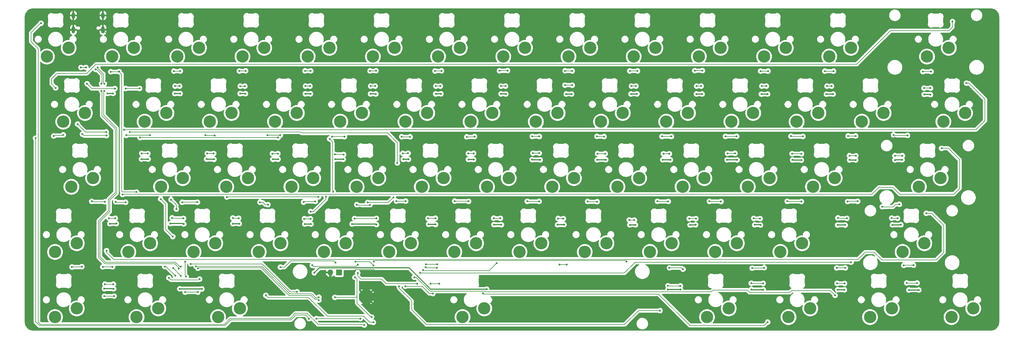
<source format=gbr>
%TF.GenerationSoftware,KiCad,Pcbnew,8.0.3*%
%TF.CreationDate,2024-11-28T23:21:40+08:00*%
%TF.ProjectId,PH60_Rev2,50483630-5f52-4657-9632-2e6b69636164,rev?*%
%TF.SameCoordinates,Original*%
%TF.FileFunction,Copper,L1,Top*%
%TF.FilePolarity,Positive*%
%FSLAX46Y46*%
G04 Gerber Fmt 4.6, Leading zero omitted, Abs format (unit mm)*
G04 Created by KiCad (PCBNEW 8.0.3) date 2024-11-28 23:21:40*
%MOMM*%
%LPD*%
G01*
G04 APERTURE LIST*
%TA.AperFunction,ComponentPad*%
%ADD10C,3.600000*%
%TD*%
%TA.AperFunction,HeatsinkPad*%
%ADD11C,0.500000*%
%TD*%
%TA.AperFunction,HeatsinkPad*%
%ADD12R,3.200000X3.200000*%
%TD*%
%TA.AperFunction,ComponentPad*%
%ADD13R,1.700000X1.700000*%
%TD*%
%TA.AperFunction,ComponentPad*%
%ADD14O,1.700000X1.700000*%
%TD*%
%TA.AperFunction,ComponentPad*%
%ADD15O,1.000000X1.800000*%
%TD*%
%TA.AperFunction,ComponentPad*%
%ADD16O,1.000000X2.100000*%
%TD*%
%TA.AperFunction,ViaPad*%
%ADD17C,0.600000*%
%TD*%
%TA.AperFunction,ViaPad*%
%ADD18C,0.500000*%
%TD*%
%TA.AperFunction,Conductor*%
%ADD19C,0.200000*%
%TD*%
%TA.AperFunction,Conductor*%
%ADD20C,0.300000*%
%TD*%
G04 APERTURE END LIST*
D10*
%TO.P,S30,1,1*%
%TO.N,Net-(D30-A)*%
X75247500Y-78740000D03*
%TO.P,S30,2,2*%
%TO.N,col_1*%
X68897500Y-81280000D03*
%TD*%
%TO.P,S27,1,1*%
%TO.N,Net-(D27-A)*%
X280035000Y-59690000D03*
%TO.P,S27,2,2*%
%TO.N,col_12*%
X273685000Y-62230000D03*
%TD*%
%TO.P,S42,1,1*%
%TO.N,Net-(D42-A)*%
X44291250Y-97790000D03*
%TO.P,S42,2,2*%
%TO.N,col_0*%
X37941250Y-100330000D03*
%TD*%
%TO.P,S32,1,1*%
%TO.N,Net-(D32-A)*%
X113347500Y-78740000D03*
%TO.P,S32,2,2*%
%TO.N,col_3*%
X106997500Y-81280000D03*
%TD*%
%TO.P,S38,1,1*%
%TO.N,Net-(D38-A)*%
X227647500Y-78740000D03*
%TO.P,S38,2,2*%
%TO.N,col_9*%
X221297500Y-81280000D03*
%TD*%
%TO.P,S35,1,1*%
%TO.N,Net-(D35-A)*%
X170497500Y-78740000D03*
%TO.P,S35,2,2*%
%TO.N,col_6*%
X164147500Y-81280000D03*
%TD*%
%TO.P,S4,1,1*%
%TO.N,Net-(D4-A)*%
X99060000Y-40640000D03*
%TO.P,S4,2,2*%
%TO.N,col_3*%
X92710000Y-43180000D03*
%TD*%
%TO.P,S2,1,1*%
%TO.N,Net-(D2-A)*%
X60960000Y-40640000D03*
%TO.P,S2,2,2*%
%TO.N,col_1*%
X54610000Y-43180000D03*
%TD*%
%TO.P,S22,1,1*%
%TO.N,Net-(D22-A)*%
X184785000Y-59690000D03*
%TO.P,S22,2,2*%
%TO.N,col_7*%
X178435000Y-62230000D03*
%TD*%
%TO.P,S28,1,1*%
%TO.N,Net-(D28-A)*%
X303847500Y-59690000D03*
%TO.P,S28,2,2*%
%TO.N,col_13*%
X297497500Y-62230000D03*
%TD*%
%TO.P,S46,1,1*%
%TO.N,Net-(D46-A)*%
X122872500Y-97790000D03*
%TO.P,S46,2,2*%
%TO.N,col_4*%
X116522500Y-100330000D03*
%TD*%
%TO.P,S1,1,1*%
%TO.N,Net-(D1-A)*%
X41910000Y-40640000D03*
%TO.P,S1,2,2*%
%TO.N,col_0*%
X35560000Y-43180000D03*
%TD*%
%TO.P,S54,1,1*%
%TO.N,Net-(D54-A)*%
X291941250Y-97790000D03*
%TO.P,S54,2,2*%
%TO.N,col_13*%
X285591250Y-100330000D03*
%TD*%
%TO.P,S10,1,1*%
%TO.N,Net-(D10-A)*%
X213360000Y-40640000D03*
%TO.P,S10,2,2*%
%TO.N,col_9*%
X207010000Y-43180000D03*
%TD*%
%TO.P,S34,1,1*%
%TO.N,Net-(D34-A)*%
X151447500Y-78740000D03*
%TO.P,S34,2,2*%
%TO.N,col_5*%
X145097500Y-81280000D03*
%TD*%
%TO.P,S15,1,1*%
%TO.N,Net-(D15-A)*%
X46672500Y-59690000D03*
%TO.P,S15,2,2*%
%TO.N,col_0*%
X40322500Y-62230000D03*
%TD*%
%TO.P,S56,1,1*%
%TO.N,Net-(D56-A)*%
X68103750Y-116840000D03*
%TO.P,S56,2,2*%
%TO.N,col_1*%
X61753750Y-119380000D03*
%TD*%
%TO.P,S20,1,1*%
%TO.N,Net-(D20-A)*%
X146685000Y-59690000D03*
%TO.P,S20,2,2*%
%TO.N,col_5*%
X140335000Y-62230000D03*
%TD*%
%TO.P,S17,1,1*%
%TO.N,Net-(D17-A)*%
X89535000Y-59690000D03*
%TO.P,S17,2,2*%
%TO.N,col_2*%
X83185000Y-62230000D03*
%TD*%
%TO.P,S31,1,1*%
%TO.N,Net-(D31-A)*%
X94297500Y-78740000D03*
%TO.P,S31,2,2*%
%TO.N,col_2*%
X87947500Y-81280000D03*
%TD*%
%TO.P,S48,1,1*%
%TO.N,Net-(D48-A)*%
X160972500Y-97790000D03*
%TO.P,S48,2,2*%
%TO.N,col_6*%
X154622500Y-100330000D03*
%TD*%
%TO.P,S51,1,1*%
%TO.N,Net-(D51-A)*%
X218122500Y-97790000D03*
%TO.P,S51,2,2*%
%TO.N,col_9*%
X211772500Y-100330000D03*
%TD*%
%TO.P,S23,1,1*%
%TO.N,Net-(D23-A)*%
X203835000Y-59690000D03*
%TO.P,S23,2,2*%
%TO.N,col_8*%
X197485000Y-62230000D03*
%TD*%
%TO.P,S50,1,1*%
%TO.N,Net-(D50-A)*%
X199072500Y-97790000D03*
%TO.P,S50,2,2*%
%TO.N,col_8*%
X192722500Y-100330000D03*
%TD*%
%TO.P,S18,1,1*%
%TO.N,Net-(D18-A)*%
X108585000Y-59690000D03*
%TO.P,S18,2,2*%
%TO.N,col_3*%
X102235000Y-62230000D03*
%TD*%
%TO.P,S33,1,1*%
%TO.N,Net-(D33-A)*%
X132397500Y-78740000D03*
%TO.P,S33,2,2*%
%TO.N,col_4*%
X126047500Y-81280000D03*
%TD*%
%TO.P,S61,1,1*%
%TO.N,Net-(D61-A)*%
X282416250Y-116840000D03*
%TO.P,S61,2,2*%
%TO.N,col_12*%
X276066250Y-119380000D03*
%TD*%
%TO.P,S16,1,1*%
%TO.N,Net-(D16-A)*%
X70485000Y-59690000D03*
%TO.P,S16,2,2*%
%TO.N,col_1*%
X64135000Y-62230000D03*
%TD*%
%TO.P,S60,1,1*%
%TO.N,Net-(D60-A)*%
X258603750Y-116840000D03*
%TO.P,S60,2,2*%
%TO.N,col_11*%
X252253750Y-119380000D03*
%TD*%
%TO.P,S58,1,1*%
%TO.N,Net-(D58-A)*%
X163353750Y-116840000D03*
%TO.P,S58,2,2*%
%TO.N,col_6*%
X157003750Y-119380000D03*
%TD*%
%TO.P,S24,1,1*%
%TO.N,Net-(D24-A)*%
X222885000Y-59690000D03*
%TO.P,S24,2,2*%
%TO.N,col_9*%
X216535000Y-62230000D03*
%TD*%
%TO.P,S29,1,1*%
%TO.N,Net-(D29-A)*%
X49053750Y-78740000D03*
%TO.P,S29,2,2*%
%TO.N,col_0*%
X42703750Y-81280000D03*
%TD*%
%TO.P,S37,1,1*%
%TO.N,Net-(D37-A)*%
X208597500Y-78740000D03*
%TO.P,S37,2,2*%
%TO.N,col_8*%
X202247500Y-81280000D03*
%TD*%
%TO.P,S43,1,1*%
%TO.N,Net-(D43-A)*%
X65722500Y-97790000D03*
%TO.P,S43,2,2*%
%TO.N,col_1*%
X59372500Y-100330000D03*
%TD*%
%TO.P,S3,1,1*%
%TO.N,Net-(D3-A)*%
X80010000Y-40640000D03*
%TO.P,S3,2,2*%
%TO.N,col_2*%
X73660000Y-43180000D03*
%TD*%
%TO.P,S36,1,1*%
%TO.N,Net-(D36-A)*%
X189547500Y-78740000D03*
%TO.P,S36,2,2*%
%TO.N,col_7*%
X183197500Y-81280000D03*
%TD*%
%TO.P,S6,1,1*%
%TO.N,Net-(D6-A)*%
X137160000Y-40640000D03*
%TO.P,S6,2,2*%
%TO.N,col_5*%
X130810000Y-43180000D03*
%TD*%
%TO.P,S55,1,1*%
%TO.N,Net-(D55-A)*%
X44291250Y-116840000D03*
%TO.P,S55,2,2*%
%TO.N,col_0*%
X37941250Y-119380000D03*
%TD*%
%TO.P,S25,1,1*%
%TO.N,Net-(D25-A)*%
X241935000Y-59690000D03*
%TO.P,S25,2,2*%
%TO.N,col_10*%
X235585000Y-62230000D03*
%TD*%
%TO.P,S9,1,1*%
%TO.N,Net-(D9-A)*%
X194310000Y-40640000D03*
%TO.P,S9,2,2*%
%TO.N,col_8*%
X187960000Y-43180000D03*
%TD*%
%TO.P,S26,1,1*%
%TO.N,Net-(D26-A)*%
X260985000Y-59690000D03*
%TO.P,S26,2,2*%
%TO.N,col_11*%
X254635000Y-62230000D03*
%TD*%
%TO.P,S11,1,1*%
%TO.N,Net-(D11-A)*%
X232410000Y-40640000D03*
%TO.P,S11,2,2*%
%TO.N,col_10*%
X226060000Y-43180000D03*
%TD*%
%TO.P,S59,1,1*%
%TO.N,Net-(D59-A)*%
X234791250Y-116840000D03*
%TO.P,S59,2,2*%
%TO.N,col_10*%
X228441250Y-119380000D03*
%TD*%
%TO.P,S53,1,1*%
%TO.N,Net-(D53-A)*%
X256222500Y-97790000D03*
%TO.P,S53,2,2*%
%TO.N,col_11*%
X249872500Y-100330000D03*
%TD*%
%TO.P,S12,1,1*%
%TO.N,Net-(D12-A)*%
X251460000Y-40640000D03*
%TO.P,S12,2,2*%
%TO.N,col_11*%
X245110000Y-43180000D03*
%TD*%
%TO.P,S57,1,1*%
%TO.N,Net-(D57-A)*%
X91916250Y-116840000D03*
%TO.P,S57,2,2*%
%TO.N,col_2*%
X85566250Y-119380000D03*
%TD*%
%TO.P,S8,1,1*%
%TO.N,Net-(D8-A)*%
X175260000Y-40640000D03*
%TO.P,S8,2,2*%
%TO.N,col_7*%
X168910000Y-43180000D03*
%TD*%
%TO.P,S13,1,1*%
%TO.N,Net-(D13-A)*%
X270510000Y-40640000D03*
%TO.P,S13,2,2*%
%TO.N,col_12*%
X264160000Y-43180000D03*
%TD*%
%TO.P,S14,1,1*%
%TO.N,Net-(D14-A)*%
X299085000Y-40640000D03*
%TO.P,S14,2,2*%
%TO.N,col_13*%
X292735000Y-43180000D03*
%TD*%
%TO.P,S21,1,1*%
%TO.N,Net-(D21-A)*%
X165735000Y-59690000D03*
%TO.P,S21,2,2*%
%TO.N,col_6*%
X159385000Y-62230000D03*
%TD*%
%TO.P,S19,1,1*%
%TO.N,Net-(D19-A)*%
X127635000Y-59690000D03*
%TO.P,S19,2,2*%
%TO.N,col_4*%
X121285000Y-62230000D03*
%TD*%
%TO.P,S5,1,1*%
%TO.N,Net-(D5-A)*%
X118110000Y-40640000D03*
%TO.P,S5,2,2*%
%TO.N,col_4*%
X111760000Y-43180000D03*
%TD*%
%TO.P,S45,1,1*%
%TO.N,Net-(D45-A)*%
X103822500Y-97790000D03*
%TO.P,S45,2,2*%
%TO.N,col_3*%
X97472500Y-100330000D03*
%TD*%
%TO.P,S62,1,1*%
%TO.N,Net-(D62-A)*%
X306228750Y-116840000D03*
%TO.P,S62,2,2*%
%TO.N,col_13*%
X299878750Y-119380000D03*
%TD*%
%TO.P,S52,1,1*%
%TO.N,Net-(D52-A)*%
X237172500Y-97790000D03*
%TO.P,S52,2,2*%
%TO.N,col_10*%
X230822500Y-100330000D03*
%TD*%
%TO.P,S7,1,1*%
%TO.N,Net-(D7-A)*%
X156210000Y-40640000D03*
%TO.P,S7,2,2*%
%TO.N,col_6*%
X149860000Y-43180000D03*
%TD*%
%TO.P,S41,1,1*%
%TO.N,Net-(D41-A)*%
X296703750Y-78740000D03*
%TO.P,S41,2,2*%
%TO.N,col_13*%
X290353750Y-81280000D03*
%TD*%
%TO.P,S49,1,1*%
%TO.N,Net-(D49-A)*%
X180022500Y-97790000D03*
%TO.P,S49,2,2*%
%TO.N,col_7*%
X173672500Y-100330000D03*
%TD*%
%TO.P,S44,1,1*%
%TO.N,Net-(D44-A)*%
X84772500Y-97790000D03*
%TO.P,S44,2,2*%
%TO.N,col_2*%
X78422500Y-100330000D03*
%TD*%
%TO.P,S39,1,1*%
%TO.N,Net-(D39-A)*%
X246697500Y-78740000D03*
%TO.P,S39,2,2*%
%TO.N,col_10*%
X240347500Y-81280000D03*
%TD*%
%TO.P,S40,1,1*%
%TO.N,Net-(D40-A)*%
X265747500Y-78740000D03*
%TO.P,S40,2,2*%
%TO.N,col_11*%
X259397500Y-81280000D03*
%TD*%
%TO.P,S47,1,1*%
%TO.N,Net-(D47-A)*%
X141922500Y-97790000D03*
%TO.P,S47,2,2*%
%TO.N,col_5*%
X135572500Y-100330000D03*
%TD*%
D11*
%TO.P,U3,57,GND*%
%TO.N,GND*%
X130250000Y-112050000D03*
X127550000Y-112050000D03*
D12*
X128900000Y-113400000D03*
D11*
X130250000Y-114750000D03*
X127550000Y-114750000D03*
%TD*%
D13*
%TO.P,J2,1,Pin_1*%
%TO.N,/~{USB_BOOT}*%
X120940000Y-106325000D03*
D14*
%TO.P,J2,2,Pin_2*%
%TO.N,GND*%
X118400000Y-106325000D03*
%TD*%
D15*
%TO.P,J1,S1,SHIELD*%
%TO.N,GND*%
X43305000Y-31175000D03*
D16*
X43305000Y-35355000D03*
D15*
X51945000Y-31175000D03*
D16*
X51945000Y-35355000D03*
%TD*%
D17*
%TO.N,GND*%
X111105000Y-87445000D03*
X225256250Y-48918750D03*
X93456250Y-48818750D03*
X72831250Y-48793750D03*
X78655000Y-86785000D03*
X284735000Y-87965000D03*
X112481250Y-48868750D03*
X131505000Y-105865000D03*
X246056250Y-48943750D03*
X76085000Y-86735000D03*
X283305000Y-66905000D03*
X196655000Y-68115000D03*
X263231250Y-48968750D03*
X266435000Y-106115000D03*
X54855000Y-86695000D03*
X122070000Y-68040000D03*
X188825000Y-87425000D03*
X187206250Y-48918750D03*
X119725000Y-68015000D03*
X289245000Y-106135000D03*
X62955000Y-67968750D03*
X210915000Y-87405000D03*
X83995000Y-67965000D03*
X244875000Y-105995000D03*
X244231250Y-48968750D03*
X226906250Y-48918750D03*
X271745000Y-68295000D03*
X141170000Y-68090000D03*
X150606250Y-48868750D03*
X131275000Y-87545000D03*
X136425000Y-114115000D03*
X142965000Y-115565000D03*
X236935000Y-68190000D03*
X269645000Y-87305000D03*
X103045000Y-67990000D03*
X54935000Y-106545000D03*
D18*
X118325000Y-117685000D03*
D17*
X170025000Y-48943750D03*
X52475000Y-106505000D03*
X253095000Y-68190000D03*
X126975000Y-87355000D03*
X92225000Y-87185000D03*
X169075000Y-87315000D03*
X41375000Y-35985000D03*
X91931250Y-48818750D03*
X145245000Y-113305000D03*
X217765000Y-68165000D03*
X74406250Y-48793750D03*
X217215000Y-106055000D03*
X146995000Y-87445000D03*
X265206250Y-48943750D03*
X242255000Y-87335000D03*
X57615000Y-86765000D03*
X293631250Y-49118750D03*
X244815000Y-87335000D03*
X215645000Y-68115000D03*
X208485000Y-87405000D03*
X131581250Y-48918750D03*
X158645000Y-68065000D03*
X256365000Y-68240000D03*
X123965000Y-107105000D03*
X167835000Y-48868750D03*
X149275000Y-87475000D03*
X206156250Y-48918750D03*
X226235000Y-87285000D03*
X101520000Y-67990000D03*
X166375000Y-87245000D03*
X54920000Y-50355000D03*
X272375000Y-87305000D03*
X179145000Y-68115000D03*
X89055000Y-87215000D03*
X186225000Y-87395000D03*
X234265000Y-68165000D03*
X149056250Y-48893750D03*
X53885000Y-36355000D03*
X110956250Y-48868750D03*
X281775000Y-87925000D03*
X269925000Y-68265000D03*
X286575000Y-106175000D03*
X130031250Y-48893750D03*
X177745000Y-68065000D03*
X160195000Y-68040000D03*
X188781250Y-48943750D03*
X65175000Y-67968750D03*
X223425000Y-87375000D03*
X118155000Y-109985000D03*
X116315000Y-111625000D03*
X241615000Y-106145000D03*
X139620000Y-68065000D03*
X198415625Y-68115000D03*
X82420000Y-67965000D03*
X268765000Y-106175000D03*
X286015000Y-67395000D03*
X220735000Y-106245000D03*
X291806250Y-49043750D03*
X207881250Y-48893750D03*
X107165000Y-87295000D03*
X52835000Y-50355000D03*
%TO.N,VBUS*%
X149150000Y-54100000D03*
X220695000Y-111325000D03*
X53945000Y-92055000D03*
X93575000Y-54050000D03*
X147105000Y-92225000D03*
X225350000Y-54125000D03*
X244085000Y-92435000D03*
X80855000Y-111145000D03*
X82215000Y-73165000D03*
X65131250Y-73168750D03*
X187300000Y-54125000D03*
X55065000Y-111115000D03*
X91755000Y-92065000D03*
X131675000Y-54125000D03*
X268575000Y-111395000D03*
X113700000Y-106420000D03*
X122147813Y-73215000D03*
X92025000Y-54025000D03*
X141222813Y-73240000D03*
X103122813Y-73215000D03*
X256025000Y-73465000D03*
X283365000Y-73425000D03*
X52345000Y-111075000D03*
X227000000Y-54125000D03*
X112575000Y-54075000D03*
X198855000Y-73340000D03*
X270125000Y-73415000D03*
X244325000Y-54175000D03*
X124745000Y-92145000D03*
X131875000Y-92325000D03*
X266605000Y-111355000D03*
X164055000Y-111215000D03*
X287435000Y-111445000D03*
X53245000Y-53950000D03*
X188875000Y-54150000D03*
X110925000Y-92155000D03*
X72925000Y-54000000D03*
X54900000Y-53950000D03*
X271875000Y-73425000D03*
X217735000Y-73390000D03*
X111050000Y-54075000D03*
X139697813Y-73240000D03*
X74500000Y-54000000D03*
X263325000Y-54175000D03*
X293725000Y-54325000D03*
X101572813Y-73240000D03*
X119825000Y-73190000D03*
X234305000Y-73390000D03*
X168250000Y-54100000D03*
X207535000Y-92415000D03*
X75555000Y-92135000D03*
X168355000Y-92365000D03*
X206250000Y-54125000D03*
X186665000Y-92325000D03*
X215515000Y-73340000D03*
X71665000Y-92035000D03*
X242375000Y-92385000D03*
X205905000Y-92395000D03*
X217045000Y-111295000D03*
X207975000Y-54100000D03*
X169650000Y-54150000D03*
X55865000Y-92035000D03*
X179675000Y-73390000D03*
X241405000Y-111285000D03*
X150700000Y-54075000D03*
X184755000Y-92355000D03*
X285085000Y-92355000D03*
X265300000Y-54150000D03*
X290325000Y-111445000D03*
X196345000Y-73390000D03*
X130125000Y-54100000D03*
X74385000Y-111125000D03*
X253445000Y-73415000D03*
X160247813Y-73290000D03*
X166195000Y-92335000D03*
X237245000Y-73415000D03*
X266615000Y-92435000D03*
X285435000Y-73375000D03*
X112735000Y-92145000D03*
X223505000Y-92435000D03*
X225115000Y-92375000D03*
X244875000Y-111365000D03*
X268825000Y-92465000D03*
X158722813Y-73290000D03*
X282625000Y-92415000D03*
X246150000Y-54150000D03*
X63181250Y-73168750D03*
X84385000Y-73240000D03*
X177325000Y-73315000D03*
X149135000Y-92285000D03*
X291900000Y-54250000D03*
X89915000Y-92055000D03*
%TO.N,+3V3*%
X125567500Y-107750000D03*
X119705608Y-113600000D03*
X130445000Y-119355000D03*
%TO.N,row_0*%
X46965000Y-46375000D03*
X54235000Y-47625000D03*
X208135000Y-47385000D03*
X129975000Y-47365000D03*
X224855000Y-47305000D03*
X186975000Y-47345000D03*
X246285000Y-47445000D03*
X293915000Y-47555000D03*
X93625000Y-47345000D03*
X74555000Y-47395000D03*
X291515000Y-47585000D03*
X227105000Y-47295000D03*
X61755000Y-82795000D03*
X112645000Y-47375000D03*
X72335000Y-95835000D03*
X150855000Y-47355000D03*
X205875000Y-47385000D03*
X244095000Y-47445000D03*
X77575000Y-103825000D03*
X265415000Y-47445000D03*
X167805000Y-47335000D03*
X45485000Y-46375000D03*
X108675000Y-111975000D03*
X170175000Y-47275000D03*
X262865000Y-47445000D03*
X56655000Y-47575000D03*
X72665000Y-47445000D03*
X131735000Y-47315000D03*
X148965000Y-47405000D03*
X110995000Y-47365000D03*
X91785000Y-47405000D03*
X189055000Y-47385000D03*
X68815000Y-84875000D03*
%TO.N,row_1*%
X141695000Y-66665000D03*
X45935000Y-65865000D03*
X177365000Y-66545000D03*
X112145000Y-119825000D03*
X158255000Y-66665000D03*
X237115000Y-66505000D03*
X81915000Y-66205000D03*
X114265000Y-119825000D03*
X37555000Y-66415000D03*
X196275000Y-66515000D03*
X52995000Y-66305000D03*
X271875000Y-66405000D03*
X84575000Y-66225000D03*
X122515000Y-66645000D03*
X58745000Y-66205000D03*
X198365000Y-66585000D03*
X282955000Y-66105000D03*
X160505000Y-66565000D03*
X65695000Y-66205000D03*
X118895000Y-66575000D03*
X40345000Y-66095000D03*
X287025000Y-66235000D03*
X139235000Y-66635000D03*
X218035000Y-66555000D03*
X269655000Y-66415000D03*
X252955000Y-66475000D03*
X215275000Y-66545000D03*
X127135000Y-119825000D03*
X32245000Y-67035000D03*
X233835000Y-66525000D03*
X256465000Y-66555000D03*
X103745000Y-66215000D03*
X100005000Y-66175000D03*
X179455000Y-66555000D03*
%TO.N,row_2*%
X213945000Y-85495000D03*
X100155000Y-86495000D03*
X126095000Y-86485000D03*
X48665000Y-85525000D03*
X229155000Y-85515000D03*
X272465000Y-85525000D03*
X269525000Y-85585000D03*
X52525000Y-85655000D03*
X79535000Y-85775000D03*
X179375000Y-85545000D03*
X217125000Y-85555000D03*
X154705000Y-85465000D03*
X158765000Y-85505000D03*
X74715000Y-107325000D03*
X97825000Y-85785000D03*
X75085000Y-85795000D03*
X140395000Y-85455000D03*
X71815000Y-85035000D03*
X73385000Y-87775000D03*
X251885000Y-85505000D03*
X58555000Y-85785000D03*
X284655000Y-86395000D03*
X196325000Y-85635000D03*
X72445000Y-105055000D03*
X129930000Y-86560000D03*
X256015000Y-85585000D03*
X193555000Y-85545000D03*
X279645000Y-87095000D03*
X55665000Y-85655000D03*
X175915000Y-85505000D03*
X137705000Y-85475000D03*
X232535000Y-85575000D03*
%TO.N,row_3*%
X241635000Y-105055000D03*
X119905000Y-103465000D03*
X285955000Y-104245000D03*
X130975000Y-104295000D03*
X146335000Y-103975000D03*
X125725000Y-103205000D03*
X149605000Y-103915000D03*
X103785000Y-104765000D03*
X45775000Y-104625000D03*
X42885000Y-104745000D03*
X54735000Y-104695000D03*
X51875000Y-104695000D03*
X221435000Y-105375000D03*
X288785000Y-104195000D03*
X73035000Y-107265000D03*
X245155000Y-104935000D03*
X266335000Y-104995000D03*
X217465000Y-104965000D03*
X185375000Y-103985000D03*
X268855000Y-104995000D03*
X70005000Y-104615000D03*
X187455000Y-104025000D03*
%TO.N,row_4*%
X52335000Y-113265000D03*
X79655000Y-112075000D03*
X55185000Y-113245000D03*
X75945000Y-112085000D03*
X130955000Y-120915000D03*
X99535000Y-113035000D03*
%TO.N,/USB_D-*%
X49819479Y-46930521D03*
X115025000Y-114410000D03*
X79695521Y-105095521D03*
X74074479Y-105235521D03*
X51490000Y-53185000D03*
X51490000Y-51115000D03*
%TO.N,/USB_D+*%
X50420521Y-46329479D03*
X74675521Y-104634479D03*
X79094479Y-104494479D03*
X52340000Y-51115000D03*
X115025000Y-113560000D03*
X52340000Y-53185000D03*
%TO.N,DIN*%
X128315000Y-121685000D03*
X33845000Y-33435000D03*
%TO.N,Net-(RGB14-DOUT)*%
X38125000Y-52350000D03*
X300165000Y-32945000D03*
%TO.N,Net-(RGB15-DOUT)*%
X47275000Y-51125000D03*
X58615000Y-52525000D03*
X62650000Y-52500000D03*
X55425000Y-52550000D03*
%TO.N,Net-(RGB16-DOUT)*%
X74325000Y-51825000D03*
X73000000Y-51825000D03*
%TO.N,Net-(RGB17-DOUT)*%
X93400000Y-51850000D03*
X92075000Y-51850000D03*
%TO.N,Net-(RGB18-DOUT)*%
X111100000Y-51825000D03*
X112425000Y-51825000D03*
%TO.N,Net-(RGB19-DOUT)*%
X130150000Y-51825000D03*
X131475000Y-51825000D03*
%TO.N,Net-(RGB20-DOUT)*%
X150525000Y-51825000D03*
X149200000Y-51825000D03*
%TO.N,Net-(RGB21-DOUT)*%
X168250000Y-51825000D03*
X169575000Y-51825000D03*
%TO.N,Net-(RGB22-DOUT)*%
X186945000Y-51535000D03*
X189065000Y-51565000D03*
%TO.N,Net-(RGB23-DOUT)*%
X206350000Y-51825000D03*
X207675000Y-51825000D03*
%TO.N,Net-(RGB24-DOUT)*%
X226725000Y-51825000D03*
X225400000Y-51825000D03*
%TO.N,Net-(RGB25-DOUT)*%
X245775000Y-51825000D03*
X244450000Y-51825000D03*
%TO.N,Net-(RGB26-DOUT)*%
X263500000Y-51825000D03*
X264825000Y-51825000D03*
%TO.N,Net-(RGB27-DOUT)*%
X291850000Y-52400000D03*
X293750000Y-52400000D03*
%TO.N,Net-(RGB28-DOUT)*%
X58060000Y-64550000D03*
X304250000Y-50950000D03*
%TO.N,Net-(RGB29-DOUT)*%
X65050000Y-71525000D03*
X63275000Y-71500000D03*
%TO.N,Net-(RGB30-DOUT)*%
X84285000Y-71525000D03*
X82400000Y-71525000D03*
%TO.N,Net-(RGB31-DOUT)*%
X103040625Y-71565625D03*
X101465625Y-71565625D03*
%TO.N,Net-(RGB32-DOUT)*%
X119685000Y-71805000D03*
X122265000Y-71825000D03*
%TO.N,Net-(RGB33-DOUT)*%
X141098750Y-71465000D03*
X139548750Y-71485000D03*
%TO.N,Net-(RGB34-DOUT)*%
X158708750Y-71515000D03*
X160258750Y-71495000D03*
%TO.N,Net-(RGB35-DOUT)*%
X179415000Y-71445000D03*
X177585000Y-71435000D03*
%TO.N,Net-(RGB36-DOUT)*%
X196445000Y-71575000D03*
X198695000Y-71575000D03*
%TO.N,Net-(RGB38-DOUT)*%
X236615000Y-71485000D03*
X234435000Y-71505000D03*
%TO.N,Net-(RGB39-DOUT)*%
X253305000Y-71605000D03*
X256055000Y-71625000D03*
%TO.N,Net-(RGB40-DOUT)*%
X270055000Y-72165000D03*
X271935000Y-72205000D03*
X285535000Y-72155000D03*
X283365000Y-72155000D03*
%TO.N,Net-(RGB41-DOUT)*%
X296995000Y-70015000D03*
X57655000Y-83515000D03*
%TO.N,Net-(RGB42-DOUT)*%
X55535000Y-90475000D03*
X53725000Y-90475000D03*
%TO.N,Net-(RGB43-DOUT)*%
X75475000Y-90500000D03*
X72135000Y-90375000D03*
%TO.N,Net-(RGB44-DOUT)*%
X91605000Y-90475000D03*
X89885000Y-90395000D03*
%TO.N,Net-(RGB45-DOUT)*%
X112575000Y-90615000D03*
X110785000Y-90625000D03*
%TO.N,Net-(RGB46-DOUT)*%
X125455000Y-90555000D03*
X131845000Y-90500000D03*
%TO.N,Net-(RGB47-DOUT)*%
X149085000Y-90455000D03*
X146925000Y-90515000D03*
%TO.N,Net-(RGB48-DOUT)*%
X168085000Y-90485000D03*
X166105000Y-90455000D03*
%TO.N,Net-(RGB49-DOUT)*%
X186475000Y-90575000D03*
X184925000Y-90535000D03*
%TO.N,Net-(RGB50-DOUT)*%
X207225000Y-91005000D03*
X205705000Y-90985000D03*
%TO.N,Net-(RGB51-DOUT)*%
X223235000Y-90585000D03*
X225195000Y-90575000D03*
%TO.N,Net-(RGB52-DOUT)*%
X242085000Y-90505000D03*
X243955000Y-90575000D03*
%TO.N,Net-(RGB53-DOUT)*%
X269325000Y-90495000D03*
X284125000Y-90485000D03*
X266675000Y-90365000D03*
X282405000Y-90425000D03*
%TO.N,Net-(RGB54-DOUT)*%
X52985000Y-99945000D03*
X292505000Y-89015000D03*
%TO.N,Net-(RGB55-DOUT)*%
X54985000Y-109755000D03*
X52535000Y-109765000D03*
%TO.N,Net-(RGB56-DOUT)*%
X80185000Y-108255000D03*
X71195000Y-107915000D03*
%TO.N,Net-(RGB57-DOUT)*%
X143785000Y-109615000D03*
X150225000Y-109605000D03*
X126395000Y-106485000D03*
X113105000Y-104235000D03*
X147655000Y-109605000D03*
X126395000Y-104035000D03*
%TO.N,Net-(RGB58-DOUT)*%
X217045000Y-110225000D03*
X220675000Y-110265000D03*
%TO.N,Net-(RGB59-DOUT)*%
X244845000Y-109525000D03*
X241365000Y-109475000D03*
%TO.N,Net-(RGB60-DOUT)*%
X268635000Y-109555000D03*
X266455000Y-109495000D03*
%TO.N,Net-(RGB61-DOUT)*%
X289835000Y-109425000D03*
X286795000Y-109375000D03*
%TO.N,col_0*%
X59745000Y-65265000D03*
X136795000Y-84365000D03*
X52915000Y-65215000D03*
X129275000Y-85865000D03*
X137965000Y-74305000D03*
X44515000Y-62935000D03*
%TO.N,col_1*%
X118165000Y-67245000D03*
X103105000Y-66895000D03*
X119195000Y-82665000D03*
X62765000Y-66895000D03*
%TO.N,col_2*%
X75925000Y-103155000D03*
X88145000Y-84265000D03*
X114925000Y-84225000D03*
X76245000Y-107535000D03*
%TO.N,col_3*%
X110575000Y-85775000D03*
X113965000Y-85535000D03*
%TO.N,col_4*%
X112615000Y-88525000D03*
X117115000Y-84105000D03*
%TO.N,col_7*%
X145425000Y-105675000D03*
X166965000Y-103595000D03*
%TO.N,col_8*%
X146205000Y-104825000D03*
X149535000Y-104945000D03*
%TO.N,col_9*%
X204935000Y-103135000D03*
X131075000Y-103125000D03*
%TO.N,col_10*%
X138465000Y-110355000D03*
X214715000Y-117485000D03*
%TO.N,col_11*%
X148325000Y-112495000D03*
X140295000Y-110365000D03*
X246165000Y-120855000D03*
X162995000Y-112445000D03*
%TO.N,col_12*%
X142895000Y-107725000D03*
X265865000Y-113005000D03*
%TO.N,col_13*%
X144625000Y-106425000D03*
X270545000Y-103325000D03*
%TO.N,Net-(RGB37-DOUT)*%
X215710625Y-71620625D03*
X217445000Y-71620625D03*
%TD*%
D19*
%TO.N,GND*%
X42005000Y-35355000D02*
X41375000Y-35985000D01*
X269925000Y-68265000D02*
X271715000Y-68265000D01*
X177745000Y-68065000D02*
X179095000Y-68065000D01*
X169950000Y-48868750D02*
X170025000Y-48943750D01*
X82420000Y-67965000D02*
X83995000Y-67965000D01*
X118155000Y-109985000D02*
X118155000Y-106570000D01*
X54935000Y-106545000D02*
X54895000Y-106505000D01*
X139620000Y-68065000D02*
X141145000Y-68065000D01*
X131085000Y-87355000D02*
X131275000Y-87545000D01*
X208485000Y-87405000D02*
X210915000Y-87405000D01*
X263231250Y-48968750D02*
X265181250Y-48968750D01*
X130031250Y-48893750D02*
X131556250Y-48893750D01*
X291806250Y-49043750D02*
X293556250Y-49043750D01*
X187206250Y-48918750D02*
X188756250Y-48918750D01*
X268705000Y-106115000D02*
X268765000Y-106175000D01*
X271715000Y-68265000D02*
X271745000Y-68295000D01*
X234290000Y-68190000D02*
X234265000Y-68165000D01*
X256315000Y-68190000D02*
X256365000Y-68240000D01*
X266435000Y-106115000D02*
X268705000Y-106115000D01*
X223515000Y-87285000D02*
X223425000Y-87375000D01*
X145245000Y-113305000D02*
X142985000Y-115565000D01*
X281775000Y-87925000D02*
X281785000Y-87915000D01*
X286615000Y-106135000D02*
X289245000Y-106135000D01*
X89085000Y-87185000D02*
X89055000Y-87215000D01*
X52945000Y-36355000D02*
X53885000Y-36355000D01*
X123965000Y-107105000D02*
X123955000Y-107115000D01*
X51945000Y-35355000D02*
X52945000Y-36355000D01*
X196655000Y-68115000D02*
X198415625Y-68115000D01*
X91931250Y-48818750D02*
X93456250Y-48818750D01*
X54895000Y-106505000D02*
X52475000Y-106505000D01*
X119475000Y-108105000D02*
X118400000Y-107030000D01*
X116315000Y-111625000D02*
X116515000Y-111625000D01*
X57545000Y-86695000D02*
X57615000Y-86765000D01*
X283315000Y-66915000D02*
X283305000Y-66905000D01*
X111095000Y-87455000D02*
X111105000Y-87445000D01*
X101520000Y-67990000D02*
X103045000Y-67990000D01*
X122035000Y-108105000D02*
X119475000Y-108105000D01*
X149245000Y-87445000D02*
X149275000Y-87475000D01*
X244725000Y-106145000D02*
X244875000Y-105995000D01*
X62955000Y-67968750D02*
X65175000Y-67968750D01*
X166375000Y-87245000D02*
X166445000Y-87315000D01*
X285535000Y-66915000D02*
X283315000Y-66915000D01*
X286575000Y-106175000D02*
X286615000Y-106135000D01*
X217215000Y-106055000D02*
X220545000Y-106055000D01*
X269645000Y-87305000D02*
X272375000Y-87305000D01*
X107325000Y-87455000D02*
X111095000Y-87455000D01*
X186225000Y-87395000D02*
X188795000Y-87395000D01*
X242255000Y-87335000D02*
X244815000Y-87335000D01*
X123955000Y-107115000D02*
X123025000Y-107115000D01*
X54920000Y-50355000D02*
X52835000Y-50355000D01*
X158645000Y-68065000D02*
X160170000Y-68065000D01*
X78605000Y-86735000D02*
X78655000Y-86785000D01*
X236935000Y-68190000D02*
X234290000Y-68190000D01*
X126975000Y-87355000D02*
X131085000Y-87355000D01*
X206156250Y-48918750D02*
X207856250Y-48918750D01*
X166445000Y-87315000D02*
X169075000Y-87315000D01*
X284685000Y-87915000D02*
X284735000Y-87965000D01*
X72831250Y-48793750D02*
X74406250Y-48793750D01*
X119725000Y-68015000D02*
X119750000Y-68040000D01*
X146995000Y-87445000D02*
X149245000Y-87445000D01*
X118155000Y-106570000D02*
X118400000Y-106325000D01*
X76085000Y-86735000D02*
X78605000Y-86735000D01*
X92225000Y-87185000D02*
X89085000Y-87185000D01*
X110956250Y-48868750D02*
X112481250Y-48868750D01*
X123025000Y-107115000D02*
X122035000Y-108105000D01*
X118400000Y-107030000D02*
X118400000Y-106325000D01*
X116515000Y-111625000D02*
X118155000Y-109985000D01*
X119750000Y-68040000D02*
X122070000Y-68040000D01*
X142985000Y-115565000D02*
X142965000Y-115565000D01*
X131085000Y-105445000D02*
X125625000Y-105445000D01*
X131505000Y-105865000D02*
X131085000Y-105445000D01*
X220545000Y-106055000D02*
X220735000Y-106245000D01*
X225256250Y-48918750D02*
X226906250Y-48918750D01*
X107165000Y-87295000D02*
X107325000Y-87455000D01*
X241615000Y-106145000D02*
X244725000Y-106145000D01*
X54855000Y-86695000D02*
X57545000Y-86695000D01*
X215695000Y-68165000D02*
X215645000Y-68115000D01*
X167835000Y-48868750D02*
X169950000Y-48868750D01*
X217765000Y-68165000D02*
X215695000Y-68165000D01*
X43305000Y-35355000D02*
X42005000Y-35355000D01*
X253095000Y-68190000D02*
X256315000Y-68190000D01*
X226235000Y-87285000D02*
X223515000Y-87285000D01*
X125625000Y-105445000D02*
X123965000Y-107105000D01*
X149056250Y-48893750D02*
X150581250Y-48893750D01*
X281785000Y-87915000D02*
X284685000Y-87915000D01*
X286015000Y-67395000D02*
X285535000Y-66915000D01*
X244231250Y-48968750D02*
X246031250Y-48968750D01*
X188795000Y-87395000D02*
X188825000Y-87425000D01*
D20*
%TO.N,VBUS*%
X242375000Y-92385000D02*
X244035000Y-92385000D01*
X141375000Y-104995000D02*
X115125000Y-104995000D01*
X215565000Y-73390000D02*
X215515000Y-73340000D01*
X217075000Y-111325000D02*
X217045000Y-111295000D01*
X237220000Y-73390000D02*
X234305000Y-73390000D01*
X220695000Y-111325000D02*
X217075000Y-111325000D01*
X147105000Y-92225000D02*
X149075000Y-92225000D01*
X89915000Y-92055000D02*
X91745000Y-92055000D01*
X130125000Y-54100000D02*
X131650000Y-54100000D01*
X186635000Y-92355000D02*
X186665000Y-92325000D01*
X253495000Y-73465000D02*
X253445000Y-73415000D01*
X285025000Y-92415000D02*
X285085000Y-92355000D01*
X80835000Y-111125000D02*
X74385000Y-111125000D01*
X283415000Y-73375000D02*
X285435000Y-73375000D01*
X112725000Y-92155000D02*
X112735000Y-92145000D01*
X55845000Y-92055000D02*
X55865000Y-92035000D01*
X164005000Y-111265000D02*
X147645000Y-111265000D01*
X103122813Y-73215000D02*
X101597813Y-73215000D01*
X84385000Y-73240000D02*
X82290000Y-73240000D01*
X223505000Y-92435000D02*
X225055000Y-92435000D01*
X244325000Y-54175000D02*
X246125000Y-54175000D01*
X75455000Y-92035000D02*
X75555000Y-92135000D01*
X265275000Y-54175000D02*
X265300000Y-54150000D01*
X268575000Y-111395000D02*
X266645000Y-111395000D01*
X72925000Y-54000000D02*
X74500000Y-54000000D01*
X283365000Y-73425000D02*
X283415000Y-73375000D01*
X92025000Y-54025000D02*
X93550000Y-54025000D01*
X160247813Y-73290000D02*
X158722813Y-73290000D01*
X111050000Y-54075000D02*
X112575000Y-54075000D01*
X207515000Y-92395000D02*
X207535000Y-92415000D01*
X110925000Y-92155000D02*
X112725000Y-92155000D01*
X141222813Y-73240000D02*
X139697813Y-73240000D01*
X122147813Y-73215000D02*
X119850000Y-73215000D01*
X119850000Y-73215000D02*
X119825000Y-73190000D01*
X266615000Y-92435000D02*
X268795000Y-92435000D01*
X124745000Y-92145000D02*
X131695000Y-92145000D01*
X270125000Y-73415000D02*
X270135000Y-73425000D01*
X65131250Y-73168750D02*
X63181250Y-73168750D01*
X184755000Y-92355000D02*
X186635000Y-92355000D01*
X149150000Y-54100000D02*
X150675000Y-54100000D01*
X205905000Y-92395000D02*
X207515000Y-92395000D01*
X131650000Y-54100000D02*
X131675000Y-54125000D01*
X196395000Y-73340000D02*
X196345000Y-73390000D01*
X246125000Y-54175000D02*
X246150000Y-54150000D01*
X263325000Y-54175000D02*
X265275000Y-54175000D01*
X293650000Y-54250000D02*
X293725000Y-54325000D01*
X53245000Y-53950000D02*
X54900000Y-53950000D01*
X80855000Y-111145000D02*
X80835000Y-111125000D01*
X164055000Y-111215000D02*
X164005000Y-111265000D01*
X237245000Y-73415000D02*
X237220000Y-73390000D01*
X206250000Y-54125000D02*
X207950000Y-54125000D01*
X82290000Y-73240000D02*
X82215000Y-73165000D01*
X149075000Y-92225000D02*
X149135000Y-92285000D01*
X150675000Y-54100000D02*
X150700000Y-54075000D01*
X179675000Y-73390000D02*
X177400000Y-73390000D01*
X225350000Y-54125000D02*
X227000000Y-54125000D01*
X207950000Y-54125000D02*
X207975000Y-54100000D01*
X177400000Y-73390000D02*
X177325000Y-73315000D01*
X241485000Y-111365000D02*
X241405000Y-111285000D01*
X268795000Y-92435000D02*
X268825000Y-92465000D01*
X147645000Y-111265000D02*
X141375000Y-104995000D01*
X266645000Y-111395000D02*
X266605000Y-111355000D01*
X115125000Y-104995000D02*
X113700000Y-106420000D01*
X169600000Y-54100000D02*
X169650000Y-54150000D01*
X291900000Y-54250000D02*
X293650000Y-54250000D01*
X53945000Y-92055000D02*
X55845000Y-92055000D01*
X93550000Y-54025000D02*
X93575000Y-54050000D01*
X256025000Y-73465000D02*
X253495000Y-73465000D01*
X168250000Y-54100000D02*
X169600000Y-54100000D01*
X166195000Y-92335000D02*
X168325000Y-92335000D01*
X188850000Y-54125000D02*
X188875000Y-54150000D01*
X244035000Y-92385000D02*
X244085000Y-92435000D01*
X225055000Y-92435000D02*
X225115000Y-92375000D01*
X244875000Y-111365000D02*
X241485000Y-111365000D01*
X55025000Y-111075000D02*
X55065000Y-111115000D01*
X290325000Y-111445000D02*
X287435000Y-111445000D01*
X71665000Y-92035000D02*
X75455000Y-92035000D01*
X187300000Y-54125000D02*
X188850000Y-54125000D01*
X198855000Y-73340000D02*
X196395000Y-73340000D01*
X52345000Y-111075000D02*
X55025000Y-111075000D01*
X282625000Y-92415000D02*
X285025000Y-92415000D01*
X270135000Y-73425000D02*
X271875000Y-73425000D01*
X131695000Y-92145000D02*
X131875000Y-92325000D01*
X168325000Y-92335000D02*
X168355000Y-92365000D01*
X91745000Y-92055000D02*
X91755000Y-92065000D01*
X217735000Y-73390000D02*
X215565000Y-73390000D01*
D19*
%TO.N,+3V3*%
X125567500Y-107750000D02*
X125675000Y-107750000D01*
X125900000Y-113600000D02*
X126175000Y-113325000D01*
X130445000Y-119355000D02*
X130225000Y-119355000D01*
X119705608Y-113600000D02*
X125900000Y-113600000D01*
X126175000Y-115305000D02*
X126175000Y-113325000D01*
X130225000Y-119355000D02*
X126175000Y-115305000D01*
X125675000Y-107750000D02*
X126175000Y-108250000D01*
X126175000Y-108250000D02*
X126175000Y-113325000D01*
%TO.N,row_0*%
X93565000Y-47405000D02*
X93625000Y-47345000D01*
X56655000Y-47575000D02*
X56605000Y-47625000D01*
X61755000Y-82795000D02*
X57695000Y-82795000D01*
X57445000Y-82545000D02*
X57445000Y-48365000D01*
X170115000Y-47335000D02*
X170175000Y-47275000D01*
X131685000Y-47365000D02*
X131735000Y-47315000D01*
X205875000Y-47385000D02*
X208135000Y-47385000D01*
X57445000Y-48365000D02*
X56655000Y-47575000D01*
X186975000Y-47345000D02*
X189015000Y-47345000D01*
X46965000Y-46375000D02*
X45485000Y-46375000D01*
X150805000Y-47405000D02*
X150855000Y-47355000D01*
X227095000Y-47305000D02*
X227105000Y-47295000D01*
X129975000Y-47365000D02*
X131685000Y-47365000D01*
X189015000Y-47345000D02*
X189055000Y-47385000D01*
X262865000Y-47445000D02*
X265415000Y-47445000D01*
X74505000Y-47445000D02*
X74555000Y-47395000D01*
X106585000Y-111975000D02*
X108675000Y-111975000D01*
X224855000Y-47305000D02*
X227095000Y-47305000D01*
X98455000Y-103845000D02*
X106585000Y-111975000D01*
X56605000Y-47625000D02*
X54235000Y-47625000D01*
X70295000Y-86355000D02*
X68815000Y-84875000D01*
X70295000Y-93795000D02*
X70295000Y-86355000D01*
X291515000Y-47585000D02*
X293885000Y-47585000D01*
X244095000Y-47445000D02*
X246285000Y-47445000D01*
X293885000Y-47585000D02*
X293915000Y-47555000D01*
X77595000Y-103845000D02*
X98455000Y-103845000D01*
X91785000Y-47405000D02*
X93565000Y-47405000D01*
X112635000Y-47365000D02*
X112645000Y-47375000D01*
X110995000Y-47365000D02*
X112635000Y-47365000D01*
X72335000Y-95835000D02*
X70295000Y-93795000D01*
X148965000Y-47405000D02*
X150805000Y-47405000D01*
X77575000Y-103825000D02*
X77595000Y-103845000D01*
X167805000Y-47335000D02*
X170115000Y-47335000D01*
X57695000Y-82795000D02*
X57445000Y-82545000D01*
X72665000Y-47445000D02*
X74505000Y-47445000D01*
%TO.N,row_1*%
X237115000Y-66505000D02*
X233855000Y-66505000D01*
X269665000Y-66405000D02*
X269655000Y-66415000D01*
X37685000Y-66285000D02*
X40155000Y-66285000D01*
X106855000Y-120185000D02*
X108305000Y-118735000D01*
X33455000Y-121925000D02*
X87540686Y-121925000D01*
X37555000Y-66415000D02*
X37685000Y-66285000D01*
X32245000Y-120715000D02*
X33455000Y-121925000D01*
X177375000Y-66555000D02*
X177365000Y-66545000D01*
X256465000Y-66555000D02*
X253035000Y-66555000D01*
X160505000Y-66565000D02*
X160405000Y-66665000D01*
X196345000Y-66585000D02*
X196275000Y-66515000D01*
X103745000Y-66215000D02*
X100045000Y-66215000D01*
X287025000Y-66235000D02*
X283085000Y-66235000D01*
X58745000Y-66205000D02*
X65695000Y-66205000D01*
X87540686Y-121925000D02*
X89280686Y-120185000D01*
X32245000Y-67035000D02*
X32245000Y-120715000D01*
X81935000Y-66225000D02*
X81915000Y-66205000D01*
X139265000Y-66665000D02*
X139235000Y-66635000D01*
X112145000Y-119745000D02*
X112145000Y-119825000D01*
X118965000Y-66645000D02*
X122515000Y-66645000D01*
X100045000Y-66215000D02*
X100005000Y-66175000D01*
X179455000Y-66555000D02*
X177375000Y-66555000D01*
X253035000Y-66555000D02*
X252955000Y-66475000D01*
X218035000Y-66555000D02*
X215285000Y-66555000D01*
X283085000Y-66235000D02*
X282955000Y-66105000D01*
X215285000Y-66555000D02*
X215275000Y-66545000D01*
X52995000Y-66305000D02*
X46375000Y-66305000D01*
X160405000Y-66665000D02*
X158255000Y-66665000D01*
X114265000Y-119825000D02*
X127135000Y-119825000D01*
X40155000Y-66285000D02*
X40345000Y-66095000D01*
X84575000Y-66225000D02*
X81935000Y-66225000D01*
X233855000Y-66505000D02*
X233835000Y-66525000D01*
X118895000Y-66575000D02*
X118965000Y-66645000D01*
X89280686Y-120185000D02*
X106855000Y-120185000D01*
X108305000Y-118735000D02*
X111135000Y-118735000D01*
X141695000Y-66665000D02*
X139265000Y-66665000D01*
X111135000Y-118735000D02*
X112145000Y-119745000D01*
X198365000Y-66585000D02*
X196345000Y-66585000D01*
X46375000Y-66305000D02*
X45935000Y-65865000D01*
X271875000Y-66405000D02*
X269665000Y-66405000D01*
%TO.N,row_2*%
X229155000Y-85515000D02*
X229215000Y-85575000D01*
X283545000Y-86395000D02*
X284655000Y-86395000D01*
X196325000Y-85635000D02*
X193645000Y-85635000D01*
X98645000Y-85785000D02*
X99355000Y-86495000D01*
X279705000Y-87155000D02*
X282785000Y-87155000D01*
X98645000Y-85785000D02*
X97825000Y-85785000D01*
X73385000Y-87775000D02*
X73385000Y-86605000D01*
X129930000Y-86560000D02*
X129825000Y-86665000D01*
X137725000Y-85455000D02*
X137705000Y-85475000D01*
X256015000Y-85585000D02*
X251965000Y-85585000D01*
X126275000Y-86665000D02*
X126095000Y-86485000D01*
X154745000Y-85505000D02*
X154705000Y-85465000D01*
X52525000Y-85655000D02*
X48795000Y-85655000D01*
X158765000Y-85505000D02*
X154745000Y-85505000D01*
X269585000Y-85525000D02*
X269525000Y-85585000D01*
X217125000Y-85555000D02*
X214005000Y-85555000D01*
X72445000Y-105055000D02*
X74715000Y-107325000D01*
X175955000Y-85545000D02*
X175915000Y-85505000D01*
X73385000Y-86605000D02*
X71815000Y-85035000D01*
X100155000Y-86495000D02*
X99355000Y-86495000D01*
X58555000Y-85785000D02*
X55795000Y-85785000D01*
X48795000Y-85655000D02*
X48665000Y-85525000D01*
X214005000Y-85555000D02*
X213945000Y-85495000D01*
X193645000Y-85635000D02*
X193555000Y-85545000D01*
X179375000Y-85545000D02*
X175955000Y-85545000D01*
X282785000Y-87155000D02*
X283545000Y-86395000D01*
X279645000Y-87095000D02*
X279705000Y-87155000D01*
X229215000Y-85575000D02*
X232535000Y-85575000D01*
X79535000Y-85775000D02*
X75105000Y-85775000D01*
X129825000Y-86665000D02*
X126275000Y-86665000D01*
X251965000Y-85585000D02*
X251885000Y-85505000D01*
X75105000Y-85775000D02*
X75085000Y-85795000D01*
X55795000Y-85785000D02*
X55665000Y-85655000D01*
X140395000Y-85455000D02*
X137725000Y-85455000D01*
X272465000Y-85525000D02*
X269585000Y-85525000D01*
%TO.N,row_3*%
X70385000Y-104615000D02*
X70005000Y-104615000D01*
X266335000Y-104995000D02*
X268855000Y-104995000D01*
X241635000Y-105055000D02*
X245035000Y-105055000D01*
X245035000Y-105055000D02*
X245155000Y-104935000D01*
X149545000Y-103975000D02*
X149605000Y-103915000D01*
X73035000Y-107265000D02*
X70385000Y-104615000D01*
X104975000Y-104765000D02*
X106845000Y-102895000D01*
X221025000Y-104965000D02*
X221435000Y-105375000D01*
X125725000Y-103205000D02*
X129885000Y-103205000D01*
X129885000Y-103205000D02*
X130975000Y-104295000D01*
X286005000Y-104195000D02*
X288785000Y-104195000D01*
X45775000Y-104625000D02*
X45655000Y-104745000D01*
X45655000Y-104745000D02*
X42885000Y-104745000D01*
X146335000Y-103975000D02*
X149545000Y-103975000D01*
X119335000Y-102895000D02*
X119905000Y-103465000D01*
X106845000Y-102895000D02*
X119335000Y-102895000D01*
X187415000Y-103985000D02*
X187455000Y-104025000D01*
X285955000Y-104245000D02*
X286005000Y-104195000D01*
X217465000Y-104965000D02*
X221025000Y-104965000D01*
X54735000Y-104695000D02*
X51875000Y-104695000D01*
X185375000Y-103985000D02*
X187415000Y-103985000D01*
X103785000Y-104765000D02*
X104975000Y-104765000D01*
%TO.N,row_4*%
X52355000Y-113245000D02*
X55185000Y-113245000D01*
X75945000Y-112085000D02*
X79645000Y-112085000D01*
X129925000Y-120915000D02*
X130955000Y-120915000D01*
X79645000Y-112085000D02*
X79655000Y-112075000D01*
X112035000Y-113645000D02*
X117525000Y-119135000D01*
X128145000Y-119135000D02*
X129925000Y-120915000D01*
X52335000Y-113265000D02*
X52355000Y-113245000D01*
X117525000Y-119135000D02*
X128145000Y-119135000D01*
X100145000Y-113645000D02*
X112035000Y-113645000D01*
X99535000Y-113035000D02*
X100145000Y-113645000D01*
%TO.N,/USB_D-*%
X113951802Y-114210001D02*
X114825001Y-114210001D01*
X53520000Y-88351800D02*
X50650000Y-91221800D01*
X53520000Y-84941800D02*
X53520000Y-88351800D01*
X50650000Y-91221800D02*
X50650000Y-101918200D01*
X79846562Y-104944480D02*
X98226280Y-104944480D01*
X51689999Y-53384999D02*
X51689999Y-60488199D01*
X51660000Y-48488199D02*
X51660000Y-50945000D01*
X55520000Y-82941800D02*
X53520000Y-84941800D01*
X50102322Y-46930521D02*
X51660000Y-48488199D01*
X112801801Y-113060000D02*
X113951802Y-114210001D01*
X114825001Y-114210001D02*
X115025000Y-114410000D01*
X55520000Y-64318200D02*
X55520000Y-82941800D01*
X51689999Y-60488199D02*
X55520000Y-64318200D01*
X51660000Y-50945000D02*
X51490000Y-51115000D01*
X74074479Y-104952678D02*
X74074479Y-105235521D01*
X72911801Y-103790000D02*
X74074479Y-104952678D01*
X98226280Y-104944480D02*
X106341800Y-113060000D01*
X50650000Y-101918200D02*
X52521800Y-103790000D01*
X106341800Y-113060000D02*
X112801801Y-113060000D01*
X79695521Y-105095521D02*
X79846562Y-104944480D01*
X49819479Y-46930521D02*
X50102322Y-46930521D01*
X52521800Y-103790000D02*
X72911801Y-103790000D01*
X51490000Y-53185000D02*
X51689999Y-53384999D01*
%TO.N,/USB_D+*%
X106528200Y-112610000D02*
X112988199Y-112610000D01*
X51100000Y-91408200D02*
X51100000Y-101731800D01*
X52140001Y-60301801D02*
X55970000Y-64131800D01*
X50420521Y-46612322D02*
X52110000Y-48301801D01*
X52708200Y-103340000D02*
X73098199Y-103340000D01*
X114825001Y-113759999D02*
X115025000Y-113560000D01*
X114138198Y-113759999D02*
X114825001Y-113759999D01*
X55970000Y-83128200D02*
X53970000Y-85128200D01*
X52340000Y-53185000D02*
X52140001Y-53384999D01*
X74392678Y-104634479D02*
X74675521Y-104634479D01*
X98412679Y-104494479D02*
X106528200Y-112610000D01*
X79094479Y-104494479D02*
X98412679Y-104494479D01*
X52140001Y-53384999D02*
X52140001Y-60301801D01*
X53970000Y-88538200D02*
X51100000Y-91408200D01*
X112988199Y-112610000D02*
X114138198Y-113759999D01*
X52110000Y-50885000D02*
X52340000Y-51115000D01*
X50420521Y-46329479D02*
X50420521Y-46612322D01*
X51100000Y-101731800D02*
X52708200Y-103340000D01*
X73098199Y-103340000D02*
X74392678Y-104634479D01*
X53970000Y-85128200D02*
X53970000Y-88538200D01*
X52110000Y-48301801D02*
X52110000Y-50885000D01*
X55970000Y-64131800D02*
X55970000Y-83128200D01*
%TO.N,DIN*%
X89115000Y-119785000D02*
X87385000Y-121515000D01*
X87385000Y-121515000D02*
X33675000Y-121515000D01*
X111555000Y-118275000D02*
X108155000Y-118275000D01*
X33675000Y-121515000D02*
X32995000Y-120835000D01*
X114865000Y-121585000D02*
X111555000Y-118275000D01*
X106645000Y-119785000D02*
X89115000Y-119785000D01*
X32995000Y-40865000D02*
X30935000Y-38805000D01*
X128215000Y-121585000D02*
X114865000Y-121585000D01*
X33725000Y-33435000D02*
X33845000Y-33435000D01*
X30935000Y-38805000D02*
X30935000Y-36225000D01*
X108155000Y-118275000D02*
X106645000Y-119785000D01*
X128315000Y-121685000D02*
X128215000Y-121585000D01*
X30935000Y-36225000D02*
X33725000Y-33435000D01*
X32995000Y-120835000D02*
X32995000Y-40865000D01*
%TO.N,Net-(RGB14-DOUT)*%
X300165000Y-34565000D02*
X300165000Y-32945000D01*
X38125000Y-52350000D02*
X36925000Y-51150000D01*
X299105000Y-35625000D02*
X300165000Y-34565000D01*
X36925000Y-51150000D02*
X36925000Y-49675000D01*
X282000000Y-35625000D02*
X299105000Y-35625000D01*
X47195000Y-48125000D02*
X49895000Y-45425000D01*
X272200000Y-45425000D02*
X282000000Y-35625000D01*
X36925000Y-49675000D02*
X38475000Y-48125000D01*
X49895000Y-45425000D02*
X272200000Y-45425000D01*
X38475000Y-48125000D02*
X47195000Y-48125000D01*
%TO.N,Net-(RGB15-DOUT)*%
X58615000Y-52525000D02*
X62625000Y-52525000D01*
X47275000Y-51125000D02*
X48700000Y-52550000D01*
X48700000Y-52550000D02*
X55425000Y-52550000D01*
X62625000Y-52525000D02*
X62650000Y-52500000D01*
%TO.N,Net-(RGB16-DOUT)*%
X73000000Y-51825000D02*
X74325000Y-51825000D01*
%TO.N,Net-(RGB17-DOUT)*%
X92075000Y-51850000D02*
X93400000Y-51850000D01*
%TO.N,Net-(RGB18-DOUT)*%
X111100000Y-51825000D02*
X112425000Y-51825000D01*
%TO.N,Net-(RGB19-DOUT)*%
X130150000Y-51825000D02*
X131475000Y-51825000D01*
%TO.N,Net-(RGB20-DOUT)*%
X149200000Y-51825000D02*
X150525000Y-51825000D01*
%TO.N,Net-(RGB21-DOUT)*%
X168250000Y-51825000D02*
X169575000Y-51825000D01*
%TO.N,Net-(RGB22-DOUT)*%
X186945000Y-51535000D02*
X189035000Y-51535000D01*
X189035000Y-51535000D02*
X189065000Y-51565000D01*
%TO.N,Net-(RGB23-DOUT)*%
X206350000Y-51825000D02*
X207675000Y-51825000D01*
%TO.N,Net-(RGB24-DOUT)*%
X225400000Y-51825000D02*
X226725000Y-51825000D01*
%TO.N,Net-(RGB25-DOUT)*%
X244450000Y-51825000D02*
X245775000Y-51825000D01*
%TO.N,Net-(RGB26-DOUT)*%
X263500000Y-51825000D02*
X264825000Y-51825000D01*
%TO.N,Net-(RGB27-DOUT)*%
X291850000Y-52400000D02*
X293750000Y-52400000D01*
%TO.N,Net-(RGB28-DOUT)*%
X309650000Y-61950000D02*
X309675000Y-61950000D01*
X309675000Y-55625000D02*
X305000000Y-50950000D01*
X305000000Y-50950000D02*
X304250000Y-50950000D01*
X58060000Y-64550000D02*
X307050000Y-64550000D01*
X307050000Y-64550000D02*
X309650000Y-61950000D01*
X309675000Y-61950000D02*
X309675000Y-55625000D01*
%TO.N,Net-(RGB29-DOUT)*%
X63275000Y-71500000D02*
X65025000Y-71500000D01*
X65025000Y-71500000D02*
X65050000Y-71525000D01*
%TO.N,Net-(RGB30-DOUT)*%
X82400000Y-71525000D02*
X84285000Y-71525000D01*
%TO.N,Net-(RGB31-DOUT)*%
X101465625Y-71565625D02*
X103040625Y-71565625D01*
%TO.N,Net-(RGB32-DOUT)*%
X122245000Y-71805000D02*
X119685000Y-71805000D01*
X122265000Y-71825000D02*
X122245000Y-71805000D01*
%TO.N,Net-(RGB33-DOUT)*%
X139548750Y-71485000D02*
X141078750Y-71485000D01*
%TO.N,Net-(RGB34-DOUT)*%
X158708750Y-71515000D02*
X160238750Y-71515000D01*
%TO.N,Net-(RGB35-DOUT)*%
X179415000Y-71445000D02*
X177595000Y-71445000D01*
X177595000Y-71445000D02*
X177585000Y-71435000D01*
%TO.N,Net-(RGB36-DOUT)*%
X196445000Y-71575000D02*
X198695000Y-71575000D01*
%TO.N,Net-(RGB38-DOUT)*%
X236595000Y-71505000D02*
X234435000Y-71505000D01*
X236615000Y-71485000D02*
X236595000Y-71505000D01*
%TO.N,Net-(RGB39-DOUT)*%
X253325000Y-71625000D02*
X256055000Y-71625000D01*
X253305000Y-71605000D02*
X253325000Y-71625000D01*
%TO.N,Net-(RGB40-DOUT)*%
X271935000Y-72205000D02*
X270095000Y-72205000D01*
X270095000Y-72205000D02*
X270055000Y-72165000D01*
X285535000Y-72155000D02*
X283365000Y-72155000D01*
%TO.N,Net-(RGB41-DOUT)*%
X284745000Y-83415000D02*
X282745000Y-81415000D01*
X284745000Y-83415000D02*
X300565000Y-83415000D01*
X302255000Y-81725000D02*
X300565000Y-83415000D01*
X57715000Y-83455000D02*
X276645000Y-83455000D01*
X57715000Y-83455000D02*
X57655000Y-83515000D01*
X302255000Y-73335000D02*
X302255000Y-81725000D01*
X282745000Y-81415000D02*
X278685000Y-81415000D01*
X298935000Y-70015000D02*
X302255000Y-73335000D01*
X278685000Y-81415000D02*
X276645000Y-83455000D01*
X296995000Y-70015000D02*
X298935000Y-70015000D01*
%TO.N,Net-(RGB42-DOUT)*%
X55535000Y-90475000D02*
X53725000Y-90475000D01*
%TO.N,Net-(RGB43-DOUT)*%
X72135000Y-90375000D02*
X72260000Y-90500000D01*
X72260000Y-90500000D02*
X75475000Y-90500000D01*
%TO.N,Net-(RGB44-DOUT)*%
X91605000Y-90475000D02*
X89965000Y-90475000D01*
X89965000Y-90475000D02*
X89885000Y-90395000D01*
%TO.N,Net-(RGB45-DOUT)*%
X112575000Y-90615000D02*
X110795000Y-90615000D01*
X110795000Y-90615000D02*
X110785000Y-90625000D01*
%TO.N,Net-(RGB46-DOUT)*%
X131800000Y-90545000D02*
X131845000Y-90500000D01*
X125455000Y-90555000D02*
X125465000Y-90545000D01*
X125465000Y-90545000D02*
X131800000Y-90545000D01*
%TO.N,Net-(RGB47-DOUT)*%
X146985000Y-90455000D02*
X146925000Y-90515000D01*
X149085000Y-90455000D02*
X146985000Y-90455000D01*
%TO.N,Net-(RGB48-DOUT)*%
X168085000Y-90485000D02*
X166135000Y-90485000D01*
X166135000Y-90485000D02*
X166105000Y-90455000D01*
%TO.N,Net-(RGB49-DOUT)*%
X186435000Y-90535000D02*
X186475000Y-90575000D01*
X184925000Y-90535000D02*
X186435000Y-90535000D01*
%TO.N,Net-(RGB50-DOUT)*%
X205725000Y-91005000D02*
X205705000Y-90985000D01*
X207225000Y-91005000D02*
X205725000Y-91005000D01*
%TO.N,Net-(RGB51-DOUT)*%
X223245000Y-90575000D02*
X223235000Y-90585000D01*
X225195000Y-90575000D02*
X223245000Y-90575000D01*
%TO.N,Net-(RGB52-DOUT)*%
X242155000Y-90575000D02*
X242085000Y-90505000D01*
X243955000Y-90575000D02*
X242155000Y-90575000D01*
%TO.N,Net-(RGB53-DOUT)*%
X269325000Y-90495000D02*
X266805000Y-90495000D01*
X282465000Y-90485000D02*
X282405000Y-90425000D01*
X284125000Y-90485000D02*
X282465000Y-90485000D01*
X266805000Y-90495000D02*
X266675000Y-90365000D01*
%TO.N,Net-(RGB54-DOUT)*%
X294075000Y-89015000D02*
X292505000Y-89015000D01*
X295395000Y-102665000D02*
X297585000Y-100475000D01*
X274655000Y-100375000D02*
X277245000Y-100375000D01*
X277245000Y-100375000D02*
X279535000Y-102665000D01*
X279535000Y-102665000D02*
X295395000Y-102665000D01*
X52985000Y-100435000D02*
X55015000Y-102465000D01*
X297585000Y-92525000D02*
X294075000Y-89015000D01*
X297585000Y-100475000D02*
X297585000Y-92525000D01*
X272565000Y-102465000D02*
X274655000Y-100375000D01*
X55015000Y-102465000D02*
X272565000Y-102465000D01*
X52985000Y-99945000D02*
X52985000Y-100435000D01*
%TO.N,Net-(RGB55-DOUT)*%
X54975000Y-109765000D02*
X54985000Y-109755000D01*
X52535000Y-109765000D02*
X54975000Y-109765000D01*
%TO.N,Net-(RGB56-DOUT)*%
X71765000Y-108485000D02*
X71195000Y-107915000D01*
X79955000Y-108485000D02*
X71765000Y-108485000D01*
X80185000Y-108255000D02*
X79955000Y-108485000D01*
%TO.N,Net-(RGB57-DOUT)*%
X125905000Y-104525000D02*
X126395000Y-104035000D01*
X127295000Y-108265000D02*
X133385000Y-108265000D01*
X133385000Y-108265000D02*
X134735000Y-109615000D01*
X134735000Y-109615000D02*
X143785000Y-109615000D01*
X113105000Y-104235000D02*
X113395000Y-104525000D01*
X147655000Y-109605000D02*
X150225000Y-109605000D01*
X126395000Y-107365000D02*
X127295000Y-108265000D01*
X126395000Y-106485000D02*
X126395000Y-107365000D01*
X113395000Y-104525000D02*
X125905000Y-104525000D01*
%TO.N,Net-(RGB58-DOUT)*%
X217085000Y-110265000D02*
X217045000Y-110225000D01*
X220675000Y-110265000D02*
X217085000Y-110265000D01*
%TO.N,Net-(RGB59-DOUT)*%
X241415000Y-109525000D02*
X241365000Y-109475000D01*
X244845000Y-109525000D02*
X241415000Y-109525000D01*
%TO.N,Net-(RGB60-DOUT)*%
X266515000Y-109555000D02*
X266455000Y-109495000D01*
X268635000Y-109555000D02*
X266515000Y-109555000D01*
%TO.N,Net-(RGB61-DOUT)*%
X286845000Y-109425000D02*
X286795000Y-109375000D01*
X289835000Y-109425000D02*
X286845000Y-109425000D01*
%TO.N,col_0*%
X135115000Y-65545000D02*
X137965000Y-68395000D01*
X46795000Y-65215000D02*
X44515000Y-62935000D01*
X52915000Y-65215000D02*
X46795000Y-65215000D01*
X109685000Y-65265000D02*
X109965000Y-65545000D01*
X129275000Y-85865000D02*
X135295000Y-85865000D01*
X135295000Y-85865000D02*
X136795000Y-84365000D01*
X109965000Y-65545000D02*
X135115000Y-65545000D01*
X137965000Y-68395000D02*
X137965000Y-74305000D01*
X59745000Y-65265000D02*
X109685000Y-65265000D01*
%TO.N,col_1*%
X62765000Y-66895000D02*
X103105000Y-66895000D01*
X119055000Y-68135000D02*
X118165000Y-67245000D01*
X119195000Y-82665000D02*
X119055000Y-82525000D01*
X119055000Y-82525000D02*
X119055000Y-68135000D01*
%TO.N,col_2*%
X76245000Y-107535000D02*
X75925000Y-107215000D01*
X75925000Y-107215000D02*
X75925000Y-103155000D01*
X88185000Y-84225000D02*
X88145000Y-84265000D01*
X114925000Y-84225000D02*
X88185000Y-84225000D01*
%TO.N,col_3*%
X113965000Y-85535000D02*
X110815000Y-85535000D01*
X110815000Y-85535000D02*
X110575000Y-85775000D01*
%TO.N,col_4*%
X112615000Y-88525000D02*
X113465000Y-88525000D01*
X113465000Y-88525000D02*
X117115000Y-84875000D01*
X117115000Y-84875000D02*
X117115000Y-84105000D01*
%TO.N,col_7*%
X164785000Y-105775000D02*
X145525000Y-105775000D01*
X145525000Y-105775000D02*
X145425000Y-105675000D01*
X166965000Y-103595000D02*
X164785000Y-105775000D01*
%TO.N,col_8*%
X149515000Y-104925000D02*
X149535000Y-104945000D01*
X146205000Y-104825000D02*
X146305000Y-104925000D01*
X146305000Y-104925000D02*
X149515000Y-104925000D01*
%TO.N,col_9*%
X131075000Y-103125000D02*
X131335000Y-102865000D01*
X131335000Y-102865000D02*
X204665000Y-102865000D01*
X204665000Y-102865000D02*
X204935000Y-103135000D01*
%TO.N,col_10*%
X214705000Y-117475000D02*
X208415000Y-117475000D01*
X146465000Y-121585000D02*
X142145000Y-117265000D01*
X142145000Y-114555000D02*
X138465000Y-110875000D01*
X204305000Y-121585000D02*
X146465000Y-121585000D01*
X208415000Y-117475000D02*
X204305000Y-121585000D01*
X214715000Y-117485000D02*
X214705000Y-117475000D01*
X138465000Y-110875000D02*
X138465000Y-110355000D01*
X142145000Y-117265000D02*
X142145000Y-114555000D01*
%TO.N,col_11*%
X147305000Y-112495000D02*
X145175000Y-110365000D01*
X163175000Y-112625000D02*
X214235000Y-112625000D01*
X148325000Y-112495000D02*
X147305000Y-112495000D01*
X223405000Y-121795000D02*
X214235000Y-112625000D01*
X145175000Y-110365000D02*
X140295000Y-110365000D01*
X246165000Y-120855000D02*
X245225000Y-121795000D01*
X162995000Y-112445000D02*
X163175000Y-112625000D01*
X245225000Y-121795000D02*
X223405000Y-121795000D01*
%TO.N,col_12*%
X253135000Y-111645000D02*
X264505000Y-111645000D01*
X240185000Y-111465000D02*
X240905000Y-112185000D01*
X147565000Y-111825000D02*
X163585000Y-111825000D01*
X163585000Y-111825000D02*
X163765000Y-112005000D01*
X229745000Y-112005000D02*
X230285000Y-111465000D01*
X252595000Y-112185000D02*
X253135000Y-111645000D01*
X142895000Y-107725000D02*
X143465000Y-107725000D01*
X230285000Y-111465000D02*
X240185000Y-111465000D01*
X143465000Y-107725000D02*
X147565000Y-111825000D01*
X240905000Y-112185000D02*
X252595000Y-112185000D01*
X264505000Y-111645000D02*
X265865000Y-113005000D01*
X163765000Y-112005000D02*
X229745000Y-112005000D01*
%TO.N,col_13*%
X204265000Y-106505000D02*
X207445000Y-103325000D01*
X144625000Y-106425000D02*
X144705000Y-106505000D01*
X207445000Y-103325000D02*
X270545000Y-103325000D01*
X144705000Y-106505000D02*
X204265000Y-106505000D01*
%TO.N,Net-(RGB37-DOUT)*%
X215710625Y-71620625D02*
X217445000Y-71620625D01*
%TD*%
%TA.AperFunction,Conductor*%
%TO.N,GND*%
G36*
X105592942Y-103085185D02*
G01*
X105638697Y-103137989D01*
X105648641Y-103207147D01*
X105619616Y-103270703D01*
X105613584Y-103277181D01*
X104762584Y-104128181D01*
X104701261Y-104161666D01*
X104674903Y-104164500D01*
X104367412Y-104164500D01*
X104300373Y-104144815D01*
X104290097Y-104137445D01*
X104287263Y-104135185D01*
X104287262Y-104135184D01*
X104175858Y-104065184D01*
X104134523Y-104039211D01*
X103964254Y-103979631D01*
X103964249Y-103979630D01*
X103785004Y-103959435D01*
X103784996Y-103959435D01*
X103605750Y-103979630D01*
X103605745Y-103979631D01*
X103435476Y-104039211D01*
X103282737Y-104135184D01*
X103155184Y-104262737D01*
X103059211Y-104415476D01*
X102999631Y-104585745D01*
X102999630Y-104585750D01*
X102979435Y-104764996D01*
X102979435Y-104765003D01*
X102999630Y-104944249D01*
X102999631Y-104944254D01*
X103059211Y-105114523D01*
X103141525Y-105245524D01*
X103155184Y-105267262D01*
X103282738Y-105394816D01*
X103362674Y-105445043D01*
X103418894Y-105480369D01*
X103435478Y-105490789D01*
X103548591Y-105530369D01*
X103605745Y-105550368D01*
X103605750Y-105550369D01*
X103784996Y-105570565D01*
X103785000Y-105570565D01*
X103785004Y-105570565D01*
X103964249Y-105550369D01*
X103964252Y-105550368D01*
X103964255Y-105550368D01*
X104134522Y-105490789D01*
X104287262Y-105394816D01*
X104287267Y-105394810D01*
X104290097Y-105392555D01*
X104292275Y-105391665D01*
X104293158Y-105391111D01*
X104293255Y-105391265D01*
X104354783Y-105366145D01*
X104367412Y-105365500D01*
X104888331Y-105365500D01*
X104888347Y-105365501D01*
X104895943Y-105365501D01*
X105054054Y-105365501D01*
X105054057Y-105365501D01*
X105206785Y-105324577D01*
X105284259Y-105279847D01*
X105297032Y-105272473D01*
X105343709Y-105245524D01*
X105343708Y-105245524D01*
X105343716Y-105245520D01*
X105455520Y-105133716D01*
X105455520Y-105133714D01*
X105465724Y-105123511D01*
X105465727Y-105123506D01*
X107057416Y-103531819D01*
X107118739Y-103498334D01*
X107145097Y-103495500D01*
X112413060Y-103495500D01*
X112480099Y-103515185D01*
X112525854Y-103567989D01*
X112535798Y-103637147D01*
X112506773Y-103700703D01*
X112500741Y-103707181D01*
X112475184Y-103732737D01*
X112379211Y-103885476D01*
X112319631Y-104055745D01*
X112319630Y-104055750D01*
X112299435Y-104234996D01*
X112299435Y-104235003D01*
X112319630Y-104414249D01*
X112319631Y-104414254D01*
X112379211Y-104584523D01*
X112455213Y-104705478D01*
X112475184Y-104737262D01*
X112602738Y-104864816D01*
X112656411Y-104898541D01*
X112737051Y-104949211D01*
X112755478Y-104960789D01*
X112925745Y-105020368D01*
X112925750Y-105020369D01*
X113056901Y-105035145D01*
X113105019Y-105050978D01*
X113163211Y-105084575D01*
X113163212Y-105084575D01*
X113163215Y-105084577D01*
X113315943Y-105125501D01*
X113315946Y-105125501D01*
X113481653Y-105125501D01*
X113481669Y-105125500D01*
X113775192Y-105125500D01*
X113842231Y-105145185D01*
X113887986Y-105197989D01*
X113897930Y-105267147D01*
X113868905Y-105330703D01*
X113862892Y-105337161D01*
X113655073Y-105544980D01*
X113601775Y-105598278D01*
X113540452Y-105631762D01*
X113527988Y-105633815D01*
X113520752Y-105634630D01*
X113520744Y-105634632D01*
X113350478Y-105694210D01*
X113197737Y-105790184D01*
X113070184Y-105917737D01*
X112974211Y-106070476D01*
X112914631Y-106240745D01*
X112914630Y-106240750D01*
X112894435Y-106419996D01*
X112894435Y-106420003D01*
X112914630Y-106599249D01*
X112914631Y-106599254D01*
X112974211Y-106769523D01*
X113070184Y-106922262D01*
X113197738Y-107049816D01*
X113209598Y-107057268D01*
X113335301Y-107136253D01*
X113350478Y-107145789D01*
X113463897Y-107185476D01*
X113520745Y-107205368D01*
X113520750Y-107205369D01*
X113699996Y-107225565D01*
X113700000Y-107225565D01*
X113700004Y-107225565D01*
X113879249Y-107205369D01*
X113879252Y-107205368D01*
X113879255Y-107205368D01*
X114049522Y-107145789D01*
X114202262Y-107049816D01*
X114329816Y-106922262D01*
X114425789Y-106769522D01*
X114485368Y-106599255D01*
X114486182Y-106592025D01*
X114513245Y-106527611D01*
X114521712Y-106518232D01*
X115358127Y-105681819D01*
X115419450Y-105648334D01*
X115445808Y-105645500D01*
X117032655Y-105645500D01*
X117099694Y-105665185D01*
X117145449Y-105717989D01*
X117155393Y-105787147D01*
X117145037Y-105821905D01*
X117126569Y-105861507D01*
X117126567Y-105861513D01*
X117069364Y-106074999D01*
X117069364Y-106075000D01*
X117966988Y-106075000D01*
X117934075Y-106132007D01*
X117900000Y-106259174D01*
X117900000Y-106390826D01*
X117934075Y-106517993D01*
X117966988Y-106575000D01*
X117069364Y-106575000D01*
X117126567Y-106788486D01*
X117126570Y-106788492D01*
X117226399Y-107002578D01*
X117361894Y-107196082D01*
X117528917Y-107363105D01*
X117722421Y-107498600D01*
X117936507Y-107598429D01*
X117936516Y-107598433D01*
X118150000Y-107655634D01*
X118150000Y-106758012D01*
X118207007Y-106790925D01*
X118334174Y-106825000D01*
X118465826Y-106825000D01*
X118592993Y-106790925D01*
X118650000Y-106758012D01*
X118650000Y-107655633D01*
X118863483Y-107598433D01*
X118863492Y-107598429D01*
X119077578Y-107498600D01*
X119271078Y-107363108D01*
X119393133Y-107241053D01*
X119454456Y-107207568D01*
X119524148Y-107212552D01*
X119580082Y-107254423D01*
X119596997Y-107285401D01*
X119646202Y-107417328D01*
X119646206Y-107417335D01*
X119732452Y-107532544D01*
X119732455Y-107532547D01*
X119847664Y-107618793D01*
X119847671Y-107618797D01*
X119982517Y-107669091D01*
X119982516Y-107669091D01*
X119989444Y-107669835D01*
X120042127Y-107675500D01*
X121837872Y-107675499D01*
X121897483Y-107669091D01*
X122032331Y-107618796D01*
X122147546Y-107532546D01*
X122233796Y-107417331D01*
X122284091Y-107282483D01*
X122290500Y-107222873D01*
X122290499Y-105769499D01*
X122310184Y-105702461D01*
X122362987Y-105656706D01*
X122414499Y-105645500D01*
X125803060Y-105645500D01*
X125870099Y-105665185D01*
X125915854Y-105717989D01*
X125925798Y-105787147D01*
X125896773Y-105850703D01*
X125890741Y-105857181D01*
X125765184Y-105982737D01*
X125669211Y-106135476D01*
X125609631Y-106305745D01*
X125609630Y-106305750D01*
X125589435Y-106484996D01*
X125589435Y-106485003D01*
X125609630Y-106664249D01*
X125609632Y-106664257D01*
X125650998Y-106782475D01*
X125654559Y-106852254D01*
X125619830Y-106912881D01*
X125557836Y-106945108D01*
X125547840Y-106946649D01*
X125388249Y-106964630D01*
X125388245Y-106964631D01*
X125217976Y-107024211D01*
X125065237Y-107120184D01*
X124937684Y-107247737D01*
X124841711Y-107400476D01*
X124782131Y-107570745D01*
X124782130Y-107570750D01*
X124761935Y-107749996D01*
X124761935Y-107750003D01*
X124782130Y-107929249D01*
X124782131Y-107929254D01*
X124841711Y-108099523D01*
X124923319Y-108229400D01*
X124937684Y-108252262D01*
X125065238Y-108379816D01*
X125217978Y-108475789D01*
X125316799Y-108510368D01*
X125388245Y-108535368D01*
X125388250Y-108535369D01*
X125464383Y-108543947D01*
X125528797Y-108571013D01*
X125568352Y-108628608D01*
X125574500Y-108667167D01*
X125574500Y-112875500D01*
X125554815Y-112942539D01*
X125502011Y-112988294D01*
X125450500Y-112999500D01*
X120288020Y-112999500D01*
X120220981Y-112979815D01*
X120210705Y-112972445D01*
X120207871Y-112970185D01*
X120207870Y-112970184D01*
X120150892Y-112934382D01*
X120055131Y-112874211D01*
X119884862Y-112814631D01*
X119884857Y-112814630D01*
X119705612Y-112794435D01*
X119705604Y-112794435D01*
X119526358Y-112814630D01*
X119526353Y-112814631D01*
X119356084Y-112874211D01*
X119203345Y-112970184D01*
X119075792Y-113097737D01*
X118979819Y-113250476D01*
X118920239Y-113420745D01*
X118920238Y-113420750D01*
X118900043Y-113599996D01*
X118900043Y-113600003D01*
X118920238Y-113779249D01*
X118920239Y-113779254D01*
X118979819Y-113949523D01*
X119043565Y-114050973D01*
X119075792Y-114102262D01*
X119203346Y-114229816D01*
X119286108Y-114281819D01*
X119354034Y-114324500D01*
X119356086Y-114325789D01*
X119526353Y-114385368D01*
X119526358Y-114385369D01*
X119705604Y-114405565D01*
X119705608Y-114405565D01*
X119705612Y-114405565D01*
X119884857Y-114385369D01*
X119884860Y-114385368D01*
X119884863Y-114385368D01*
X120055130Y-114325789D01*
X120207870Y-114229816D01*
X120207875Y-114229810D01*
X120210705Y-114227555D01*
X120212883Y-114226665D01*
X120213766Y-114226111D01*
X120213863Y-114226265D01*
X120275391Y-114201145D01*
X120288020Y-114200500D01*
X125450500Y-114200500D01*
X125517539Y-114220185D01*
X125563294Y-114272989D01*
X125574500Y-114324500D01*
X125574500Y-115218330D01*
X125574499Y-115218348D01*
X125574499Y-115384054D01*
X125574498Y-115384054D01*
X125615423Y-115536785D01*
X125644358Y-115586900D01*
X125644359Y-115586904D01*
X125644360Y-115586904D01*
X125694479Y-115673714D01*
X125694481Y-115673717D01*
X125813349Y-115792585D01*
X125813355Y-115792590D01*
X128349264Y-118328499D01*
X128382749Y-118389822D01*
X128377765Y-118459514D01*
X128335893Y-118515447D01*
X128270429Y-118539864D01*
X128229491Y-118535955D01*
X128224059Y-118534499D01*
X128224057Y-118534499D01*
X128065943Y-118534499D01*
X128058347Y-118534499D01*
X128058331Y-118534500D01*
X117825097Y-118534500D01*
X117758058Y-118514815D01*
X117737416Y-118498181D01*
X114597458Y-115358223D01*
X114563973Y-115296900D01*
X114568957Y-115227208D01*
X114610829Y-115171275D01*
X114676293Y-115146858D01*
X114726094Y-115153501D01*
X114845737Y-115195366D01*
X114845743Y-115195367D01*
X114845745Y-115195368D01*
X114845746Y-115195368D01*
X114845750Y-115195369D01*
X115024996Y-115215565D01*
X115025000Y-115215565D01*
X115025004Y-115215565D01*
X115204249Y-115195369D01*
X115204252Y-115195368D01*
X115204255Y-115195368D01*
X115374522Y-115135789D01*
X115527262Y-115039816D01*
X115654816Y-114912262D01*
X115750789Y-114759522D01*
X115810368Y-114589255D01*
X115811179Y-114582056D01*
X115830565Y-114410003D01*
X115830565Y-114409996D01*
X115810369Y-114230750D01*
X115810366Y-114230737D01*
X115765410Y-114102262D01*
X115750789Y-114060478D01*
X115744815Y-114050971D01*
X115725815Y-113983737D01*
X115744816Y-113919027D01*
X115750789Y-113909522D01*
X115787068Y-113805840D01*
X115810366Y-113739262D01*
X115810369Y-113739249D01*
X115830565Y-113560003D01*
X115830565Y-113559996D01*
X115810369Y-113380750D01*
X115810368Y-113380745D01*
X115805610Y-113367147D01*
X115750789Y-113210478D01*
X115734311Y-113184254D01*
X115690912Y-113115185D01*
X115654816Y-113057738D01*
X115527262Y-112930184D01*
X115503858Y-112915478D01*
X115374523Y-112834211D01*
X115204254Y-112774631D01*
X115204249Y-112774630D01*
X115025004Y-112754435D01*
X115024996Y-112754435D01*
X114845750Y-112774630D01*
X114845745Y-112774631D01*
X114675476Y-112834211D01*
X114522737Y-112930184D01*
X114427859Y-113025063D01*
X114366536Y-113058548D01*
X114296844Y-113053564D01*
X114252497Y-113025063D01*
X113475789Y-112248355D01*
X113475787Y-112248352D01*
X113356916Y-112129481D01*
X113356915Y-112129480D01*
X113262233Y-112074816D01*
X113262232Y-112074815D01*
X113219982Y-112050422D01*
X113144172Y-112030109D01*
X113067256Y-112009499D01*
X112909142Y-112009499D01*
X112901546Y-112009499D01*
X112901530Y-112009500D01*
X109595266Y-112009500D01*
X109528227Y-111989815D01*
X109482472Y-111937011D01*
X109472046Y-111899384D01*
X109460369Y-111795749D01*
X109460368Y-111795745D01*
X109435013Y-111723285D01*
X109400789Y-111625478D01*
X109378057Y-111589301D01*
X109318504Y-111494522D01*
X109304816Y-111472738D01*
X109177262Y-111345184D01*
X109156297Y-111332011D01*
X109024523Y-111249211D01*
X108854254Y-111189631D01*
X108854249Y-111189630D01*
X108675004Y-111169435D01*
X108674996Y-111169435D01*
X108495750Y-111189630D01*
X108495745Y-111189631D01*
X108325476Y-111249211D01*
X108172736Y-111345185D01*
X108169903Y-111347445D01*
X108167724Y-111348334D01*
X108166842Y-111348889D01*
X108166744Y-111348734D01*
X108105217Y-111373855D01*
X108092588Y-111374500D01*
X106885097Y-111374500D01*
X106818058Y-111354815D01*
X106797416Y-111338181D01*
X101393034Y-105933799D01*
X107389350Y-105933799D01*
X107389350Y-106216200D01*
X107389351Y-106216217D01*
X107426210Y-106496193D01*
X107426211Y-106496198D01*
X107426212Y-106496204D01*
X107440333Y-106548904D01*
X107499306Y-106768997D01*
X107607378Y-107029904D01*
X107607382Y-107029913D01*
X107627394Y-107064575D01*
X107748588Y-107274489D01*
X107748590Y-107274492D01*
X107748591Y-107274493D01*
X107920509Y-107498541D01*
X107920515Y-107498548D01*
X108120201Y-107698234D01*
X108120208Y-107698240D01*
X108210159Y-107767262D01*
X108344261Y-107870162D01*
X108588839Y-108011369D01*
X108762783Y-108083419D01*
X108849752Y-108119443D01*
X108849753Y-108119443D01*
X108849755Y-108119444D01*
X109122546Y-108192538D01*
X109402543Y-108229400D01*
X109402550Y-108229400D01*
X109684950Y-108229400D01*
X109684957Y-108229400D01*
X109964954Y-108192538D01*
X110237745Y-108119444D01*
X110498661Y-108011369D01*
X110743239Y-107870162D01*
X110967293Y-107698239D01*
X111166989Y-107498543D01*
X111338912Y-107274489D01*
X111480119Y-107029911D01*
X111588194Y-106768995D01*
X111661288Y-106496204D01*
X111698150Y-106216207D01*
X111698150Y-105933793D01*
X111661288Y-105653796D01*
X111588194Y-105381005D01*
X111585630Y-105374816D01*
X111545748Y-105278532D01*
X111480119Y-105120089D01*
X111338912Y-104875511D01*
X111243209Y-104750789D01*
X111166990Y-104651458D01*
X111166984Y-104651451D01*
X110967298Y-104451765D01*
X110967291Y-104451759D01*
X110743243Y-104279841D01*
X110743242Y-104279840D01*
X110743239Y-104279838D01*
X110509372Y-104144815D01*
X110498663Y-104138632D01*
X110498654Y-104138628D01*
X110237747Y-104030556D01*
X110068787Y-103985284D01*
X109964954Y-103957462D01*
X109964948Y-103957461D01*
X109964943Y-103957460D01*
X109684967Y-103920601D01*
X109684962Y-103920600D01*
X109684957Y-103920600D01*
X109402543Y-103920600D01*
X109402537Y-103920600D01*
X109402532Y-103920601D01*
X109122556Y-103957460D01*
X109122549Y-103957461D01*
X109122546Y-103957462D01*
X109078706Y-103969209D01*
X108849752Y-104030556D01*
X108588845Y-104138628D01*
X108588836Y-104138632D01*
X108344256Y-104279841D01*
X108120208Y-104451759D01*
X108120201Y-104451765D01*
X107920515Y-104651451D01*
X107920509Y-104651458D01*
X107748591Y-104875506D01*
X107748588Y-104875510D01*
X107748588Y-104875511D01*
X107735288Y-104898548D01*
X107607382Y-105120086D01*
X107607378Y-105120095D01*
X107499306Y-105381002D01*
X107441221Y-105597783D01*
X107430008Y-105639631D01*
X107426213Y-105653793D01*
X107426210Y-105653806D01*
X107389351Y-105933782D01*
X107389350Y-105933799D01*
X101393034Y-105933799D01*
X98942590Y-103483355D01*
X98942588Y-103483352D01*
X98823717Y-103364481D01*
X98823716Y-103364480D01*
X98728452Y-103309480D01*
X98728449Y-103309477D01*
X98706642Y-103296887D01*
X98658426Y-103246321D01*
X98645202Y-103177714D01*
X98671170Y-103112849D01*
X98728084Y-103072320D01*
X98768641Y-103065500D01*
X105525903Y-103065500D01*
X105592942Y-103085185D01*
G37*
%TD.AperFunction*%
%TA.AperFunction,Conductor*%
G36*
X141121231Y-105665185D02*
G01*
X141141873Y-105681819D01*
X142386307Y-106926253D01*
X142419792Y-106987576D01*
X142414808Y-107057268D01*
X142386307Y-107101615D01*
X142265184Y-107222737D01*
X142169211Y-107375476D01*
X142109631Y-107545745D01*
X142109630Y-107545750D01*
X142089435Y-107724996D01*
X142089435Y-107725003D01*
X142109630Y-107904249D01*
X142109631Y-107904254D01*
X142169211Y-108074523D01*
X142197437Y-108119444D01*
X142265184Y-108227262D01*
X142392738Y-108354816D01*
X142483080Y-108411582D01*
X142519162Y-108434254D01*
X142545478Y-108450789D01*
X142715742Y-108510367D01*
X142715745Y-108510368D01*
X142715750Y-108510369D01*
X142894996Y-108530565D01*
X142895000Y-108530565D01*
X142895004Y-108530565D01*
X143074249Y-108510369D01*
X143074252Y-108510368D01*
X143074255Y-108510368D01*
X143074256Y-108510367D01*
X143074259Y-108510367D01*
X143114888Y-108496149D01*
X143242862Y-108451369D01*
X143312637Y-108447807D01*
X143371494Y-108480729D01*
X143551133Y-108660369D01*
X143584618Y-108721691D01*
X143579634Y-108791383D01*
X143537762Y-108847316D01*
X143504408Y-108865090D01*
X143435479Y-108889209D01*
X143282736Y-108985185D01*
X143279903Y-108987445D01*
X143277724Y-108988334D01*
X143276842Y-108988889D01*
X143276744Y-108988734D01*
X143215217Y-109013855D01*
X143202588Y-109014500D01*
X135035097Y-109014500D01*
X134968058Y-108994815D01*
X134947416Y-108978181D01*
X133872590Y-107903355D01*
X133872588Y-107903352D01*
X133753717Y-107784481D01*
X133753709Y-107784475D01*
X133665789Y-107733715D01*
X133665788Y-107733715D01*
X133641246Y-107719546D01*
X133616785Y-107705423D01*
X133464057Y-107664499D01*
X133305943Y-107664499D01*
X133298347Y-107664499D01*
X133298331Y-107664500D01*
X127595097Y-107664500D01*
X127528058Y-107644815D01*
X127507416Y-107628181D01*
X127032932Y-107153697D01*
X126999447Y-107092374D01*
X127004431Y-107022682D01*
X127021136Y-106993173D01*
X127021111Y-106993158D01*
X127021455Y-106992609D01*
X127023670Y-106988698D01*
X127024809Y-106987268D01*
X127024816Y-106987262D01*
X127120789Y-106834522D01*
X127180368Y-106664255D01*
X127180671Y-106661569D01*
X127200565Y-106485003D01*
X127200565Y-106484996D01*
X127180369Y-106305750D01*
X127180368Y-106305745D01*
X127157625Y-106240750D01*
X127120789Y-106135478D01*
X127098992Y-106100789D01*
X127079945Y-106070476D01*
X127024816Y-105982738D01*
X126899259Y-105857181D01*
X126865774Y-105795858D01*
X126870758Y-105726166D01*
X126912630Y-105670233D01*
X126978094Y-105645816D01*
X126986940Y-105645500D01*
X141054192Y-105645500D01*
X141121231Y-105665185D01*
G37*
%TD.AperFunction*%
%TA.AperFunction,Conductor*%
G36*
X109451941Y-65885185D02*
G01*
X109472583Y-65901819D01*
X109596284Y-66025520D01*
X109733215Y-66104577D01*
X109885943Y-66145501D01*
X109885946Y-66145501D01*
X110051654Y-66145501D01*
X110051670Y-66145500D01*
X118022435Y-66145500D01*
X118089474Y-66165185D01*
X118135229Y-66217989D01*
X118145173Y-66287147D01*
X118139476Y-66310456D01*
X118117177Y-66374181D01*
X118076455Y-66430956D01*
X118014021Y-66456445D01*
X117985750Y-66459630D01*
X117815478Y-66519210D01*
X117662737Y-66615184D01*
X117535184Y-66742737D01*
X117439211Y-66895476D01*
X117379631Y-67065745D01*
X117379630Y-67065750D01*
X117359435Y-67244996D01*
X117359435Y-67245003D01*
X117379630Y-67424249D01*
X117379631Y-67424254D01*
X117439211Y-67594523D01*
X117493152Y-67680369D01*
X117535184Y-67747262D01*
X117662738Y-67874816D01*
X117815478Y-67970789D01*
X117985745Y-68030368D01*
X118072669Y-68040161D01*
X118137080Y-68067226D01*
X118146465Y-68075700D01*
X118418181Y-68347416D01*
X118451666Y-68408739D01*
X118454500Y-68435097D01*
X118454500Y-82336449D01*
X118447542Y-82377403D01*
X118409632Y-82485742D01*
X118409630Y-82485750D01*
X118389435Y-82664996D01*
X118389435Y-82665004D01*
X118395250Y-82716617D01*
X118383195Y-82785439D01*
X118335846Y-82836818D01*
X118272030Y-82854500D01*
X108944228Y-82854500D01*
X108877189Y-82834815D01*
X108831434Y-82782011D01*
X108821490Y-82712853D01*
X108841126Y-82661610D01*
X108958631Y-82485750D01*
X108994066Y-82432718D01*
X109127445Y-82162252D01*
X109224380Y-81876691D01*
X109283213Y-81580920D01*
X109302936Y-81280000D01*
X109283213Y-80979080D01*
X109280786Y-80966881D01*
X109261505Y-80869946D01*
X109224380Y-80683309D01*
X109127445Y-80397748D01*
X109113854Y-80370189D01*
X108994068Y-80127286D01*
X108994064Y-80127279D01*
X108826526Y-79876540D01*
X108627689Y-79649810D01*
X108400959Y-79450973D01*
X108150220Y-79283435D01*
X108150213Y-79283431D01*
X107879768Y-79150062D01*
X107879747Y-79150053D01*
X107594198Y-79053122D01*
X107594192Y-79053120D01*
X107594191Y-79053120D01*
X107594189Y-79053119D01*
X107594183Y-79053118D01*
X107298430Y-78994288D01*
X107298421Y-78994287D01*
X107298420Y-78994287D01*
X106997500Y-78974564D01*
X106696580Y-78994287D01*
X106696579Y-78994287D01*
X106696569Y-78994288D01*
X106400816Y-79053118D01*
X106400801Y-79053122D01*
X106115252Y-79150053D01*
X106115231Y-79150062D01*
X105844786Y-79283431D01*
X105844779Y-79283435D01*
X105594040Y-79450973D01*
X105367310Y-79649810D01*
X105168473Y-79876540D01*
X105000935Y-80127279D01*
X105000931Y-80127286D01*
X104867562Y-80397731D01*
X104867553Y-80397752D01*
X104770622Y-80683301D01*
X104770618Y-80683316D01*
X104711788Y-80979069D01*
X104711787Y-80979081D01*
X104692064Y-81280000D01*
X104711787Y-81580918D01*
X104711788Y-81580930D01*
X104770618Y-81876683D01*
X104770622Y-81876698D01*
X104867553Y-82162247D01*
X104867562Y-82162268D01*
X105000931Y-82432713D01*
X105000935Y-82432720D01*
X105153874Y-82661610D01*
X105174752Y-82728287D01*
X105156267Y-82795667D01*
X105104288Y-82842357D01*
X105050772Y-82854500D01*
X89894228Y-82854500D01*
X89827189Y-82834815D01*
X89781434Y-82782011D01*
X89771490Y-82712853D01*
X89791126Y-82661610D01*
X89908631Y-82485750D01*
X89944066Y-82432718D01*
X90077445Y-82162252D01*
X90174380Y-81876691D01*
X90233213Y-81580920D01*
X90252936Y-81280000D01*
X90233213Y-80979080D01*
X90230786Y-80966881D01*
X90211505Y-80869946D01*
X90174380Y-80683309D01*
X90077445Y-80397748D01*
X90063854Y-80370189D01*
X89944068Y-80127286D01*
X89944064Y-80127279D01*
X89776526Y-79876540D01*
X89577689Y-79649810D01*
X89350959Y-79450973D01*
X89100220Y-79283435D01*
X89100213Y-79283431D01*
X88829768Y-79150062D01*
X88829747Y-79150053D01*
X88544198Y-79053122D01*
X88544192Y-79053120D01*
X88544191Y-79053120D01*
X88544189Y-79053119D01*
X88544183Y-79053118D01*
X88248430Y-78994288D01*
X88248421Y-78994287D01*
X88248420Y-78994287D01*
X87947500Y-78974564D01*
X87646580Y-78994287D01*
X87646579Y-78994287D01*
X87646569Y-78994288D01*
X87350816Y-79053118D01*
X87350801Y-79053122D01*
X87065252Y-79150053D01*
X87065231Y-79150062D01*
X86794786Y-79283431D01*
X86794779Y-79283435D01*
X86544040Y-79450973D01*
X86317310Y-79649810D01*
X86118473Y-79876540D01*
X85950935Y-80127279D01*
X85950931Y-80127286D01*
X85817562Y-80397731D01*
X85817553Y-80397752D01*
X85720622Y-80683301D01*
X85720618Y-80683316D01*
X85661788Y-80979069D01*
X85661787Y-80979081D01*
X85642064Y-81280000D01*
X85661787Y-81580918D01*
X85661788Y-81580930D01*
X85720618Y-81876683D01*
X85720622Y-81876698D01*
X85817553Y-82162247D01*
X85817562Y-82162268D01*
X85950931Y-82432713D01*
X85950935Y-82432720D01*
X86103874Y-82661610D01*
X86124752Y-82728287D01*
X86106267Y-82795667D01*
X86054288Y-82842357D01*
X86000772Y-82854500D01*
X70844228Y-82854500D01*
X70777189Y-82834815D01*
X70731434Y-82782011D01*
X70721490Y-82712853D01*
X70741126Y-82661610D01*
X70858631Y-82485750D01*
X70894066Y-82432718D01*
X71027445Y-82162252D01*
X71124380Y-81876691D01*
X71183213Y-81580920D01*
X71202936Y-81280000D01*
X71183213Y-80979080D01*
X71180786Y-80966881D01*
X71161505Y-80869946D01*
X71124380Y-80683309D01*
X71027445Y-80397748D01*
X71013854Y-80370189D01*
X70894068Y-80127286D01*
X70894064Y-80127279D01*
X70726526Y-79876540D01*
X70527689Y-79649810D01*
X70300959Y-79450973D01*
X70050220Y-79283435D01*
X70050213Y-79283431D01*
X69779768Y-79150062D01*
X69779747Y-79150053D01*
X69494198Y-79053122D01*
X69494192Y-79053120D01*
X69494191Y-79053120D01*
X69494189Y-79053119D01*
X69494183Y-79053118D01*
X69198430Y-78994288D01*
X69198421Y-78994287D01*
X69198420Y-78994287D01*
X68897500Y-78974564D01*
X68596580Y-78994287D01*
X68596579Y-78994287D01*
X68596569Y-78994288D01*
X68300816Y-79053118D01*
X68300801Y-79053122D01*
X68015252Y-79150053D01*
X68015231Y-79150062D01*
X67744786Y-79283431D01*
X67744779Y-79283435D01*
X67494040Y-79450973D01*
X67267310Y-79649810D01*
X67068473Y-79876540D01*
X66900935Y-80127279D01*
X66900931Y-80127286D01*
X66767562Y-80397731D01*
X66767553Y-80397752D01*
X66670622Y-80683301D01*
X66670618Y-80683316D01*
X66611788Y-80979069D01*
X66611787Y-80979081D01*
X66592064Y-81280000D01*
X66611787Y-81580918D01*
X66611788Y-81580930D01*
X66670618Y-81876683D01*
X66670622Y-81876698D01*
X66767553Y-82162247D01*
X66767562Y-82162268D01*
X66900931Y-82432713D01*
X66900935Y-82432720D01*
X67053874Y-82661610D01*
X67074752Y-82728287D01*
X67056267Y-82795667D01*
X67004288Y-82842357D01*
X66950772Y-82854500D01*
X62678082Y-82854500D01*
X62611043Y-82834815D01*
X62565288Y-82782011D01*
X62554862Y-82744383D01*
X62540369Y-82615750D01*
X62540368Y-82615745D01*
X62487950Y-82465943D01*
X62480789Y-82445478D01*
X62472771Y-82432718D01*
X62412281Y-82336449D01*
X62384816Y-82292738D01*
X62257262Y-82165184D01*
X62188553Y-82122011D01*
X62104523Y-82069211D01*
X61934254Y-82009631D01*
X61934249Y-82009630D01*
X61755004Y-81989435D01*
X61754996Y-81989435D01*
X61575750Y-82009630D01*
X61575745Y-82009631D01*
X61405476Y-82069211D01*
X61252736Y-82165185D01*
X61249903Y-82167445D01*
X61247724Y-82168334D01*
X61246842Y-82168889D01*
X61246744Y-82168734D01*
X61185217Y-82193855D01*
X61172588Y-82194500D01*
X58169500Y-82194500D01*
X58102461Y-82174815D01*
X58056706Y-82122011D01*
X58045500Y-82070500D01*
X58045500Y-76301990D01*
X65321999Y-76301990D01*
X65361792Y-76502038D01*
X65361795Y-76502048D01*
X65439848Y-76690486D01*
X65439855Y-76690499D01*
X65553174Y-76860092D01*
X65553177Y-76860096D01*
X65697403Y-77004322D01*
X65697407Y-77004325D01*
X65867000Y-77117644D01*
X65867013Y-77117651D01*
X65963503Y-77157618D01*
X66055456Y-77195706D01*
X66055460Y-77195706D01*
X66055461Y-77195707D01*
X66255509Y-77235500D01*
X66255512Y-77235500D01*
X66459490Y-77235500D01*
X66594079Y-77208727D01*
X66659544Y-77195706D01*
X66847993Y-77117648D01*
X67017593Y-77004325D01*
X67161825Y-76860093D01*
X67275148Y-76690493D01*
X67353206Y-76502044D01*
X67385119Y-76341607D01*
X67393000Y-76301990D01*
X67393000Y-76098009D01*
X67385119Y-76058392D01*
X69277000Y-76058392D01*
X69277000Y-76341607D01*
X69313964Y-76622386D01*
X69313965Y-76622391D01*
X69313966Y-76622397D01*
X69332214Y-76690499D01*
X69387266Y-76895958D01*
X69495645Y-77157608D01*
X69495650Y-77157618D01*
X69637251Y-77402880D01*
X69637255Y-77402885D01*
X69778748Y-77587282D01*
X69809669Y-77627578D01*
X70009921Y-77827830D01*
X70009925Y-77827833D01*
X70009927Y-77827835D01*
X70084564Y-77885106D01*
X70234619Y-78000248D01*
X70479881Y-78141849D01*
X70479891Y-78141854D01*
X70624867Y-78201905D01*
X70741540Y-78250233D01*
X71015103Y-78323534D01*
X71213409Y-78349641D01*
X71295892Y-78360500D01*
X71295893Y-78360500D01*
X71579108Y-78360500D01*
X71642861Y-78352106D01*
X71859897Y-78323534D01*
X72133460Y-78250233D01*
X72391595Y-78143309D01*
X72395108Y-78141854D01*
X72395109Y-78141853D01*
X72395115Y-78141851D01*
X72640385Y-78000245D01*
X72865073Y-77827835D01*
X72886632Y-77806276D01*
X72947954Y-77772789D01*
X73017646Y-77777772D01*
X73073581Y-77819643D01*
X73097999Y-77885106D01*
X73091734Y-77933814D01*
X73020622Y-78143301D01*
X73020618Y-78143316D01*
X72961788Y-78439069D01*
X72961787Y-78439081D01*
X72942064Y-78740000D01*
X72961787Y-79040918D01*
X72961788Y-79040930D01*
X73020618Y-79336683D01*
X73020622Y-79336698D01*
X73117553Y-79622247D01*
X73117562Y-79622268D01*
X73250931Y-79892713D01*
X73250935Y-79892720D01*
X73418473Y-80143459D01*
X73617310Y-80370189D01*
X73844040Y-80569026D01*
X74094779Y-80736564D01*
X74094786Y-80736568D01*
X74365231Y-80869937D01*
X74365236Y-80869939D01*
X74365248Y-80869945D01*
X74650809Y-80966880D01*
X74850751Y-81006651D01*
X74946569Y-81025711D01*
X74946570Y-81025711D01*
X74946580Y-81025713D01*
X75247500Y-81045436D01*
X75548420Y-81025713D01*
X75844191Y-80966880D01*
X76129752Y-80869945D01*
X76400218Y-80736566D01*
X76650961Y-80569025D01*
X76877689Y-80370189D01*
X77076525Y-80143461D01*
X77244066Y-79892718D01*
X77377445Y-79622252D01*
X77474380Y-79336691D01*
X77533213Y-79040920D01*
X77552936Y-78740000D01*
X77533213Y-78439080D01*
X77474380Y-78143309D01*
X77377445Y-77857748D01*
X77338005Y-77777772D01*
X77244068Y-77587286D01*
X77244064Y-77587279D01*
X77076534Y-77336551D01*
X77076525Y-77336539D01*
X77023393Y-77275954D01*
X76993991Y-77212575D01*
X77003523Y-77143358D01*
X77047729Y-77091096D01*
X77177593Y-77004325D01*
X77321825Y-76860093D01*
X77435148Y-76690493D01*
X77513206Y-76502044D01*
X77545119Y-76341607D01*
X77553000Y-76301990D01*
X84371999Y-76301990D01*
X84411792Y-76502038D01*
X84411795Y-76502048D01*
X84489848Y-76690486D01*
X84489855Y-76690499D01*
X84603174Y-76860092D01*
X84603177Y-76860096D01*
X84747403Y-77004322D01*
X84747407Y-77004325D01*
X84917000Y-77117644D01*
X84917013Y-77117651D01*
X85013503Y-77157618D01*
X85105456Y-77195706D01*
X85105460Y-77195706D01*
X85105461Y-77195707D01*
X85305509Y-77235500D01*
X85305512Y-77235500D01*
X85509490Y-77235500D01*
X85644079Y-77208727D01*
X85709544Y-77195706D01*
X85897993Y-77117648D01*
X86067593Y-77004325D01*
X86211825Y-76860093D01*
X86325148Y-76690493D01*
X86403206Y-76502044D01*
X86435119Y-76341607D01*
X86443000Y-76301990D01*
X86443000Y-76098009D01*
X86435119Y-76058392D01*
X88327000Y-76058392D01*
X88327000Y-76341607D01*
X88363964Y-76622386D01*
X88363965Y-76622391D01*
X88363966Y-76622397D01*
X88382214Y-76690499D01*
X88437266Y-76895958D01*
X88545645Y-77157608D01*
X88545650Y-77157618D01*
X88687251Y-77402880D01*
X88687255Y-77402885D01*
X88828748Y-77587282D01*
X88859669Y-77627578D01*
X89059921Y-77827830D01*
X89059925Y-77827833D01*
X89059927Y-77827835D01*
X89134564Y-77885106D01*
X89284619Y-78000248D01*
X89529881Y-78141849D01*
X89529891Y-78141854D01*
X89674867Y-78201905D01*
X89791540Y-78250233D01*
X90065103Y-78323534D01*
X90263409Y-78349641D01*
X90345892Y-78360500D01*
X90345893Y-78360500D01*
X90629108Y-78360500D01*
X90692861Y-78352106D01*
X90909897Y-78323534D01*
X91183460Y-78250233D01*
X91441595Y-78143309D01*
X91445108Y-78141854D01*
X91445109Y-78141853D01*
X91445115Y-78141851D01*
X91690385Y-78000245D01*
X91915073Y-77827835D01*
X91936632Y-77806276D01*
X91997954Y-77772789D01*
X92067646Y-77777772D01*
X92123581Y-77819643D01*
X92147999Y-77885106D01*
X92141734Y-77933814D01*
X92070622Y-78143301D01*
X92070618Y-78143316D01*
X92011788Y-78439069D01*
X92011787Y-78439081D01*
X91992064Y-78740000D01*
X92011787Y-79040918D01*
X92011788Y-79040930D01*
X92070618Y-79336683D01*
X92070622Y-79336698D01*
X92167553Y-79622247D01*
X92167562Y-79622268D01*
X92300931Y-79892713D01*
X92300935Y-79892720D01*
X92468473Y-80143459D01*
X92667310Y-80370189D01*
X92894040Y-80569026D01*
X93144779Y-80736564D01*
X93144786Y-80736568D01*
X93415231Y-80869937D01*
X93415236Y-80869939D01*
X93415248Y-80869945D01*
X93700809Y-80966880D01*
X93900751Y-81006651D01*
X93996569Y-81025711D01*
X93996570Y-81025711D01*
X93996580Y-81025713D01*
X94297500Y-81045436D01*
X94598420Y-81025713D01*
X94894191Y-80966880D01*
X95179752Y-80869945D01*
X95450218Y-80736566D01*
X95700961Y-80569025D01*
X95927689Y-80370189D01*
X96126525Y-80143461D01*
X96294066Y-79892718D01*
X96427445Y-79622252D01*
X96524380Y-79336691D01*
X96583213Y-79040920D01*
X96602936Y-78740000D01*
X96583213Y-78439080D01*
X96524380Y-78143309D01*
X96427445Y-77857748D01*
X96388005Y-77777772D01*
X96294068Y-77587286D01*
X96294064Y-77587279D01*
X96126534Y-77336551D01*
X96126525Y-77336539D01*
X96073393Y-77275954D01*
X96043991Y-77212575D01*
X96053523Y-77143358D01*
X96097729Y-77091096D01*
X96227593Y-77004325D01*
X96371825Y-76860093D01*
X96485148Y-76690493D01*
X96563206Y-76502044D01*
X96595119Y-76341607D01*
X96603000Y-76301990D01*
X103421999Y-76301990D01*
X103461792Y-76502038D01*
X103461795Y-76502048D01*
X103539848Y-76690486D01*
X103539855Y-76690499D01*
X103653174Y-76860092D01*
X103653177Y-76860096D01*
X103797403Y-77004322D01*
X103797407Y-77004325D01*
X103967000Y-77117644D01*
X103967013Y-77117651D01*
X104063503Y-77157618D01*
X104155456Y-77195706D01*
X104155460Y-77195706D01*
X104155461Y-77195707D01*
X104355509Y-77235500D01*
X104355512Y-77235500D01*
X104559490Y-77235500D01*
X104694079Y-77208727D01*
X104759544Y-77195706D01*
X104947993Y-77117648D01*
X105117593Y-77004325D01*
X105261825Y-76860093D01*
X105375148Y-76690493D01*
X105453206Y-76502044D01*
X105485119Y-76341607D01*
X105493000Y-76301990D01*
X105493000Y-76098009D01*
X105485119Y-76058392D01*
X107377000Y-76058392D01*
X107377000Y-76341607D01*
X107413964Y-76622386D01*
X107413965Y-76622391D01*
X107413966Y-76622397D01*
X107432214Y-76690499D01*
X107487266Y-76895958D01*
X107595645Y-77157608D01*
X107595650Y-77157618D01*
X107737251Y-77402880D01*
X107737255Y-77402885D01*
X107878748Y-77587282D01*
X107909669Y-77627578D01*
X108109921Y-77827830D01*
X108109925Y-77827833D01*
X108109927Y-77827835D01*
X108184564Y-77885106D01*
X108334619Y-78000248D01*
X108579881Y-78141849D01*
X108579891Y-78141854D01*
X108724867Y-78201905D01*
X108841540Y-78250233D01*
X109115103Y-78323534D01*
X109313409Y-78349641D01*
X109395892Y-78360500D01*
X109395893Y-78360500D01*
X109679108Y-78360500D01*
X109742861Y-78352106D01*
X109959897Y-78323534D01*
X110233460Y-78250233D01*
X110491595Y-78143309D01*
X110495108Y-78141854D01*
X110495109Y-78141853D01*
X110495115Y-78141851D01*
X110740385Y-78000245D01*
X110965073Y-77827835D01*
X110986632Y-77806276D01*
X111047954Y-77772789D01*
X111117646Y-77777772D01*
X111173581Y-77819643D01*
X111197999Y-77885106D01*
X111191734Y-77933814D01*
X111120622Y-78143301D01*
X111120618Y-78143316D01*
X111061788Y-78439069D01*
X111061787Y-78439081D01*
X111042064Y-78740000D01*
X111061787Y-79040918D01*
X111061788Y-79040930D01*
X111120618Y-79336683D01*
X111120622Y-79336698D01*
X111217553Y-79622247D01*
X111217562Y-79622268D01*
X111350931Y-79892713D01*
X111350935Y-79892720D01*
X111518473Y-80143459D01*
X111717310Y-80370189D01*
X111944040Y-80569026D01*
X112194779Y-80736564D01*
X112194786Y-80736568D01*
X112465231Y-80869937D01*
X112465236Y-80869939D01*
X112465248Y-80869945D01*
X112750809Y-80966880D01*
X112950751Y-81006651D01*
X113046569Y-81025711D01*
X113046570Y-81025711D01*
X113046580Y-81025713D01*
X113347500Y-81045436D01*
X113648420Y-81025713D01*
X113944191Y-80966880D01*
X114229752Y-80869945D01*
X114500218Y-80736566D01*
X114750961Y-80569025D01*
X114977689Y-80370189D01*
X115176525Y-80143461D01*
X115344066Y-79892718D01*
X115477445Y-79622252D01*
X115574380Y-79336691D01*
X115633213Y-79040920D01*
X115652936Y-78740000D01*
X115633213Y-78439080D01*
X115574380Y-78143309D01*
X115477445Y-77857748D01*
X115438005Y-77777772D01*
X115344068Y-77587286D01*
X115344064Y-77587279D01*
X115176534Y-77336551D01*
X115176525Y-77336539D01*
X115123393Y-77275954D01*
X115093991Y-77212575D01*
X115103523Y-77143358D01*
X115147729Y-77091096D01*
X115277593Y-77004325D01*
X115421825Y-76860093D01*
X115535148Y-76690493D01*
X115613206Y-76502044D01*
X115645119Y-76341607D01*
X115653000Y-76301990D01*
X115653000Y-76098009D01*
X115613207Y-75897961D01*
X115613206Y-75897960D01*
X115613206Y-75897956D01*
X115613204Y-75897951D01*
X115535151Y-75709513D01*
X115535144Y-75709500D01*
X115421825Y-75539907D01*
X115421822Y-75539903D01*
X115277596Y-75395677D01*
X115277592Y-75395674D01*
X115107999Y-75282355D01*
X115107986Y-75282348D01*
X114919548Y-75204295D01*
X114919538Y-75204292D01*
X114719490Y-75164500D01*
X114719488Y-75164500D01*
X114515512Y-75164500D01*
X114515510Y-75164500D01*
X114315461Y-75204292D01*
X114315451Y-75204295D01*
X114127013Y-75282348D01*
X114127000Y-75282355D01*
X113957407Y-75395674D01*
X113957403Y-75395677D01*
X113813177Y-75539903D01*
X113813174Y-75539907D01*
X113699855Y-75709500D01*
X113699848Y-75709513D01*
X113621795Y-75897951D01*
X113621792Y-75897961D01*
X113582000Y-76098009D01*
X113582000Y-76301991D01*
X113582341Y-76305456D01*
X113582000Y-76307253D01*
X113582000Y-76308080D01*
X113581843Y-76308080D01*
X113569317Y-76374101D01*
X113521248Y-76424808D01*
X113453396Y-76441477D01*
X113450828Y-76441336D01*
X113347500Y-76434564D01*
X113046580Y-76454287D01*
X113046579Y-76454287D01*
X113046569Y-76454288D01*
X112750816Y-76513118D01*
X112750801Y-76513122D01*
X112465252Y-76610053D01*
X112465231Y-76610062D01*
X112194786Y-76743431D01*
X112194779Y-76743435D01*
X111944040Y-76910973D01*
X111774530Y-77059630D01*
X111711148Y-77089033D01*
X111641932Y-77079501D01*
X111588856Y-77034061D01*
X111568773Y-76967140D01*
X111578209Y-76918952D01*
X111587733Y-76895960D01*
X111661034Y-76622397D01*
X111698000Y-76341607D01*
X111698000Y-76058393D01*
X111661034Y-75777603D01*
X111587733Y-75504040D01*
X111539405Y-75387367D01*
X111479354Y-75242391D01*
X111479349Y-75242381D01*
X111337748Y-74997119D01*
X111165330Y-74772421D01*
X110965078Y-74572169D01*
X110740380Y-74399751D01*
X110495118Y-74258150D01*
X110495108Y-74258145D01*
X110233458Y-74149766D01*
X110050675Y-74100790D01*
X109959897Y-74076466D01*
X109959891Y-74076465D01*
X109959886Y-74076464D01*
X109679108Y-74039500D01*
X109679107Y-74039500D01*
X109395893Y-74039500D01*
X109395892Y-74039500D01*
X109115113Y-74076464D01*
X109115106Y-74076465D01*
X109115103Y-74076466D01*
X109057290Y-74091956D01*
X108841541Y-74149766D01*
X108579891Y-74258145D01*
X108579881Y-74258150D01*
X108334619Y-74399751D01*
X108109921Y-74572169D01*
X107909669Y-74772421D01*
X107737251Y-74997119D01*
X107595650Y-75242381D01*
X107595645Y-75242391D01*
X107487266Y-75504041D01*
X107413967Y-75777600D01*
X107413964Y-75777613D01*
X107377000Y-76058392D01*
X105485119Y-76058392D01*
X105453207Y-75897961D01*
X105453206Y-75897960D01*
X105453206Y-75897956D01*
X105453204Y-75897951D01*
X105375151Y-75709513D01*
X105375144Y-75709500D01*
X105261825Y-75539907D01*
X105261822Y-75539903D01*
X105117596Y-75395677D01*
X105117592Y-75395674D01*
X104947999Y-75282355D01*
X104947986Y-75282348D01*
X104759548Y-75204295D01*
X104759538Y-75204292D01*
X104559490Y-75164500D01*
X104559488Y-75164500D01*
X104355512Y-75164500D01*
X104355510Y-75164500D01*
X104155461Y-75204292D01*
X104155451Y-75204295D01*
X103967013Y-75282348D01*
X103967000Y-75282355D01*
X103797407Y-75395674D01*
X103797403Y-75395677D01*
X103653177Y-75539903D01*
X103653174Y-75539907D01*
X103539855Y-75709500D01*
X103539848Y-75709513D01*
X103461795Y-75897951D01*
X103461792Y-75897961D01*
X103422000Y-76098009D01*
X103422000Y-76098012D01*
X103422000Y-76301988D01*
X103422000Y-76301990D01*
X103421999Y-76301990D01*
X96603000Y-76301990D01*
X96603000Y-76098009D01*
X96563207Y-75897961D01*
X96563206Y-75897960D01*
X96563206Y-75897956D01*
X96563204Y-75897951D01*
X96485151Y-75709513D01*
X96485144Y-75709500D01*
X96371825Y-75539907D01*
X96371822Y-75539903D01*
X96227596Y-75395677D01*
X96227592Y-75395674D01*
X96057999Y-75282355D01*
X96057986Y-75282348D01*
X95869548Y-75204295D01*
X95869538Y-75204292D01*
X95669490Y-75164500D01*
X95669488Y-75164500D01*
X95465512Y-75164500D01*
X95465510Y-75164500D01*
X95265461Y-75204292D01*
X95265451Y-75204295D01*
X95077013Y-75282348D01*
X95077000Y-75282355D01*
X94907407Y-75395674D01*
X94907403Y-75395677D01*
X94763177Y-75539903D01*
X94763174Y-75539907D01*
X94649855Y-75709500D01*
X94649848Y-75709513D01*
X94571795Y-75897951D01*
X94571792Y-75897961D01*
X94532000Y-76098009D01*
X94532000Y-76301991D01*
X94532341Y-76305456D01*
X94532000Y-76307253D01*
X94532000Y-76308080D01*
X94531843Y-76308080D01*
X94519317Y-76374101D01*
X94471248Y-76424808D01*
X94403396Y-76441477D01*
X94400828Y-76441336D01*
X94297500Y-76434564D01*
X93996580Y-76454287D01*
X93996579Y-76454287D01*
X93996569Y-76454288D01*
X93700816Y-76513118D01*
X93700801Y-76513122D01*
X93415252Y-76610053D01*
X93415231Y-76610062D01*
X93144786Y-76743431D01*
X93144779Y-76743435D01*
X92894040Y-76910973D01*
X92724530Y-77059630D01*
X92661148Y-77089033D01*
X92591932Y-77079501D01*
X92538856Y-77034061D01*
X92518773Y-76967140D01*
X92528209Y-76918952D01*
X92537733Y-76895960D01*
X92611034Y-76622397D01*
X92648000Y-76341607D01*
X92648000Y-76058393D01*
X92611034Y-75777603D01*
X92537733Y-75504040D01*
X92489405Y-75387367D01*
X92429354Y-75242391D01*
X92429349Y-75242381D01*
X92287748Y-74997119D01*
X92115330Y-74772421D01*
X91915078Y-74572169D01*
X91690380Y-74399751D01*
X91445118Y-74258150D01*
X91445108Y-74258145D01*
X91183458Y-74149766D01*
X91000675Y-74100790D01*
X90909897Y-74076466D01*
X90909891Y-74076465D01*
X90909886Y-74076464D01*
X90629108Y-74039500D01*
X90629107Y-74039500D01*
X90345893Y-74039500D01*
X90345892Y-74039500D01*
X90065113Y-74076464D01*
X90065106Y-74076465D01*
X90065103Y-74076466D01*
X90007290Y-74091956D01*
X89791541Y-74149766D01*
X89529891Y-74258145D01*
X89529881Y-74258150D01*
X89284619Y-74399751D01*
X89059921Y-74572169D01*
X88859669Y-74772421D01*
X88687251Y-74997119D01*
X88545650Y-75242381D01*
X88545645Y-75242391D01*
X88437266Y-75504041D01*
X88363967Y-75777600D01*
X88363964Y-75777613D01*
X88327000Y-76058392D01*
X86435119Y-76058392D01*
X86403207Y-75897961D01*
X86403206Y-75897960D01*
X86403206Y-75897956D01*
X86403204Y-75897951D01*
X86325151Y-75709513D01*
X86325144Y-75709500D01*
X86211825Y-75539907D01*
X86211822Y-75539903D01*
X86067596Y-75395677D01*
X86067592Y-75395674D01*
X85897999Y-75282355D01*
X85897986Y-75282348D01*
X85709548Y-75204295D01*
X85709538Y-75204292D01*
X85509490Y-75164500D01*
X85509488Y-75164500D01*
X85305512Y-75164500D01*
X85305510Y-75164500D01*
X85105461Y-75204292D01*
X85105451Y-75204295D01*
X84917013Y-75282348D01*
X84917000Y-75282355D01*
X84747407Y-75395674D01*
X84747403Y-75395677D01*
X84603177Y-75539903D01*
X84603174Y-75539907D01*
X84489855Y-75709500D01*
X84489848Y-75709513D01*
X84411795Y-75897951D01*
X84411792Y-75897961D01*
X84372000Y-76098009D01*
X84372000Y-76098012D01*
X84372000Y-76301988D01*
X84372000Y-76301990D01*
X84371999Y-76301990D01*
X77553000Y-76301990D01*
X77553000Y-76098009D01*
X77513207Y-75897961D01*
X77513206Y-75897960D01*
X77513206Y-75897956D01*
X77513204Y-75897951D01*
X77435151Y-75709513D01*
X77435144Y-75709500D01*
X77321825Y-75539907D01*
X77321822Y-75539903D01*
X77177596Y-75395677D01*
X77177592Y-75395674D01*
X77007999Y-75282355D01*
X77007986Y-75282348D01*
X76819548Y-75204295D01*
X76819538Y-75204292D01*
X76619490Y-75164500D01*
X76619488Y-75164500D01*
X76415512Y-75164500D01*
X76415510Y-75164500D01*
X76215461Y-75204292D01*
X76215451Y-75204295D01*
X76027013Y-75282348D01*
X76027000Y-75282355D01*
X75857407Y-75395674D01*
X75857403Y-75395677D01*
X75713177Y-75539903D01*
X75713174Y-75539907D01*
X75599855Y-75709500D01*
X75599848Y-75709513D01*
X75521795Y-75897951D01*
X75521792Y-75897961D01*
X75482000Y-76098009D01*
X75482000Y-76301991D01*
X75482341Y-76305456D01*
X75482000Y-76307253D01*
X75482000Y-76308080D01*
X75481843Y-76308080D01*
X75469317Y-76374101D01*
X75421248Y-76424808D01*
X75353396Y-76441477D01*
X75350828Y-76441336D01*
X75247500Y-76434564D01*
X74946580Y-76454287D01*
X74946579Y-76454287D01*
X74946569Y-76454288D01*
X74650816Y-76513118D01*
X74650801Y-76513122D01*
X74365252Y-76610053D01*
X74365231Y-76610062D01*
X74094786Y-76743431D01*
X74094779Y-76743435D01*
X73844040Y-76910973D01*
X73674530Y-77059630D01*
X73611148Y-77089033D01*
X73541932Y-77079501D01*
X73488856Y-77034061D01*
X73468773Y-76967140D01*
X73478209Y-76918952D01*
X73487733Y-76895960D01*
X73561034Y-76622397D01*
X73598000Y-76341607D01*
X73598000Y-76058393D01*
X73561034Y-75777603D01*
X73487733Y-75504040D01*
X73439405Y-75387367D01*
X73379354Y-75242391D01*
X73379349Y-75242381D01*
X73237748Y-74997119D01*
X73065330Y-74772421D01*
X72865078Y-74572169D01*
X72640380Y-74399751D01*
X72395118Y-74258150D01*
X72395108Y-74258145D01*
X72133458Y-74149766D01*
X71950675Y-74100790D01*
X71859897Y-74076466D01*
X71859891Y-74076465D01*
X71859886Y-74076464D01*
X71579108Y-74039500D01*
X71579107Y-74039500D01*
X71295893Y-74039500D01*
X71295892Y-74039500D01*
X71015113Y-74076464D01*
X71015106Y-74076465D01*
X71015103Y-74076466D01*
X70957290Y-74091956D01*
X70741541Y-74149766D01*
X70479891Y-74258145D01*
X70479881Y-74258150D01*
X70234619Y-74399751D01*
X70009921Y-74572169D01*
X69809669Y-74772421D01*
X69637251Y-74997119D01*
X69495650Y-75242381D01*
X69495645Y-75242391D01*
X69387266Y-75504041D01*
X69313967Y-75777600D01*
X69313964Y-75777613D01*
X69277000Y-76058392D01*
X67385119Y-76058392D01*
X67353207Y-75897961D01*
X67353206Y-75897960D01*
X67353206Y-75897956D01*
X67353204Y-75897951D01*
X67275151Y-75709513D01*
X67275144Y-75709500D01*
X67161825Y-75539907D01*
X67161822Y-75539903D01*
X67017596Y-75395677D01*
X67017592Y-75395674D01*
X66847999Y-75282355D01*
X66847986Y-75282348D01*
X66659548Y-75204295D01*
X66659538Y-75204292D01*
X66459490Y-75164500D01*
X66459488Y-75164500D01*
X66255512Y-75164500D01*
X66255510Y-75164500D01*
X66055461Y-75204292D01*
X66055451Y-75204295D01*
X65867013Y-75282348D01*
X65867000Y-75282355D01*
X65697407Y-75395674D01*
X65697403Y-75395677D01*
X65553177Y-75539903D01*
X65553174Y-75539907D01*
X65439855Y-75709500D01*
X65439848Y-75709513D01*
X65361795Y-75897951D01*
X65361792Y-75897961D01*
X65322000Y-76098009D01*
X65322000Y-76098012D01*
X65322000Y-76301988D01*
X65322000Y-76301990D01*
X65321999Y-76301990D01*
X58045500Y-76301990D01*
X58045500Y-73168746D01*
X62375685Y-73168746D01*
X62375685Y-73168753D01*
X62395880Y-73347999D01*
X62395881Y-73348004D01*
X62455461Y-73518273D01*
X62531648Y-73639523D01*
X62551434Y-73671012D01*
X62678988Y-73798566D01*
X62742154Y-73838256D01*
X62815760Y-73884506D01*
X62831728Y-73894539D01*
X62991272Y-73950366D01*
X63001995Y-73954118D01*
X63002000Y-73954119D01*
X63181246Y-73974315D01*
X63181250Y-73974315D01*
X63181254Y-73974315D01*
X63360499Y-73954119D01*
X63360501Y-73954118D01*
X63360505Y-73954118D01*
X63360508Y-73954116D01*
X63360512Y-73954116D01*
X63470046Y-73915788D01*
X63530772Y-73894539D01*
X63620346Y-73838255D01*
X63686318Y-73819250D01*
X64626182Y-73819250D01*
X64692154Y-73838256D01*
X64781727Y-73894539D01*
X64781731Y-73894540D01*
X64951987Y-73954116D01*
X64951993Y-73954117D01*
X64951995Y-73954118D01*
X64951996Y-73954118D01*
X64952000Y-73954119D01*
X65131246Y-73974315D01*
X65131250Y-73974315D01*
X65131254Y-73974315D01*
X65310499Y-73954119D01*
X65310502Y-73954118D01*
X65310505Y-73954118D01*
X65480772Y-73894539D01*
X65633512Y-73798566D01*
X65761066Y-73671012D01*
X65857039Y-73518272D01*
X65916618Y-73348005D01*
X65917041Y-73344254D01*
X65936815Y-73168753D01*
X65936815Y-73168746D01*
X65936392Y-73164996D01*
X81409435Y-73164996D01*
X81409435Y-73165003D01*
X81429630Y-73344249D01*
X81429631Y-73344254D01*
X81489211Y-73514523D01*
X81564973Y-73635097D01*
X81585184Y-73667262D01*
X81712738Y-73794816D01*
X81803080Y-73851582D01*
X81855478Y-73884506D01*
X81865478Y-73890789D01*
X82019878Y-73944816D01*
X82035745Y-73950368D01*
X82035750Y-73950369D01*
X82214996Y-73970565D01*
X82215000Y-73970565D01*
X82215004Y-73970565D01*
X82394249Y-73950369D01*
X82394251Y-73950368D01*
X82394255Y-73950368D01*
X82394258Y-73950366D01*
X82394262Y-73950366D01*
X82545461Y-73897459D01*
X82586416Y-73890500D01*
X83879932Y-73890500D01*
X83945904Y-73909506D01*
X84035477Y-73965789D01*
X84035481Y-73965790D01*
X84205737Y-74025366D01*
X84205743Y-74025367D01*
X84205745Y-74025368D01*
X84205746Y-74025368D01*
X84205750Y-74025369D01*
X84384996Y-74045565D01*
X84385000Y-74045565D01*
X84385004Y-74045565D01*
X84564249Y-74025369D01*
X84564252Y-74025368D01*
X84564255Y-74025368D01*
X84734522Y-73965789D01*
X84887262Y-73869816D01*
X85014816Y-73742262D01*
X85110789Y-73589522D01*
X85170368Y-73419255D01*
X85170847Y-73415003D01*
X85190565Y-73240003D01*
X85190565Y-73239996D01*
X85170369Y-73060750D01*
X85170368Y-73060745D01*
X85161620Y-73035745D01*
X85110789Y-72890478D01*
X85109067Y-72887738D01*
X85053374Y-72799103D01*
X85014816Y-72737738D01*
X84887262Y-72610184D01*
X84878426Y-72604632D01*
X84734519Y-72514208D01*
X84642362Y-72481961D01*
X84585586Y-72441239D01*
X84559839Y-72376286D01*
X84573296Y-72307725D01*
X84621683Y-72257322D01*
X84629521Y-72253197D01*
X84634514Y-72250791D01*
X84634522Y-72250789D01*
X84787262Y-72154816D01*
X84914816Y-72027262D01*
X85010789Y-71874522D01*
X85021816Y-71843008D01*
X88183963Y-71843008D01*
X88201718Y-72024742D01*
X88201719Y-72024745D01*
X88252078Y-72200261D01*
X88252079Y-72200265D01*
X88333380Y-72363767D01*
X88333381Y-72363769D01*
X88333382Y-72363770D01*
X88360365Y-72399750D01*
X88442937Y-72509854D01*
X88442938Y-72509855D01*
X88442939Y-72509856D01*
X88577131Y-72633696D01*
X88577133Y-72633697D01*
X88577134Y-72633698D01*
X88577137Y-72633700D01*
X88623116Y-72662737D01*
X88731523Y-72731199D01*
X88858183Y-72781972D01*
X88901012Y-72799141D01*
X88901013Y-72799141D01*
X88901015Y-72799142D01*
X89080006Y-72835281D01*
X89080000Y-72835281D01*
X89096320Y-72835561D01*
X89262582Y-72838422D01*
X89442710Y-72808460D01*
X89528574Y-72777423D01*
X89614433Y-72746388D01*
X89614433Y-72746387D01*
X89614438Y-72746386D01*
X89628834Y-72737996D01*
X89629974Y-72737428D01*
X89636367Y-72733692D01*
X89636370Y-72733692D01*
X89664190Y-72717437D01*
X89726755Y-72700503D01*
X89758892Y-72700506D01*
X89758894Y-72700505D01*
X89767097Y-72700506D01*
X89767202Y-72700500D01*
X91207891Y-72700500D01*
X91208013Y-72700507D01*
X91216105Y-72700506D01*
X91216108Y-72700507D01*
X91248242Y-72700504D01*
X91310805Y-72717437D01*
X91344733Y-72737259D01*
X91346438Y-72738108D01*
X91360580Y-72746350D01*
X91532301Y-72808421D01*
X91712422Y-72838381D01*
X91889297Y-72835337D01*
X91894992Y-72835240D01*
X92073965Y-72799105D01*
X92073967Y-72799104D01*
X92073974Y-72799103D01*
X92243459Y-72731162D01*
X92397845Y-72633663D01*
X92532031Y-72509828D01*
X92641583Y-72363748D01*
X92722882Y-72200250D01*
X92773241Y-72024737D01*
X92790996Y-71843007D01*
X92775560Y-71661065D01*
X92749488Y-71565621D01*
X100660060Y-71565621D01*
X100660060Y-71565628D01*
X100680255Y-71744874D01*
X100680256Y-71744879D01*
X100739836Y-71915148D01*
X100821742Y-72045500D01*
X100835809Y-72067887D01*
X100963363Y-72195441D01*
X101042530Y-72245185D01*
X101114751Y-72290565D01*
X101116103Y-72291414D01*
X101162717Y-72307725D01*
X101169659Y-72310154D01*
X101226435Y-72350876D01*
X101252182Y-72415829D01*
X101238726Y-72484390D01*
X101194677Y-72532189D01*
X101070552Y-72610182D01*
X100942997Y-72737737D01*
X100847024Y-72890476D01*
X100787444Y-73060745D01*
X100787443Y-73060750D01*
X100767248Y-73239996D01*
X100767248Y-73240003D01*
X100787443Y-73419249D01*
X100787444Y-73419254D01*
X100847024Y-73589523D01*
X100909858Y-73689522D01*
X100942997Y-73742262D01*
X101070551Y-73869816D01*
X101160893Y-73926582D01*
X101213291Y-73959506D01*
X101223291Y-73965789D01*
X101377691Y-74019816D01*
X101393558Y-74025368D01*
X101393563Y-74025369D01*
X101572809Y-74045565D01*
X101572813Y-74045565D01*
X101572817Y-74045565D01*
X101752062Y-74025369D01*
X101752065Y-74025368D01*
X101752068Y-74025368D01*
X101922335Y-73965789D01*
X102051696Y-73884505D01*
X102117668Y-73865500D01*
X102617745Y-73865500D01*
X102683717Y-73884506D01*
X102773290Y-73940789D01*
X102773294Y-73940790D01*
X102943550Y-74000366D01*
X102943556Y-74000367D01*
X102943558Y-74000368D01*
X102943559Y-74000368D01*
X102943563Y-74000369D01*
X103122809Y-74020565D01*
X103122813Y-74020565D01*
X103122817Y-74020565D01*
X103302062Y-74000369D01*
X103302065Y-74000368D01*
X103302068Y-74000368D01*
X103472335Y-73940789D01*
X103625075Y-73844816D01*
X103752629Y-73717262D01*
X103848602Y-73564522D01*
X103908181Y-73394255D01*
X103908660Y-73390003D01*
X103928378Y-73215003D01*
X103928378Y-73214996D01*
X103908182Y-73035750D01*
X103908181Y-73035745D01*
X103883876Y-72966286D01*
X103848602Y-72865478D01*
X103841691Y-72854480D01*
X103799571Y-72787445D01*
X103752629Y-72712738D01*
X103625075Y-72585184D01*
X103605306Y-72572762D01*
X103472331Y-72489208D01*
X103460388Y-72485029D01*
X103403613Y-72444306D01*
X103377868Y-72379353D01*
X103391326Y-72310791D01*
X103435371Y-72262997D01*
X103542887Y-72195441D01*
X103670441Y-72067887D01*
X103766414Y-71915147D01*
X103791657Y-71843008D01*
X107233963Y-71843008D01*
X107251718Y-72024742D01*
X107251719Y-72024745D01*
X107302078Y-72200261D01*
X107302079Y-72200265D01*
X107383380Y-72363767D01*
X107383381Y-72363769D01*
X107383382Y-72363770D01*
X107410365Y-72399750D01*
X107492937Y-72509854D01*
X107492938Y-72509855D01*
X107492939Y-72509856D01*
X107627131Y-72633696D01*
X107627133Y-72633697D01*
X107627134Y-72633698D01*
X107627137Y-72633700D01*
X107673116Y-72662737D01*
X107781523Y-72731199D01*
X107908183Y-72781972D01*
X107951012Y-72799141D01*
X107951013Y-72799141D01*
X107951015Y-72799142D01*
X108130006Y-72835281D01*
X108130000Y-72835281D01*
X108146320Y-72835561D01*
X108312582Y-72838422D01*
X108492710Y-72808460D01*
X108578574Y-72777423D01*
X108664433Y-72746388D01*
X108664433Y-72746387D01*
X108664438Y-72746386D01*
X108678834Y-72737996D01*
X108679974Y-72737428D01*
X108686367Y-72733692D01*
X108686370Y-72733692D01*
X108714190Y-72717437D01*
X108776755Y-72700503D01*
X108808892Y-72700506D01*
X108808894Y-72700505D01*
X108817097Y-72700506D01*
X108817202Y-72700500D01*
X110257891Y-72700500D01*
X110258013Y-72700507D01*
X110266105Y-72700506D01*
X110266108Y-72700507D01*
X110298242Y-72700504D01*
X110360805Y-72717437D01*
X110394733Y-72737259D01*
X110396438Y-72738108D01*
X110410580Y-72746350D01*
X110582301Y-72808421D01*
X110762422Y-72838381D01*
X110939297Y-72835337D01*
X110944992Y-72835240D01*
X111123965Y-72799105D01*
X111123967Y-72799104D01*
X111123974Y-72799103D01*
X111293459Y-72731162D01*
X111447845Y-72633663D01*
X111582031Y-72509828D01*
X111691583Y-72363748D01*
X111772882Y-72200250D01*
X111823241Y-72024737D01*
X111840996Y-71843007D01*
X111825560Y-71661065D01*
X111788442Y-71525184D01*
X111777446Y-71484930D01*
X111777445Y-71484929D01*
X111777444Y-71484923D01*
X111770233Y-71469898D01*
X111769688Y-71468543D01*
X111766519Y-71461961D01*
X111766519Y-71461960D01*
X111753476Y-71434871D01*
X111750275Y-71428223D01*
X111737999Y-71374429D01*
X111737999Y-70025572D01*
X111750212Y-69971910D01*
X111750278Y-69971774D01*
X111750793Y-69970700D01*
X111766519Y-69938040D01*
X111766519Y-69938036D01*
X111769829Y-69931163D01*
X111770148Y-69930371D01*
X111777476Y-69915101D01*
X111777480Y-69915093D01*
X111825598Y-69738945D01*
X111841035Y-69556995D01*
X111823279Y-69375258D01*
X111772919Y-69199737D01*
X111691617Y-69036232D01*
X111603979Y-68919374D01*
X111582061Y-68890147D01*
X111577205Y-68885666D01*
X111447868Y-68766305D01*
X111342085Y-68699501D01*
X111293477Y-68668804D01*
X111287295Y-68666326D01*
X111230940Y-68643735D01*
X111123985Y-68600860D01*
X111123975Y-68600858D01*
X110944990Y-68564720D01*
X110944997Y-68564720D01*
X110773292Y-68561767D01*
X110762416Y-68561580D01*
X110762415Y-68561580D01*
X110762412Y-68561580D01*
X110582294Y-68591540D01*
X110582285Y-68591542D01*
X110410557Y-68653618D01*
X110396069Y-68662060D01*
X110394742Y-68662723D01*
X110360808Y-68682557D01*
X110298238Y-68699501D01*
X108817109Y-68699501D01*
X108816986Y-68699493D01*
X108776752Y-68699496D01*
X108714194Y-68682564D01*
X108686370Y-68666309D01*
X108680268Y-68662744D01*
X108678605Y-68661915D01*
X108664425Y-68653651D01*
X108492698Y-68591578D01*
X108492691Y-68591577D01*
X108312582Y-68561618D01*
X108312579Y-68561618D01*
X108303905Y-68561767D01*
X108130008Y-68564758D01*
X107951033Y-68600894D01*
X107951023Y-68600897D01*
X107781541Y-68668837D01*
X107781540Y-68668837D01*
X107627158Y-68766333D01*
X107627146Y-68766342D01*
X107492969Y-68890169D01*
X107492967Y-68890171D01*
X107383412Y-69036257D01*
X107302114Y-69199755D01*
X107251759Y-69375261D01*
X107251757Y-69375274D01*
X107234003Y-69556995D01*
X107249439Y-69738935D01*
X107249440Y-69738940D01*
X107297554Y-69915075D01*
X107297556Y-69915081D01*
X107304835Y-69930250D01*
X107305272Y-69931332D01*
X107308440Y-69937917D01*
X107308441Y-69937919D01*
X107324739Y-69971790D01*
X107337001Y-70025555D01*
X107337001Y-71374421D01*
X107324795Y-71428067D01*
X107321469Y-71435000D01*
X107318401Y-71441375D01*
X107305234Y-71468732D01*
X107304992Y-71469329D01*
X107297518Y-71484904D01*
X107293394Y-71500003D01*
X107249400Y-71661058D01*
X107249399Y-71661061D01*
X107249399Y-71661064D01*
X107237622Y-71799879D01*
X107234614Y-71835340D01*
X107233963Y-71843008D01*
X103791657Y-71843008D01*
X103825993Y-71744880D01*
X103827124Y-71734841D01*
X103846190Y-71565628D01*
X103846190Y-71565621D01*
X103825994Y-71386375D01*
X103825993Y-71386370D01*
X103808716Y-71336994D01*
X103766414Y-71216103D01*
X103759123Y-71204500D01*
X103684337Y-71085478D01*
X103670441Y-71063363D01*
X103542887Y-70935809D01*
X103504464Y-70911666D01*
X103390148Y-70839836D01*
X103219879Y-70780256D01*
X103219874Y-70780255D01*
X103040629Y-70760060D01*
X103040621Y-70760060D01*
X102861375Y-70780255D01*
X102861370Y-70780256D01*
X102691101Y-70839836D01*
X102538361Y-70935810D01*
X102535528Y-70938070D01*
X102533349Y-70938959D01*
X102532467Y-70939514D01*
X102532369Y-70939359D01*
X102470842Y-70964480D01*
X102458213Y-70965125D01*
X102048037Y-70965125D01*
X101980998Y-70945440D01*
X101970722Y-70938070D01*
X101967888Y-70935810D01*
X101967887Y-70935809D01*
X101902679Y-70894836D01*
X101815148Y-70839836D01*
X101644879Y-70780256D01*
X101644874Y-70780255D01*
X101465629Y-70760060D01*
X101465621Y-70760060D01*
X101286375Y-70780255D01*
X101286370Y-70780256D01*
X101116101Y-70839836D01*
X100963362Y-70935809D01*
X100835809Y-71063362D01*
X100739836Y-71216101D01*
X100680256Y-71386370D01*
X100680255Y-71386375D01*
X100660060Y-71565621D01*
X92749488Y-71565621D01*
X92738442Y-71525184D01*
X92727446Y-71484930D01*
X92727445Y-71484929D01*
X92727444Y-71484923D01*
X92720233Y-71469898D01*
X92719688Y-71468543D01*
X92716519Y-71461961D01*
X92716519Y-71461960D01*
X92703476Y-71434871D01*
X92700275Y-71428223D01*
X92687999Y-71374429D01*
X92687999Y-70025572D01*
X92700212Y-69971910D01*
X92700278Y-69971774D01*
X92700793Y-69970700D01*
X92716519Y-69938040D01*
X92716519Y-69938036D01*
X92719829Y-69931163D01*
X92720148Y-69930371D01*
X92727476Y-69915101D01*
X92727480Y-69915093D01*
X92775598Y-69738945D01*
X92791035Y-69556995D01*
X92773279Y-69375258D01*
X92722919Y-69199737D01*
X92641617Y-69036232D01*
X92553979Y-68919374D01*
X92532061Y-68890147D01*
X92527205Y-68885666D01*
X92397868Y-68766305D01*
X92292085Y-68699501D01*
X92243477Y-68668804D01*
X92237295Y-68666326D01*
X92180940Y-68643735D01*
X92073985Y-68600860D01*
X92073975Y-68600858D01*
X91894990Y-68564720D01*
X91894997Y-68564720D01*
X91723292Y-68561767D01*
X91712416Y-68561580D01*
X91712415Y-68561580D01*
X91712412Y-68561580D01*
X91532294Y-68591540D01*
X91532285Y-68591542D01*
X91360557Y-68653618D01*
X91346069Y-68662060D01*
X91344742Y-68662723D01*
X91310808Y-68682557D01*
X91248238Y-68699501D01*
X89767109Y-68699501D01*
X89766986Y-68699493D01*
X89726752Y-68699496D01*
X89664194Y-68682564D01*
X89636370Y-68666309D01*
X89630268Y-68662744D01*
X89628605Y-68661915D01*
X89614425Y-68653651D01*
X89442698Y-68591578D01*
X89442691Y-68591577D01*
X89262582Y-68561618D01*
X89262579Y-68561618D01*
X89253905Y-68561767D01*
X89080008Y-68564758D01*
X88901033Y-68600894D01*
X88901023Y-68600897D01*
X88731541Y-68668837D01*
X88731540Y-68668837D01*
X88577158Y-68766333D01*
X88577146Y-68766342D01*
X88442969Y-68890169D01*
X88442967Y-68890171D01*
X88333412Y-69036257D01*
X88252114Y-69199755D01*
X88201759Y-69375261D01*
X88201757Y-69375274D01*
X88184003Y-69556995D01*
X88199439Y-69738935D01*
X88199440Y-69738940D01*
X88247554Y-69915075D01*
X88247556Y-69915081D01*
X88254835Y-69930250D01*
X88255272Y-69931332D01*
X88258440Y-69937917D01*
X88258441Y-69937919D01*
X88274739Y-69971790D01*
X88287001Y-70025555D01*
X88287001Y-71374421D01*
X88274795Y-71428067D01*
X88271469Y-71435000D01*
X88268401Y-71441375D01*
X88255234Y-71468732D01*
X88254992Y-71469329D01*
X88247518Y-71484904D01*
X88243394Y-71500003D01*
X88199400Y-71661058D01*
X88199399Y-71661061D01*
X88199399Y-71661064D01*
X88187622Y-71799879D01*
X88184614Y-71835340D01*
X88183963Y-71843008D01*
X85021816Y-71843008D01*
X85070368Y-71704255D01*
X85070899Y-71699541D01*
X85090565Y-71525003D01*
X85090565Y-71524996D01*
X85070369Y-71345750D01*
X85070368Y-71345745D01*
X85063370Y-71325745D01*
X85010789Y-71175478D01*
X85010604Y-71175184D01*
X84925431Y-71039632D01*
X84914816Y-71022738D01*
X84787262Y-70895184D01*
X84786675Y-70894815D01*
X84634523Y-70799211D01*
X84464254Y-70739631D01*
X84464249Y-70739630D01*
X84285004Y-70719435D01*
X84284996Y-70719435D01*
X84105750Y-70739630D01*
X84105745Y-70739631D01*
X83935476Y-70799211D01*
X83782736Y-70895185D01*
X83779903Y-70897445D01*
X83777724Y-70898334D01*
X83776842Y-70898889D01*
X83776744Y-70898734D01*
X83715217Y-70923855D01*
X83702588Y-70924500D01*
X82982412Y-70924500D01*
X82915373Y-70904815D01*
X82905097Y-70897445D01*
X82902263Y-70895185D01*
X82902262Y-70895184D01*
X82838604Y-70855185D01*
X82749523Y-70799211D01*
X82579254Y-70739631D01*
X82579249Y-70739630D01*
X82400004Y-70719435D01*
X82399996Y-70719435D01*
X82220750Y-70739630D01*
X82220745Y-70739631D01*
X82050476Y-70799211D01*
X81897737Y-70895184D01*
X81770184Y-71022737D01*
X81674211Y-71175476D01*
X81614631Y-71345745D01*
X81614630Y-71345750D01*
X81594435Y-71524996D01*
X81594435Y-71525003D01*
X81614630Y-71704249D01*
X81614631Y-71704254D01*
X81674211Y-71874523D01*
X81737817Y-71975750D01*
X81770184Y-72027262D01*
X81897738Y-72154816D01*
X81958893Y-72193242D01*
X82005183Y-72245575D01*
X82015832Y-72314629D01*
X81987457Y-72378477D01*
X81933876Y-72415276D01*
X81865479Y-72439209D01*
X81712737Y-72535184D01*
X81585184Y-72662737D01*
X81489211Y-72815476D01*
X81429631Y-72985745D01*
X81429630Y-72985750D01*
X81409435Y-73164996D01*
X65936392Y-73164996D01*
X65916619Y-72989500D01*
X65916618Y-72989495D01*
X65899466Y-72940478D01*
X65857039Y-72819228D01*
X65854681Y-72815476D01*
X65811246Y-72746349D01*
X65761066Y-72666488D01*
X65633512Y-72538934D01*
X65594164Y-72514210D01*
X65480771Y-72442960D01*
X65475178Y-72441003D01*
X65418403Y-72400280D01*
X65392657Y-72335327D01*
X65406114Y-72266765D01*
X65450162Y-72218969D01*
X65534264Y-72166125D01*
X65552259Y-72154818D01*
X65552259Y-72154817D01*
X65552262Y-72154816D01*
X65679816Y-72027262D01*
X65775789Y-71874522D01*
X65786816Y-71843008D01*
X69133963Y-71843008D01*
X69151718Y-72024742D01*
X69151719Y-72024745D01*
X69202078Y-72200261D01*
X69202079Y-72200265D01*
X69283380Y-72363767D01*
X69283381Y-72363769D01*
X69283382Y-72363770D01*
X69310365Y-72399750D01*
X69392937Y-72509854D01*
X69392938Y-72509855D01*
X69392939Y-72509856D01*
X69527131Y-72633696D01*
X69527133Y-72633697D01*
X69527134Y-72633698D01*
X69527137Y-72633700D01*
X69573116Y-72662737D01*
X69681523Y-72731199D01*
X69808183Y-72781972D01*
X69851012Y-72799141D01*
X69851013Y-72799141D01*
X69851015Y-72799142D01*
X70030006Y-72835281D01*
X70030000Y-72835281D01*
X70046320Y-72835561D01*
X70212582Y-72838422D01*
X70392710Y-72808460D01*
X70478574Y-72777423D01*
X70564433Y-72746388D01*
X70564433Y-72746387D01*
X70564438Y-72746386D01*
X70578834Y-72737996D01*
X70579974Y-72737428D01*
X70586367Y-72733692D01*
X70586370Y-72733692D01*
X70614190Y-72717437D01*
X70676755Y-72700503D01*
X70708892Y-72700506D01*
X70708894Y-72700505D01*
X70717097Y-72700506D01*
X70717202Y-72700500D01*
X72157891Y-72700500D01*
X72158013Y-72700507D01*
X72166105Y-72700506D01*
X72166108Y-72700507D01*
X72198242Y-72700504D01*
X72260805Y-72717437D01*
X72294733Y-72737259D01*
X72296438Y-72738108D01*
X72310580Y-72746350D01*
X72482301Y-72808421D01*
X72662422Y-72838381D01*
X72839297Y-72835337D01*
X72844992Y-72835240D01*
X73023965Y-72799105D01*
X73023967Y-72799104D01*
X73023974Y-72799103D01*
X73193459Y-72731162D01*
X73347845Y-72633663D01*
X73482031Y-72509828D01*
X73591583Y-72363748D01*
X73672882Y-72200250D01*
X73723241Y-72024737D01*
X73740996Y-71843007D01*
X73725560Y-71661065D01*
X73688442Y-71525184D01*
X73677446Y-71484930D01*
X73677445Y-71484929D01*
X73677444Y-71484923D01*
X73670233Y-71469898D01*
X73669688Y-71468543D01*
X73666519Y-71461961D01*
X73666519Y-71461960D01*
X73653476Y-71434871D01*
X73650275Y-71428223D01*
X73637999Y-71374429D01*
X73637999Y-70025572D01*
X73650212Y-69971910D01*
X73650278Y-69971774D01*
X73650793Y-69970700D01*
X73666519Y-69938040D01*
X73666519Y-69938036D01*
X73669829Y-69931163D01*
X73670148Y-69930371D01*
X73677476Y-69915101D01*
X73677480Y-69915093D01*
X73725598Y-69738945D01*
X73741035Y-69556995D01*
X73723279Y-69375258D01*
X73672919Y-69199737D01*
X73591617Y-69036232D01*
X73503979Y-68919374D01*
X73482061Y-68890147D01*
X73477205Y-68885666D01*
X73347868Y-68766305D01*
X73242085Y-68699501D01*
X73193477Y-68668804D01*
X73187295Y-68666326D01*
X73130940Y-68643735D01*
X73023985Y-68600860D01*
X73023975Y-68600858D01*
X72844990Y-68564720D01*
X72844997Y-68564720D01*
X72673292Y-68561767D01*
X72662416Y-68561580D01*
X72662415Y-68561580D01*
X72662412Y-68561580D01*
X72482294Y-68591540D01*
X72482285Y-68591542D01*
X72310557Y-68653618D01*
X72296069Y-68662060D01*
X72294742Y-68662723D01*
X72260808Y-68682557D01*
X72198238Y-68699501D01*
X70717109Y-68699501D01*
X70716986Y-68699493D01*
X70676752Y-68699496D01*
X70614194Y-68682564D01*
X70586370Y-68666309D01*
X70580268Y-68662744D01*
X70578605Y-68661915D01*
X70564425Y-68653651D01*
X70392698Y-68591578D01*
X70392691Y-68591577D01*
X70212582Y-68561618D01*
X70212579Y-68561618D01*
X70203905Y-68561767D01*
X70030008Y-68564758D01*
X69851033Y-68600894D01*
X69851023Y-68600897D01*
X69681541Y-68668837D01*
X69681540Y-68668837D01*
X69527158Y-68766333D01*
X69527146Y-68766342D01*
X69392969Y-68890169D01*
X69392967Y-68890171D01*
X69283412Y-69036257D01*
X69202114Y-69199755D01*
X69151759Y-69375261D01*
X69151757Y-69375274D01*
X69134003Y-69556995D01*
X69149439Y-69738935D01*
X69149440Y-69738940D01*
X69197554Y-69915075D01*
X69197556Y-69915081D01*
X69204835Y-69930250D01*
X69205272Y-69931332D01*
X69208440Y-69937917D01*
X69208441Y-69937919D01*
X69224739Y-69971790D01*
X69237001Y-70025555D01*
X69237001Y-71374421D01*
X69224795Y-71428067D01*
X69221469Y-71435000D01*
X69218401Y-71441375D01*
X69205234Y-71468732D01*
X69204992Y-71469329D01*
X69197518Y-71484904D01*
X69193394Y-71500003D01*
X69149400Y-71661058D01*
X69149399Y-71661061D01*
X69149399Y-71661064D01*
X69137622Y-71799879D01*
X69134614Y-71835340D01*
X69133963Y-71843008D01*
X65786816Y-71843008D01*
X65835368Y-71704255D01*
X65835899Y-71699541D01*
X65855565Y-71525003D01*
X65855565Y-71524996D01*
X65835369Y-71345750D01*
X65835368Y-71345745D01*
X65828370Y-71325745D01*
X65775789Y-71175478D01*
X65775604Y-71175184D01*
X65690431Y-71039632D01*
X65679816Y-71022738D01*
X65552262Y-70895184D01*
X65551675Y-70894815D01*
X65399523Y-70799211D01*
X65229254Y-70739631D01*
X65229249Y-70739630D01*
X65050004Y-70719435D01*
X65049996Y-70719435D01*
X64870750Y-70739630D01*
X64870745Y-70739631D01*
X64700476Y-70799211D01*
X64571117Y-70880494D01*
X64505145Y-70899500D01*
X63857412Y-70899500D01*
X63790373Y-70879815D01*
X63780097Y-70872445D01*
X63777263Y-70870185D01*
X63777262Y-70870184D01*
X63696809Y-70819632D01*
X63624523Y-70774211D01*
X63454254Y-70714631D01*
X63454249Y-70714630D01*
X63275004Y-70694435D01*
X63274996Y-70694435D01*
X63095750Y-70714630D01*
X63095745Y-70714631D01*
X62925476Y-70774211D01*
X62772737Y-70870184D01*
X62645184Y-70997737D01*
X62549211Y-71150476D01*
X62489631Y-71320745D01*
X62489630Y-71320750D01*
X62469435Y-71499996D01*
X62469435Y-71500003D01*
X62489630Y-71679249D01*
X62489631Y-71679254D01*
X62549211Y-71849523D01*
X62623192Y-71967262D01*
X62645184Y-72002262D01*
X62772738Y-72129816D01*
X62895920Y-72207217D01*
X62942211Y-72259551D01*
X62952859Y-72328604D01*
X62924484Y-72392453D01*
X62870905Y-72429251D01*
X62831728Y-72442960D01*
X62678987Y-72538934D01*
X62551434Y-72666487D01*
X62455461Y-72819226D01*
X62395881Y-72989495D01*
X62395880Y-72989500D01*
X62375685Y-73168746D01*
X58045500Y-73168746D01*
X58045500Y-66935012D01*
X58065185Y-66867973D01*
X58117989Y-66822218D01*
X58187147Y-66812274D01*
X58235532Y-66833194D01*
X58236842Y-66831111D01*
X58242737Y-66834815D01*
X58242738Y-66834816D01*
X58290481Y-66864815D01*
X58381200Y-66921818D01*
X58395478Y-66930789D01*
X58528290Y-66977262D01*
X58565745Y-66990368D01*
X58565750Y-66990369D01*
X58744996Y-67010565D01*
X58745000Y-67010565D01*
X58745004Y-67010565D01*
X58924249Y-66990369D01*
X58924252Y-66990368D01*
X58924255Y-66990368D01*
X59094522Y-66930789D01*
X59247262Y-66834816D01*
X59247267Y-66834810D01*
X59250097Y-66832555D01*
X59252275Y-66831665D01*
X59253158Y-66831111D01*
X59253255Y-66831265D01*
X59314783Y-66806145D01*
X59327412Y-66805500D01*
X61838537Y-66805500D01*
X61905576Y-66825185D01*
X61951331Y-66877989D01*
X61961757Y-66915616D01*
X61979630Y-67074250D01*
X61979631Y-67074254D01*
X62039211Y-67244523D01*
X62130976Y-67390565D01*
X62135184Y-67397262D01*
X62262738Y-67524816D01*
X62317656Y-67559323D01*
X62410103Y-67617412D01*
X62415478Y-67620789D01*
X62585745Y-67680368D01*
X62585750Y-67680369D01*
X62764996Y-67700565D01*
X62765000Y-67700565D01*
X62765004Y-67700565D01*
X62944249Y-67680369D01*
X62944252Y-67680368D01*
X62944255Y-67680368D01*
X63114522Y-67620789D01*
X63267262Y-67524816D01*
X63267267Y-67524810D01*
X63270097Y-67522555D01*
X63272275Y-67521665D01*
X63273158Y-67521111D01*
X63273255Y-67521265D01*
X63334783Y-67496145D01*
X63347412Y-67495500D01*
X102522588Y-67495500D01*
X102589627Y-67515185D01*
X102599903Y-67522555D01*
X102602736Y-67524814D01*
X102602738Y-67524816D01*
X102657656Y-67559323D01*
X102750103Y-67617412D01*
X102755478Y-67620789D01*
X102925745Y-67680368D01*
X102925750Y-67680369D01*
X103104996Y-67700565D01*
X103105000Y-67700565D01*
X103105004Y-67700565D01*
X103284249Y-67680369D01*
X103284252Y-67680368D01*
X103284255Y-67680368D01*
X103454522Y-67620789D01*
X103607262Y-67524816D01*
X103734816Y-67397262D01*
X103830789Y-67244522D01*
X103890368Y-67074255D01*
X103890368Y-67074246D01*
X103890503Y-67073663D01*
X103890695Y-67073318D01*
X103892668Y-67067682D01*
X103893654Y-67068027D01*
X103924608Y-67012682D01*
X103970440Y-66984207D01*
X104094522Y-66940789D01*
X104247262Y-66844816D01*
X104374816Y-66717262D01*
X104470789Y-66564522D01*
X104530368Y-66394255D01*
X104530369Y-66394249D01*
X104550565Y-66215003D01*
X104550565Y-66214996D01*
X104530369Y-66035750D01*
X104530367Y-66035742D01*
X104528517Y-66030454D01*
X104524956Y-65960675D01*
X104559685Y-65900048D01*
X104621678Y-65867821D01*
X104645559Y-65865500D01*
X109384902Y-65865500D01*
X109451941Y-65885185D01*
G37*
%TD.AperFunction*%
%TA.AperFunction,Conductor*%
G36*
X311328736Y-29075726D02*
G01*
X311618796Y-29093271D01*
X311633659Y-29095076D01*
X311915798Y-29146780D01*
X311930335Y-29150363D01*
X312204172Y-29235695D01*
X312218163Y-29241000D01*
X312479743Y-29358727D01*
X312492989Y-29365680D01*
X312738465Y-29514075D01*
X312750776Y-29522573D01*
X312850852Y-29600977D01*
X312976573Y-29699473D01*
X312987781Y-29709403D01*
X313190596Y-29912218D01*
X313200526Y-29923426D01*
X313320481Y-30076538D01*
X313377422Y-30149217D01*
X313385926Y-30161537D01*
X313510963Y-30368374D01*
X313534316Y-30407004D01*
X313541275Y-30420263D01*
X313658997Y-30681831D01*
X313664306Y-30695832D01*
X313749635Y-30969663D01*
X313753219Y-30984201D01*
X313804923Y-31266340D01*
X313806728Y-31281205D01*
X313824274Y-31571263D01*
X313824500Y-31578750D01*
X313824500Y-120821249D01*
X313824274Y-120828736D01*
X313806728Y-121118794D01*
X313804923Y-121133659D01*
X313753219Y-121415798D01*
X313749635Y-121430336D01*
X313664306Y-121704167D01*
X313658997Y-121718168D01*
X313541275Y-121979736D01*
X313534316Y-121992995D01*
X313385928Y-122238459D01*
X313377422Y-122250782D01*
X313200526Y-122476573D01*
X313190596Y-122487781D01*
X312987781Y-122690596D01*
X312976573Y-122700526D01*
X312750782Y-122877422D01*
X312738459Y-122885928D01*
X312492995Y-123034316D01*
X312479736Y-123041275D01*
X312218168Y-123158997D01*
X312204167Y-123164306D01*
X311930336Y-123249635D01*
X311915798Y-123253219D01*
X311633659Y-123304923D01*
X311618794Y-123306728D01*
X311328736Y-123324274D01*
X311321249Y-123324500D01*
X31578751Y-123324500D01*
X31571264Y-123324274D01*
X31281205Y-123306728D01*
X31266340Y-123304923D01*
X30984201Y-123253219D01*
X30969663Y-123249635D01*
X30695832Y-123164306D01*
X30681831Y-123158997D01*
X30420263Y-123041275D01*
X30407004Y-123034316D01*
X30299785Y-122969500D01*
X30161537Y-122885926D01*
X30149217Y-122877422D01*
X29923426Y-122700526D01*
X29912218Y-122690596D01*
X29709403Y-122487781D01*
X29699473Y-122476573D01*
X29522573Y-122250776D01*
X29514075Y-122238465D01*
X29365680Y-121992989D01*
X29358727Y-121979743D01*
X29241000Y-121718163D01*
X29235693Y-121704167D01*
X29234509Y-121700369D01*
X29150363Y-121430335D01*
X29146780Y-121415798D01*
X29122575Y-121283716D01*
X29095075Y-121133657D01*
X29093271Y-121118794D01*
X29075726Y-120828736D01*
X29075500Y-120821249D01*
X29075500Y-38884054D01*
X30334498Y-38884054D01*
X30362628Y-38989033D01*
X30375423Y-39036785D01*
X30387445Y-39057608D01*
X30404358Y-39086900D01*
X30404359Y-39086904D01*
X30404360Y-39086904D01*
X30454479Y-39173714D01*
X30454481Y-39173717D01*
X30573349Y-39292585D01*
X30573355Y-39292590D01*
X32358181Y-41077416D01*
X32391666Y-41138739D01*
X32394500Y-41165097D01*
X32394500Y-66107523D01*
X32374815Y-66174562D01*
X32322011Y-66220317D01*
X32256620Y-66230744D01*
X32249024Y-66229888D01*
X32245000Y-66229435D01*
X32244999Y-66229435D01*
X32244996Y-66229435D01*
X32065750Y-66249630D01*
X32065745Y-66249631D01*
X31895476Y-66309211D01*
X31742737Y-66405184D01*
X31615184Y-66532737D01*
X31519211Y-66685476D01*
X31459631Y-66855745D01*
X31459630Y-66855750D01*
X31439435Y-67034996D01*
X31439435Y-67035003D01*
X31459630Y-67214249D01*
X31459631Y-67214254D01*
X31519211Y-67384523D01*
X31573275Y-67470565D01*
X31607362Y-67524814D01*
X31615185Y-67537263D01*
X31617445Y-67540097D01*
X31618334Y-67542275D01*
X31618889Y-67543158D01*
X31618734Y-67543255D01*
X31643855Y-67604783D01*
X31644500Y-67617412D01*
X31644500Y-120628330D01*
X31644499Y-120628348D01*
X31644499Y-120794054D01*
X31644498Y-120794054D01*
X31685423Y-120946787D01*
X31685424Y-120946788D01*
X31707197Y-120984500D01*
X31707198Y-120984501D01*
X31764475Y-121083709D01*
X31764481Y-121083717D01*
X31883349Y-121202585D01*
X31883355Y-121202590D01*
X32970139Y-122289374D01*
X32970149Y-122289385D01*
X32974479Y-122293715D01*
X32974480Y-122293716D01*
X33086284Y-122405520D01*
X33086286Y-122405521D01*
X33086290Y-122405524D01*
X33219575Y-122482475D01*
X33223216Y-122484577D01*
X33335019Y-122514534D01*
X33375942Y-122525500D01*
X33375943Y-122525500D01*
X87454017Y-122525500D01*
X87454033Y-122525501D01*
X87461629Y-122525501D01*
X87619740Y-122525501D01*
X87619743Y-122525501D01*
X87772471Y-122484577D01*
X87822590Y-122455639D01*
X87909402Y-122405520D01*
X88021206Y-122293716D01*
X88021206Y-122293714D01*
X88031414Y-122283507D01*
X88031415Y-122283504D01*
X89140337Y-121174584D01*
X107859250Y-121174584D01*
X107859250Y-121395415D01*
X107875061Y-121515500D01*
X107888073Y-121614335D01*
X107911126Y-121700369D01*
X107945223Y-121827624D01*
X108029722Y-122031625D01*
X108029730Y-122031641D01*
X108140130Y-122222858D01*
X108140141Y-122222874D01*
X108274557Y-122398049D01*
X108274563Y-122398056D01*
X108430693Y-122554186D01*
X108430699Y-122554191D01*
X108605884Y-122688615D01*
X108605891Y-122688619D01*
X108797108Y-122799019D01*
X108797124Y-122799027D01*
X108924341Y-122851721D01*
X109001124Y-122883526D01*
X109214415Y-122940677D01*
X109433342Y-122969500D01*
X109433349Y-122969500D01*
X109654151Y-122969500D01*
X109654158Y-122969500D01*
X109873085Y-122940677D01*
X110086376Y-122883526D01*
X110239940Y-122819917D01*
X110290375Y-122799027D01*
X110290378Y-122799025D01*
X110290384Y-122799023D01*
X110481616Y-122688615D01*
X110656801Y-122554191D01*
X110812941Y-122398051D01*
X110947365Y-122222866D01*
X111057773Y-122031634D01*
X111142276Y-121827626D01*
X111199427Y-121614335D01*
X111228250Y-121395408D01*
X111228250Y-121174592D01*
X111199427Y-120955665D01*
X111142276Y-120742374D01*
X111095045Y-120628348D01*
X111057777Y-120538374D01*
X111057769Y-120538358D01*
X110947369Y-120347141D01*
X110947365Y-120347134D01*
X110814916Y-120174523D01*
X110812942Y-120171950D01*
X110812936Y-120171943D01*
X110656806Y-120015813D01*
X110656799Y-120015807D01*
X110481624Y-119881391D01*
X110481622Y-119881389D01*
X110481616Y-119881385D01*
X110481611Y-119881382D01*
X110481608Y-119881380D01*
X110290391Y-119770980D01*
X110290375Y-119770972D01*
X110086374Y-119686473D01*
X109987385Y-119659949D01*
X109873085Y-119629323D01*
X109824434Y-119622917D01*
X109654165Y-119600500D01*
X109654158Y-119600500D01*
X109433342Y-119600500D01*
X109433334Y-119600500D01*
X109238740Y-119626120D01*
X109214415Y-119629323D01*
X109157265Y-119644636D01*
X109001125Y-119686473D01*
X108797124Y-119770972D01*
X108797108Y-119770980D01*
X108605891Y-119881380D01*
X108605875Y-119881391D01*
X108430700Y-120015807D01*
X108430693Y-120015813D01*
X108274563Y-120171943D01*
X108274557Y-120171950D01*
X108140141Y-120347125D01*
X108140130Y-120347141D01*
X108029730Y-120538358D01*
X108029722Y-120538374D01*
X107945223Y-120742375D01*
X107922083Y-120828736D01*
X107890079Y-120948181D01*
X107888073Y-120955666D01*
X107859250Y-121174584D01*
X89140337Y-121174584D01*
X89493103Y-120821819D01*
X89554426Y-120788334D01*
X89580784Y-120785500D01*
X106768331Y-120785500D01*
X106768347Y-120785501D01*
X106775943Y-120785501D01*
X106934054Y-120785501D01*
X106934057Y-120785501D01*
X107086785Y-120744577D01*
X107167143Y-120698182D01*
X107223716Y-120665520D01*
X107335520Y-120553716D01*
X107335520Y-120553714D01*
X107345724Y-120543511D01*
X107345727Y-120543506D01*
X108517417Y-119371819D01*
X108578740Y-119338334D01*
X108605098Y-119335500D01*
X110834903Y-119335500D01*
X110901942Y-119355185D01*
X110922584Y-119371819D01*
X111304140Y-119753376D01*
X111337625Y-119814699D01*
X111339679Y-119827173D01*
X111359630Y-120004250D01*
X111359631Y-120004254D01*
X111419211Y-120174523D01*
X111507165Y-120314500D01*
X111515184Y-120327262D01*
X111642738Y-120454816D01*
X111723363Y-120505476D01*
X111775719Y-120538374D01*
X111795478Y-120550789D01*
X111896863Y-120586265D01*
X111965745Y-120610368D01*
X111965750Y-120610369D01*
X112144996Y-120630565D01*
X112145000Y-120630565D01*
X112145004Y-120630565D01*
X112324249Y-120610369D01*
X112324252Y-120610368D01*
X112324255Y-120610368D01*
X112494522Y-120550789D01*
X112647262Y-120454816D01*
X112678740Y-120423337D01*
X112740061Y-120389852D01*
X112809753Y-120394836D01*
X112854102Y-120423337D01*
X114380139Y-121949374D01*
X114380149Y-121949385D01*
X114384479Y-121953715D01*
X114384480Y-121953716D01*
X114496284Y-122065520D01*
X114582853Y-122115500D01*
X114633215Y-122144577D01*
X114785943Y-122185501D01*
X114785946Y-122185501D01*
X114951653Y-122185501D01*
X114951669Y-122185500D01*
X127632059Y-122185500D01*
X127699098Y-122205185D01*
X127719740Y-122221818D01*
X127812738Y-122314816D01*
X127921177Y-122382953D01*
X127957098Y-122405524D01*
X127965478Y-122410789D01*
X128093652Y-122455639D01*
X128135745Y-122470368D01*
X128135750Y-122470369D01*
X128314996Y-122490565D01*
X128315000Y-122490565D01*
X128315004Y-122490565D01*
X128494249Y-122470369D01*
X128494252Y-122470368D01*
X128494255Y-122470368D01*
X128664522Y-122410789D01*
X128817262Y-122314816D01*
X128944816Y-122187262D01*
X129040789Y-122034522D01*
X129100368Y-121864255D01*
X129104495Y-121827626D01*
X129120565Y-121685003D01*
X129120565Y-121684996D01*
X129100369Y-121505750D01*
X129100368Y-121505745D01*
X129061799Y-121395521D01*
X129040789Y-121335478D01*
X129005536Y-121279374D01*
X128957290Y-121202590D01*
X128944816Y-121182738D01*
X128817262Y-121055184D01*
X128745653Y-121010189D01*
X128664523Y-120959211D01*
X128494254Y-120899631D01*
X128494249Y-120899630D01*
X128315004Y-120879435D01*
X128314996Y-120879435D01*
X128135750Y-120899630D01*
X128135745Y-120899631D01*
X127965474Y-120959212D01*
X127955477Y-120965494D01*
X127889506Y-120984500D01*
X115165097Y-120984500D01*
X115098058Y-120964815D01*
X115077416Y-120948181D01*
X114766416Y-120637181D01*
X114732931Y-120575858D01*
X114737915Y-120506166D01*
X114779787Y-120450233D01*
X114845251Y-120425816D01*
X114854097Y-120425500D01*
X126552588Y-120425500D01*
X126619627Y-120445185D01*
X126629903Y-120452555D01*
X126632736Y-120454814D01*
X126632738Y-120454816D01*
X126713363Y-120505476D01*
X126765719Y-120538374D01*
X126785478Y-120550789D01*
X126886863Y-120586265D01*
X126955745Y-120610368D01*
X126955750Y-120610369D01*
X127134996Y-120630565D01*
X127135000Y-120630565D01*
X127135004Y-120630565D01*
X127314249Y-120610369D01*
X127314252Y-120610368D01*
X127314255Y-120610368D01*
X127484522Y-120550789D01*
X127637262Y-120454816D01*
X127764816Y-120327262D01*
X127860789Y-120174522D01*
X127918606Y-120009289D01*
X127959328Y-119952514D01*
X128024281Y-119926767D01*
X128092842Y-119940223D01*
X128123329Y-119962564D01*
X129440139Y-121279374D01*
X129440149Y-121279385D01*
X129444479Y-121283715D01*
X129444480Y-121283716D01*
X129556284Y-121395520D01*
X129641086Y-121444480D01*
X129641087Y-121444481D01*
X129693209Y-121474574D01*
X129693210Y-121474574D01*
X129693215Y-121474577D01*
X129845943Y-121515500D01*
X130004057Y-121515500D01*
X130372588Y-121515500D01*
X130439627Y-121535185D01*
X130449903Y-121542555D01*
X130452736Y-121544814D01*
X130452738Y-121544816D01*
X130605478Y-121640789D01*
X130733069Y-121685435D01*
X130775745Y-121700368D01*
X130775750Y-121700369D01*
X130954996Y-121720565D01*
X130955000Y-121720565D01*
X130955004Y-121720565D01*
X131134249Y-121700369D01*
X131134252Y-121700368D01*
X131134255Y-121700368D01*
X131304522Y-121640789D01*
X131457262Y-121544816D01*
X131584816Y-121417262D01*
X131680789Y-121264522D01*
X131740368Y-121094255D01*
X131740369Y-121094249D01*
X131760565Y-120915003D01*
X131760565Y-120914996D01*
X131740369Y-120735750D01*
X131740368Y-120735745D01*
X131719373Y-120675745D01*
X131680789Y-120565478D01*
X131678139Y-120561261D01*
X131611254Y-120454814D01*
X131584816Y-120412738D01*
X131457262Y-120285184D01*
X131304523Y-120189211D01*
X131134253Y-120129631D01*
X131091913Y-120124860D01*
X131027500Y-120097792D01*
X130987946Y-120040197D01*
X130985809Y-119970360D01*
X131018115Y-119913962D01*
X131074816Y-119857262D01*
X131170789Y-119704522D01*
X131230368Y-119534255D01*
X131243660Y-119416284D01*
X131250565Y-119355003D01*
X131250565Y-119354996D01*
X131230369Y-119175750D01*
X131230368Y-119175745D01*
X131212860Y-119125711D01*
X131170789Y-119005478D01*
X131154338Y-118979297D01*
X131074815Y-118852737D01*
X130947262Y-118725184D01*
X130794523Y-118629211D01*
X130624254Y-118569631D01*
X130624249Y-118569630D01*
X130445004Y-118549435D01*
X130444997Y-118549435D01*
X130345864Y-118560604D01*
X130277042Y-118548549D01*
X130244300Y-118525065D01*
X127433161Y-115713926D01*
X127399676Y-115652603D01*
X127404660Y-115582911D01*
X127446532Y-115526978D01*
X127511996Y-115502561D01*
X127534727Y-115503025D01*
X127549999Y-115504746D01*
X127550004Y-115504746D01*
X127717943Y-115485824D01*
X127876713Y-115430267D01*
X127876713Y-115430266D01*
X129923285Y-115430266D01*
X130082056Y-115485824D01*
X130249996Y-115504746D01*
X130250004Y-115504746D01*
X130417943Y-115485824D01*
X130576713Y-115430267D01*
X130576714Y-115430266D01*
X130250001Y-115103553D01*
X130250000Y-115103553D01*
X129923285Y-115430266D01*
X127876713Y-115430266D01*
X127176556Y-114730109D01*
X127450000Y-114730109D01*
X127450000Y-114769891D01*
X127465224Y-114806645D01*
X127493355Y-114834776D01*
X127530109Y-114850000D01*
X127569891Y-114850000D01*
X127606645Y-114834776D01*
X127634776Y-114806645D01*
X127650000Y-114769891D01*
X127650000Y-114749999D01*
X127903553Y-114749999D01*
X127903553Y-114750001D01*
X128230266Y-115076714D01*
X128230267Y-115076713D01*
X128285824Y-114917943D01*
X128304746Y-114750003D01*
X128304746Y-114749996D01*
X129495254Y-114749996D01*
X129495254Y-114750003D01*
X129514175Y-114917938D01*
X129514176Y-114917943D01*
X129569732Y-115076714D01*
X129896447Y-114750000D01*
X129876556Y-114730109D01*
X130150000Y-114730109D01*
X130150000Y-114769891D01*
X130165224Y-114806645D01*
X130193355Y-114834776D01*
X130230109Y-114850000D01*
X130269891Y-114850000D01*
X130306645Y-114834776D01*
X130334776Y-114806645D01*
X130350000Y-114769891D01*
X130350000Y-114749999D01*
X130603553Y-114749999D01*
X130603553Y-114750001D01*
X130930266Y-115076714D01*
X130930267Y-115076713D01*
X130985824Y-114917943D01*
X131004746Y-114750003D01*
X131004746Y-114749996D01*
X130985824Y-114582056D01*
X130930266Y-114423285D01*
X130603553Y-114749999D01*
X130350000Y-114749999D01*
X130350000Y-114730109D01*
X130334776Y-114693355D01*
X130306645Y-114665224D01*
X130269891Y-114650000D01*
X130230109Y-114650000D01*
X130193355Y-114665224D01*
X130165224Y-114693355D01*
X130150000Y-114730109D01*
X129876556Y-114730109D01*
X129569732Y-114423285D01*
X129514176Y-114582053D01*
X129514175Y-114582058D01*
X129495254Y-114749996D01*
X128304746Y-114749996D01*
X128285824Y-114582056D01*
X128230266Y-114423285D01*
X127903553Y-114749999D01*
X127650000Y-114749999D01*
X127650000Y-114730109D01*
X127634776Y-114693355D01*
X127606645Y-114665224D01*
X127569891Y-114650000D01*
X127530109Y-114650000D01*
X127493355Y-114665224D01*
X127465224Y-114693355D01*
X127450000Y-114730109D01*
X127176556Y-114730109D01*
X126838688Y-114392241D01*
X126800992Y-114364614D01*
X126775912Y-114299401D01*
X126775500Y-114289301D01*
X126775500Y-114069732D01*
X127223285Y-114069732D01*
X127550000Y-114396447D01*
X127550001Y-114396447D01*
X127876714Y-114069732D01*
X129923285Y-114069732D01*
X130250000Y-114396447D01*
X130250001Y-114396447D01*
X130576714Y-114069732D01*
X130417943Y-114014176D01*
X130417938Y-114014175D01*
X130250004Y-113995254D01*
X130249996Y-113995254D01*
X130082058Y-114014175D01*
X130082053Y-114014176D01*
X129923285Y-114069732D01*
X127876714Y-114069732D01*
X127717943Y-114014176D01*
X127717938Y-114014175D01*
X127550004Y-113995254D01*
X127549996Y-113995254D01*
X127382058Y-114014175D01*
X127382053Y-114014176D01*
X127223285Y-114069732D01*
X126775500Y-114069732D01*
X126775500Y-113414059D01*
X126775501Y-113414046D01*
X126775501Y-113238347D01*
X126775500Y-113238329D01*
X126775500Y-112730266D01*
X127223285Y-112730266D01*
X127382056Y-112785824D01*
X127549996Y-112804746D01*
X127550004Y-112804746D01*
X127717943Y-112785824D01*
X127876713Y-112730267D01*
X127876714Y-112730266D01*
X129923285Y-112730266D01*
X130082056Y-112785824D01*
X130249996Y-112804746D01*
X130250004Y-112804746D01*
X130417943Y-112785824D01*
X130576713Y-112730267D01*
X130576714Y-112730266D01*
X130250001Y-112403553D01*
X130250000Y-112403553D01*
X129923285Y-112730266D01*
X127876714Y-112730266D01*
X127550001Y-112403553D01*
X127550000Y-112403553D01*
X127223285Y-112730266D01*
X126775500Y-112730266D01*
X126775500Y-112510697D01*
X126795185Y-112443658D01*
X126847989Y-112397903D01*
X126848636Y-112397809D01*
X127196447Y-112050000D01*
X127176556Y-112030109D01*
X127450000Y-112030109D01*
X127450000Y-112069891D01*
X127465224Y-112106645D01*
X127493355Y-112134776D01*
X127530109Y-112150000D01*
X127569891Y-112150000D01*
X127606645Y-112134776D01*
X127634776Y-112106645D01*
X127650000Y-112069891D01*
X127650000Y-112049999D01*
X127903553Y-112049999D01*
X127903553Y-112050001D01*
X128230266Y-112376714D01*
X128230267Y-112376713D01*
X128285824Y-112217943D01*
X128304746Y-112050003D01*
X128304746Y-112049996D01*
X129495254Y-112049996D01*
X129495254Y-112050003D01*
X129514175Y-112217938D01*
X129514176Y-112217943D01*
X129569732Y-112376714D01*
X129896447Y-112050000D01*
X129876556Y-112030109D01*
X130150000Y-112030109D01*
X130150000Y-112069891D01*
X130165224Y-112106645D01*
X130193355Y-112134776D01*
X130230109Y-112150000D01*
X130269891Y-112150000D01*
X130306645Y-112134776D01*
X130334776Y-112106645D01*
X130350000Y-112069891D01*
X130350000Y-112049999D01*
X130603553Y-112049999D01*
X130603553Y-112050001D01*
X130930266Y-112376714D01*
X130930267Y-112376713D01*
X130985824Y-112217943D01*
X131004746Y-112050003D01*
X131004746Y-112049996D01*
X130985824Y-111882056D01*
X130930266Y-111723285D01*
X130603553Y-112049999D01*
X130350000Y-112049999D01*
X130350000Y-112030109D01*
X130334776Y-111993355D01*
X130306645Y-111965224D01*
X130269891Y-111950000D01*
X130230109Y-111950000D01*
X130193355Y-111965224D01*
X130165224Y-111993355D01*
X130150000Y-112030109D01*
X129876556Y-112030109D01*
X129569732Y-111723285D01*
X129514176Y-111882053D01*
X129514175Y-111882058D01*
X129495254Y-112049996D01*
X128304746Y-112049996D01*
X128285824Y-111882056D01*
X128230266Y-111723285D01*
X127903553Y-112049999D01*
X127650000Y-112049999D01*
X127650000Y-112030109D01*
X127634776Y-111993355D01*
X127606645Y-111965224D01*
X127569891Y-111950000D01*
X127530109Y-111950000D01*
X127493355Y-111965224D01*
X127465224Y-111993355D01*
X127450000Y-112030109D01*
X127176556Y-112030109D01*
X126838688Y-111692241D01*
X126800992Y-111664614D01*
X126775912Y-111599401D01*
X126775500Y-111589301D01*
X126775500Y-111369732D01*
X127223285Y-111369732D01*
X127550000Y-111696447D01*
X127550001Y-111696447D01*
X127876714Y-111369732D01*
X129923285Y-111369732D01*
X130250000Y-111696447D01*
X130250001Y-111696447D01*
X130576714Y-111369732D01*
X130417943Y-111314176D01*
X130417938Y-111314175D01*
X130250004Y-111295254D01*
X130249996Y-111295254D01*
X130082058Y-111314175D01*
X130082053Y-111314176D01*
X129923285Y-111369732D01*
X127876714Y-111369732D01*
X127717943Y-111314176D01*
X127717938Y-111314175D01*
X127550004Y-111295254D01*
X127549996Y-111295254D01*
X127382058Y-111314175D01*
X127382053Y-111314176D01*
X127223285Y-111369732D01*
X126775500Y-111369732D01*
X126775500Y-108873238D01*
X126795185Y-108806199D01*
X126847989Y-108760444D01*
X126917147Y-108750500D01*
X126961496Y-108765849D01*
X127010745Y-108794283D01*
X127063081Y-108824500D01*
X127063215Y-108824577D01*
X127215942Y-108865500D01*
X127215943Y-108865500D01*
X133084903Y-108865500D01*
X133151942Y-108885185D01*
X133172584Y-108901819D01*
X134250139Y-109979374D01*
X134250149Y-109979385D01*
X134254479Y-109983715D01*
X134254480Y-109983716D01*
X134366284Y-110095520D01*
X134431576Y-110133216D01*
X134503215Y-110174577D01*
X134655942Y-110215500D01*
X134655943Y-110215500D01*
X137536397Y-110215500D01*
X137603436Y-110235185D01*
X137649191Y-110287989D01*
X137658764Y-110348036D01*
X137659435Y-110348036D01*
X137659435Y-110352245D01*
X137659617Y-110353387D01*
X137659435Y-110355001D01*
X137659435Y-110355003D01*
X137679630Y-110534249D01*
X137679631Y-110534254D01*
X137739211Y-110704523D01*
X137835182Y-110857259D01*
X137837441Y-110860091D01*
X137838330Y-110862268D01*
X137838889Y-110863158D01*
X137838733Y-110863255D01*
X137863854Y-110924776D01*
X137864499Y-110937410D01*
X137864499Y-110954054D01*
X137864498Y-110954054D01*
X137905423Y-111106786D01*
X137905424Y-111106787D01*
X137910166Y-111115000D01*
X137924875Y-111140477D01*
X137953253Y-111189630D01*
X137984481Y-111243717D01*
X138103349Y-111362585D01*
X138103355Y-111362590D01*
X141508181Y-114767416D01*
X141541666Y-114828739D01*
X141544500Y-114855097D01*
X141544500Y-117178330D01*
X141544499Y-117178348D01*
X141544499Y-117344054D01*
X141544498Y-117344054D01*
X141585423Y-117496785D01*
X141614358Y-117546900D01*
X141614359Y-117546904D01*
X141614360Y-117546904D01*
X141664479Y-117633714D01*
X141664481Y-117633717D01*
X141783349Y-117752585D01*
X141783354Y-117752589D01*
X146096284Y-122065520D01*
X146096286Y-122065521D01*
X146096290Y-122065524D01*
X146182863Y-122115506D01*
X146233216Y-122144577D01*
X146385943Y-122185501D01*
X146385945Y-122185501D01*
X146551654Y-122185501D01*
X146551670Y-122185500D01*
X204218331Y-122185500D01*
X204218347Y-122185501D01*
X204225943Y-122185501D01*
X204384054Y-122185501D01*
X204384057Y-122185501D01*
X204536785Y-122144577D01*
X204587147Y-122115500D01*
X204673716Y-122065520D01*
X204785520Y-121953716D01*
X204785520Y-121953714D01*
X204795724Y-121943511D01*
X204795727Y-121943506D01*
X205564650Y-121174584D01*
X207859250Y-121174584D01*
X207859250Y-121395415D01*
X207875061Y-121515500D01*
X207888073Y-121614335D01*
X207911126Y-121700369D01*
X207945223Y-121827624D01*
X208029722Y-122031625D01*
X208029730Y-122031641D01*
X208140130Y-122222858D01*
X208140141Y-122222874D01*
X208274557Y-122398049D01*
X208274563Y-122398056D01*
X208430693Y-122554186D01*
X208430699Y-122554191D01*
X208605884Y-122688615D01*
X208605891Y-122688619D01*
X208797108Y-122799019D01*
X208797124Y-122799027D01*
X208924341Y-122851721D01*
X209001124Y-122883526D01*
X209214415Y-122940677D01*
X209433342Y-122969500D01*
X209433349Y-122969500D01*
X209654151Y-122969500D01*
X209654158Y-122969500D01*
X209873085Y-122940677D01*
X210086376Y-122883526D01*
X210239940Y-122819917D01*
X210290375Y-122799027D01*
X210290378Y-122799025D01*
X210290384Y-122799023D01*
X210481616Y-122688615D01*
X210656801Y-122554191D01*
X210812941Y-122398051D01*
X210947365Y-122222866D01*
X211057773Y-122031634D01*
X211142276Y-121827626D01*
X211199427Y-121614335D01*
X211228250Y-121395408D01*
X211228250Y-121174592D01*
X211199427Y-120955665D01*
X211142276Y-120742374D01*
X211095045Y-120628348D01*
X211057777Y-120538374D01*
X211057769Y-120538358D01*
X210947369Y-120347141D01*
X210947365Y-120347134D01*
X210814916Y-120174523D01*
X210812942Y-120171950D01*
X210812936Y-120171943D01*
X210656806Y-120015813D01*
X210656799Y-120015807D01*
X210481624Y-119881391D01*
X210481622Y-119881389D01*
X210481616Y-119881385D01*
X210481611Y-119881382D01*
X210481608Y-119881380D01*
X210290391Y-119770980D01*
X210290375Y-119770972D01*
X210086374Y-119686473D01*
X209987385Y-119659949D01*
X209873085Y-119629323D01*
X209824434Y-119622917D01*
X209654165Y-119600500D01*
X209654158Y-119600500D01*
X209433342Y-119600500D01*
X209433334Y-119600500D01*
X209238740Y-119626120D01*
X209214415Y-119629323D01*
X209157265Y-119644636D01*
X209001125Y-119686473D01*
X208797124Y-119770972D01*
X208797108Y-119770980D01*
X208605891Y-119881380D01*
X208605875Y-119881391D01*
X208430700Y-120015807D01*
X208430693Y-120015813D01*
X208274563Y-120171943D01*
X208274557Y-120171950D01*
X208140141Y-120347125D01*
X208140130Y-120347141D01*
X208029730Y-120538358D01*
X208029722Y-120538374D01*
X207945223Y-120742375D01*
X207922083Y-120828736D01*
X207890079Y-120948181D01*
X207888073Y-120955666D01*
X207859250Y-121174584D01*
X205564650Y-121174584D01*
X208627417Y-118111819D01*
X208688740Y-118078334D01*
X208715098Y-118075500D01*
X214122060Y-118075500D01*
X214189099Y-118095185D01*
X214209741Y-118111819D01*
X214212738Y-118114816D01*
X214365478Y-118210789D01*
X214535745Y-118270368D01*
X214535750Y-118270369D01*
X214714996Y-118290565D01*
X214715000Y-118290565D01*
X214715004Y-118290565D01*
X214894249Y-118270369D01*
X214894252Y-118270368D01*
X214894255Y-118270368D01*
X215064522Y-118210789D01*
X215217262Y-118114816D01*
X215344816Y-117987262D01*
X215440789Y-117834522D01*
X215500368Y-117664255D01*
X215503809Y-117633714D01*
X215520565Y-117485003D01*
X215520565Y-117484996D01*
X215500369Y-117305750D01*
X215500368Y-117305745D01*
X215480881Y-117250055D01*
X215440789Y-117135478D01*
X215344816Y-116982738D01*
X215217262Y-116855184D01*
X215193097Y-116840000D01*
X215064523Y-116759211D01*
X214894254Y-116699631D01*
X214894249Y-116699630D01*
X214715004Y-116679435D01*
X214714996Y-116679435D01*
X214535750Y-116699630D01*
X214535745Y-116699631D01*
X214365476Y-116759211D01*
X214212245Y-116855494D01*
X214146273Y-116874500D01*
X208501670Y-116874500D01*
X208501654Y-116874499D01*
X208494058Y-116874499D01*
X208335943Y-116874499D01*
X208259579Y-116894961D01*
X208183214Y-116915423D01*
X208183209Y-116915426D01*
X208046290Y-116994475D01*
X208046282Y-116994481D01*
X204092584Y-120948181D01*
X204031261Y-120981666D01*
X204004903Y-120984500D01*
X158929960Y-120984500D01*
X158862921Y-120964815D01*
X158817166Y-120912011D01*
X158807222Y-120842853D01*
X158830749Y-120786990D01*
X158830520Y-120786837D01*
X158831316Y-120785645D01*
X158831580Y-120785019D01*
X158832768Y-120783468D01*
X158832775Y-120783461D01*
X159000316Y-120532718D01*
X159133695Y-120262252D01*
X159230630Y-119976691D01*
X159289463Y-119680920D01*
X159309186Y-119380000D01*
X159289463Y-119079080D01*
X159287036Y-119066881D01*
X159267755Y-118969946D01*
X159230630Y-118783309D01*
X159133695Y-118497748D01*
X159120104Y-118470189D01*
X159000318Y-118227286D01*
X159000314Y-118227279D01*
X158832776Y-117976540D01*
X158633939Y-117749810D01*
X158407209Y-117550973D01*
X158156470Y-117383435D01*
X158156463Y-117383431D01*
X157886018Y-117250062D01*
X157885997Y-117250053D01*
X157600448Y-117153122D01*
X157600442Y-117153120D01*
X157600441Y-117153120D01*
X157600439Y-117153119D01*
X157600433Y-117153118D01*
X157304680Y-117094288D01*
X157304671Y-117094287D01*
X157304670Y-117094287D01*
X157003750Y-117074564D01*
X156702830Y-117094287D01*
X156702829Y-117094287D01*
X156702819Y-117094288D01*
X156407066Y-117153118D01*
X156407051Y-117153122D01*
X156121502Y-117250053D01*
X156121481Y-117250062D01*
X155851036Y-117383431D01*
X155851029Y-117383435D01*
X155600290Y-117550973D01*
X155373560Y-117749810D01*
X155174723Y-117976540D01*
X155007185Y-118227279D01*
X155007181Y-118227286D01*
X154873812Y-118497731D01*
X154873803Y-118497752D01*
X154776872Y-118783301D01*
X154776868Y-118783316D01*
X154718038Y-119079069D01*
X154718037Y-119079081D01*
X154698314Y-119380000D01*
X154718037Y-119680918D01*
X154718038Y-119680930D01*
X154776868Y-119976683D01*
X154776872Y-119976698D01*
X154873803Y-120262247D01*
X154873812Y-120262268D01*
X155007181Y-120532713D01*
X155007185Y-120532720D01*
X155174721Y-120783456D01*
X155175920Y-120785019D01*
X155176132Y-120785568D01*
X155176980Y-120786837D01*
X155176696Y-120787026D01*
X155201111Y-120850190D01*
X155187068Y-120918634D01*
X155138251Y-120968621D01*
X155077540Y-120984500D01*
X146765098Y-120984500D01*
X146698059Y-120964815D01*
X146677417Y-120948181D01*
X142781819Y-117052583D01*
X142748334Y-116991260D01*
X142745500Y-116964902D01*
X142745500Y-114644059D01*
X142745501Y-114644046D01*
X142745501Y-114475945D01*
X142745501Y-114475943D01*
X142725685Y-114401990D01*
X153428249Y-114401990D01*
X153468042Y-114602038D01*
X153468045Y-114602048D01*
X153546098Y-114790486D01*
X153546105Y-114790499D01*
X153659424Y-114960092D01*
X153659427Y-114960096D01*
X153803653Y-115104322D01*
X153803657Y-115104325D01*
X153973250Y-115217644D01*
X153973263Y-115217651D01*
X154069753Y-115257618D01*
X154161706Y-115295706D01*
X154161710Y-115295706D01*
X154161711Y-115295707D01*
X154361759Y-115335500D01*
X154361762Y-115335500D01*
X154565740Y-115335500D01*
X154759791Y-115296900D01*
X154765794Y-115295706D01*
X154954243Y-115217648D01*
X155123843Y-115104325D01*
X155268075Y-114960093D01*
X155381398Y-114790493D01*
X155459456Y-114602044D01*
X155497656Y-114410003D01*
X155499250Y-114401990D01*
X155499250Y-114198009D01*
X155459457Y-113997961D01*
X155459456Y-113997960D01*
X155459456Y-113997956D01*
X155456487Y-113990788D01*
X155381401Y-113809513D01*
X155381394Y-113809500D01*
X155268075Y-113639907D01*
X155268072Y-113639903D01*
X155123846Y-113495677D01*
X155123842Y-113495674D01*
X154954249Y-113382355D01*
X154954236Y-113382348D01*
X154765798Y-113304295D01*
X154765788Y-113304292D01*
X154565740Y-113264500D01*
X154565738Y-113264500D01*
X154361762Y-113264500D01*
X154361760Y-113264500D01*
X154161711Y-113304292D01*
X154161701Y-113304295D01*
X153973263Y-113382348D01*
X153973250Y-113382355D01*
X153803657Y-113495674D01*
X153803653Y-113495677D01*
X153659427Y-113639903D01*
X153659424Y-113639907D01*
X153546105Y-113809500D01*
X153546098Y-113809513D01*
X153468045Y-113997951D01*
X153468042Y-113997961D01*
X153428250Y-114198009D01*
X153428250Y-114198012D01*
X153428250Y-114401988D01*
X153428250Y-114401990D01*
X153428249Y-114401990D01*
X142725685Y-114401990D01*
X142704577Y-114323215D01*
X142656832Y-114240519D01*
X142625520Y-114186284D01*
X142513716Y-114074480D01*
X142513715Y-114074479D01*
X142509385Y-114070149D01*
X142509374Y-114070139D01*
X139233691Y-110794456D01*
X139200206Y-110733133D01*
X139204330Y-110665821D01*
X139241636Y-110559209D01*
X139250367Y-110534259D01*
X139250367Y-110534258D01*
X139250367Y-110534257D01*
X139250368Y-110534255D01*
X139256216Y-110482348D01*
X139283281Y-110417938D01*
X139340876Y-110378382D01*
X139410713Y-110376243D01*
X139470619Y-110412201D01*
X139501576Y-110474838D01*
X139502656Y-110482350D01*
X139509630Y-110544250D01*
X139509631Y-110544254D01*
X139569211Y-110714523D01*
X139647612Y-110839297D01*
X139665184Y-110867262D01*
X139792738Y-110994816D01*
X139830232Y-111018375D01*
X139936939Y-111085424D01*
X139945478Y-111090789D01*
X140043256Y-111125003D01*
X140115745Y-111150368D01*
X140115750Y-111150369D01*
X140294996Y-111170565D01*
X140295000Y-111170565D01*
X140295004Y-111170565D01*
X140474249Y-111150369D01*
X140474252Y-111150368D01*
X140474255Y-111150368D01*
X140644522Y-111090789D01*
X140797262Y-110994816D01*
X140797267Y-110994810D01*
X140800097Y-110992555D01*
X140802275Y-110991665D01*
X140803158Y-110991111D01*
X140803255Y-110991265D01*
X140864783Y-110966145D01*
X140877412Y-110965500D01*
X144874903Y-110965500D01*
X144941942Y-110985185D01*
X144962584Y-111001819D01*
X146820139Y-112859374D01*
X146820149Y-112859385D01*
X146824479Y-112863715D01*
X146824480Y-112863716D01*
X146936284Y-112975520D01*
X147001576Y-113013216D01*
X147073215Y-113054577D01*
X147225943Y-113095501D01*
X147225946Y-113095501D01*
X147391653Y-113095501D01*
X147391669Y-113095500D01*
X147742588Y-113095500D01*
X147809627Y-113115185D01*
X147819903Y-113122555D01*
X147822736Y-113124814D01*
X147822738Y-113124816D01*
X147895902Y-113170788D01*
X147965077Y-113214254D01*
X147975478Y-113220789D01*
X148106507Y-113266638D01*
X148145745Y-113280368D01*
X148145750Y-113280369D01*
X148324996Y-113300565D01*
X148325000Y-113300565D01*
X148325004Y-113300565D01*
X148504249Y-113280369D01*
X148504252Y-113280368D01*
X148504255Y-113280368D01*
X148674522Y-113220789D01*
X148827262Y-113124816D01*
X148954816Y-112997262D01*
X149050789Y-112844522D01*
X149110368Y-112674255D01*
X149110603Y-112672169D01*
X149125989Y-112535617D01*
X149153055Y-112471203D01*
X149210650Y-112431648D01*
X149249209Y-112425500D01*
X158072344Y-112425500D01*
X158139383Y-112445185D01*
X158185138Y-112497989D01*
X158195082Y-112567147D01*
X158166057Y-112630703D01*
X158147831Y-112647875D01*
X158116180Y-112672161D01*
X158116171Y-112672169D01*
X157915919Y-112872421D01*
X157743501Y-113097119D01*
X157601900Y-113342381D01*
X157601895Y-113342391D01*
X157493516Y-113604041D01*
X157443590Y-113790369D01*
X157423406Y-113865700D01*
X157420217Y-113877600D01*
X157420214Y-113877613D01*
X157383250Y-114158392D01*
X157383250Y-114441607D01*
X157420214Y-114722386D01*
X157420215Y-114722391D01*
X157420216Y-114722397D01*
X157448710Y-114828739D01*
X157493516Y-114995958D01*
X157601895Y-115257608D01*
X157601900Y-115257618D01*
X157743501Y-115502880D01*
X157804911Y-115582911D01*
X157884998Y-115687282D01*
X157915919Y-115727578D01*
X158116171Y-115927830D01*
X158116175Y-115927833D01*
X158116177Y-115927835D01*
X158190814Y-115985106D01*
X158340869Y-116100248D01*
X158586131Y-116241849D01*
X158586141Y-116241854D01*
X158731117Y-116301905D01*
X158847790Y-116350233D01*
X159121353Y-116423534D01*
X159319659Y-116449641D01*
X159402142Y-116460500D01*
X159402143Y-116460500D01*
X159685358Y-116460500D01*
X159749111Y-116452106D01*
X159966147Y-116423534D01*
X160239710Y-116350233D01*
X160497845Y-116243309D01*
X160501358Y-116241854D01*
X160501359Y-116241853D01*
X160501365Y-116241851D01*
X160746635Y-116100245D01*
X160971323Y-115927835D01*
X160992882Y-115906276D01*
X161054204Y-115872789D01*
X161123896Y-115877772D01*
X161179831Y-115919643D01*
X161204249Y-115985106D01*
X161197984Y-116033814D01*
X161126872Y-116243301D01*
X161126868Y-116243316D01*
X161068038Y-116539069D01*
X161068037Y-116539081D01*
X161048314Y-116840000D01*
X161068037Y-117140918D01*
X161068038Y-117140930D01*
X161126868Y-117436683D01*
X161126872Y-117436698D01*
X161223803Y-117722247D01*
X161223812Y-117722268D01*
X161357181Y-117992713D01*
X161357185Y-117992720D01*
X161524723Y-118243459D01*
X161723560Y-118470189D01*
X161950290Y-118669026D01*
X162201029Y-118836564D01*
X162201036Y-118836568D01*
X162471481Y-118969937D01*
X162471486Y-118969939D01*
X162471498Y-118969945D01*
X162757059Y-119066880D01*
X162919597Y-119099211D01*
X163052819Y-119125711D01*
X163052820Y-119125711D01*
X163052830Y-119125713D01*
X163353750Y-119145436D01*
X163654670Y-119125713D01*
X163950441Y-119066880D01*
X164236002Y-118969945D01*
X164506468Y-118836566D01*
X164757211Y-118669025D01*
X164983939Y-118470189D01*
X165182775Y-118243461D01*
X165350316Y-117992718D01*
X165483695Y-117722252D01*
X165580630Y-117436691D01*
X165639463Y-117140920D01*
X165659186Y-116840000D01*
X165639463Y-116539080D01*
X165580630Y-116243309D01*
X165483695Y-115957748D01*
X165444255Y-115877772D01*
X165350318Y-115687286D01*
X165350314Y-115687279D01*
X165182784Y-115436551D01*
X165182775Y-115436539D01*
X165129643Y-115375954D01*
X165100241Y-115312575D01*
X165109773Y-115243358D01*
X165153979Y-115191096D01*
X165283843Y-115104325D01*
X165428075Y-114960093D01*
X165541398Y-114790493D01*
X165619456Y-114602044D01*
X165657656Y-114410003D01*
X165659250Y-114401990D01*
X165659250Y-114198009D01*
X165619457Y-113997961D01*
X165619456Y-113997960D01*
X165619456Y-113997956D01*
X165616487Y-113990788D01*
X165541401Y-113809513D01*
X165541394Y-113809500D01*
X165428075Y-113639907D01*
X165428072Y-113639903D01*
X165283843Y-113495674D01*
X165219380Y-113452602D01*
X165174575Y-113398990D01*
X165165868Y-113329665D01*
X165196022Y-113266638D01*
X165255465Y-113229918D01*
X165288271Y-113225500D01*
X213934903Y-113225500D01*
X214001942Y-113245185D01*
X214022584Y-113261819D01*
X222920139Y-122159374D01*
X222920149Y-122159385D01*
X222924479Y-122163715D01*
X222924480Y-122163716D01*
X223036284Y-122275520D01*
X223036286Y-122275521D01*
X223036290Y-122275524D01*
X223173209Y-122354573D01*
X223173216Y-122354577D01*
X223285019Y-122384534D01*
X223325942Y-122395500D01*
X223325943Y-122395500D01*
X245138331Y-122395500D01*
X245138347Y-122395501D01*
X245145943Y-122395501D01*
X245304054Y-122395501D01*
X245304057Y-122395501D01*
X245456785Y-122354577D01*
X245510677Y-122323462D01*
X245593716Y-122275520D01*
X245705520Y-122163716D01*
X245705520Y-122163714D01*
X245715724Y-122153511D01*
X245715728Y-122153506D01*
X246183535Y-121685698D01*
X246244856Y-121652215D01*
X246257311Y-121650163D01*
X246344255Y-121640368D01*
X246514522Y-121580789D01*
X246667262Y-121484816D01*
X246794816Y-121357262D01*
X246890789Y-121204522D01*
X246950368Y-121034255D01*
X246955974Y-120984500D01*
X246970565Y-120855003D01*
X246970565Y-120854996D01*
X246950369Y-120675750D01*
X246950368Y-120675745D01*
X246890789Y-120505478D01*
X246794816Y-120352738D01*
X246667262Y-120225184D01*
X246514523Y-120129211D01*
X246344254Y-120069631D01*
X246344249Y-120069630D01*
X246165004Y-120049435D01*
X246164996Y-120049435D01*
X245985750Y-120069630D01*
X245985745Y-120069631D01*
X245815476Y-120129211D01*
X245662737Y-120225184D01*
X245535184Y-120352737D01*
X245439210Y-120505478D01*
X245379630Y-120675750D01*
X245369837Y-120762668D01*
X245342770Y-120827082D01*
X245334298Y-120836465D01*
X245012582Y-121158182D01*
X244951261Y-121191666D01*
X244924903Y-121194500D01*
X230183477Y-121194500D01*
X230116438Y-121174815D01*
X230070683Y-121122011D01*
X230060739Y-121052853D01*
X230089764Y-120989297D01*
X230090249Y-120988741D01*
X230187207Y-120878181D01*
X230270275Y-120783461D01*
X230437816Y-120532718D01*
X230571195Y-120262252D01*
X230668130Y-119976691D01*
X230726963Y-119680920D01*
X230746686Y-119380000D01*
X249948314Y-119380000D01*
X249968037Y-119680918D01*
X249968038Y-119680930D01*
X250026868Y-119976683D01*
X250026872Y-119976698D01*
X250123803Y-120262247D01*
X250123812Y-120262268D01*
X250257181Y-120532713D01*
X250257185Y-120532720D01*
X250424723Y-120783459D01*
X250623560Y-121010189D01*
X250850290Y-121209026D01*
X251101029Y-121376564D01*
X251101036Y-121376568D01*
X251371481Y-121509937D01*
X251371486Y-121509939D01*
X251371498Y-121509945D01*
X251657059Y-121606880D01*
X251825408Y-121640367D01*
X251952819Y-121665711D01*
X251952820Y-121665711D01*
X251952830Y-121665713D01*
X252253750Y-121685436D01*
X252554670Y-121665713D01*
X252850441Y-121606880D01*
X253136002Y-121509945D01*
X253406468Y-121376566D01*
X253657211Y-121209025D01*
X253883939Y-121010189D01*
X254082775Y-120783461D01*
X254250316Y-120532718D01*
X254383695Y-120262252D01*
X254480630Y-119976691D01*
X254539463Y-119680920D01*
X254559186Y-119380000D01*
X273760814Y-119380000D01*
X273780537Y-119680918D01*
X273780538Y-119680930D01*
X273839368Y-119976683D01*
X273839372Y-119976698D01*
X273936303Y-120262247D01*
X273936312Y-120262268D01*
X274069681Y-120532713D01*
X274069685Y-120532720D01*
X274237223Y-120783459D01*
X274436060Y-121010189D01*
X274662790Y-121209026D01*
X274913529Y-121376564D01*
X274913536Y-121376568D01*
X275183981Y-121509937D01*
X275183986Y-121509939D01*
X275183998Y-121509945D01*
X275469559Y-121606880D01*
X275637908Y-121640367D01*
X275765319Y-121665711D01*
X275765320Y-121665711D01*
X275765330Y-121665713D01*
X276066250Y-121685436D01*
X276367170Y-121665713D01*
X276662941Y-121606880D01*
X276948502Y-121509945D01*
X277218968Y-121376566D01*
X277469711Y-121209025D01*
X277696439Y-121010189D01*
X277895275Y-120783461D01*
X278062816Y-120532718D01*
X278196195Y-120262252D01*
X278293130Y-119976691D01*
X278351963Y-119680920D01*
X278371686Y-119380000D01*
X297573314Y-119380000D01*
X297593037Y-119680918D01*
X297593038Y-119680930D01*
X297651868Y-119976683D01*
X297651872Y-119976698D01*
X297748803Y-120262247D01*
X297748812Y-120262268D01*
X297882181Y-120532713D01*
X297882185Y-120532720D01*
X298049723Y-120783459D01*
X298248560Y-121010189D01*
X298475290Y-121209026D01*
X298726029Y-121376564D01*
X298726036Y-121376568D01*
X298996481Y-121509937D01*
X298996486Y-121509939D01*
X298996498Y-121509945D01*
X299282059Y-121606880D01*
X299450408Y-121640367D01*
X299577819Y-121665711D01*
X299577820Y-121665711D01*
X299577830Y-121665713D01*
X299878750Y-121685436D01*
X300179670Y-121665713D01*
X300475441Y-121606880D01*
X300761002Y-121509945D01*
X301031468Y-121376566D01*
X301282211Y-121209025D01*
X301508939Y-121010189D01*
X301707775Y-120783461D01*
X301875316Y-120532718D01*
X302008695Y-120262252D01*
X302105630Y-119976691D01*
X302164463Y-119680920D01*
X302184186Y-119380000D01*
X302164463Y-119079080D01*
X302162036Y-119066881D01*
X302142755Y-118969946D01*
X302105630Y-118783309D01*
X302008695Y-118497748D01*
X301995104Y-118470189D01*
X301875318Y-118227286D01*
X301875314Y-118227279D01*
X301707776Y-117976540D01*
X301508939Y-117749810D01*
X301282209Y-117550973D01*
X301031470Y-117383435D01*
X301031463Y-117383431D01*
X300761018Y-117250062D01*
X300760997Y-117250053D01*
X300475448Y-117153122D01*
X300475442Y-117153120D01*
X300475441Y-117153120D01*
X300475439Y-117153119D01*
X300475433Y-117153118D01*
X300179680Y-117094288D01*
X300179671Y-117094287D01*
X300179670Y-117094287D01*
X299878750Y-117074564D01*
X299577830Y-117094287D01*
X299577829Y-117094287D01*
X299577819Y-117094288D01*
X299282066Y-117153118D01*
X299282051Y-117153122D01*
X298996502Y-117250053D01*
X298996481Y-117250062D01*
X298726036Y-117383431D01*
X298726029Y-117383435D01*
X298475290Y-117550973D01*
X298248560Y-117749810D01*
X298049723Y-117976540D01*
X297882185Y-118227279D01*
X297882181Y-118227286D01*
X297748812Y-118497731D01*
X297748803Y-118497752D01*
X297651872Y-118783301D01*
X297651868Y-118783316D01*
X297593038Y-119079069D01*
X297593037Y-119079081D01*
X297573314Y-119380000D01*
X278371686Y-119380000D01*
X278351963Y-119079080D01*
X278349536Y-119066881D01*
X278330255Y-118969946D01*
X278293130Y-118783309D01*
X278196195Y-118497748D01*
X278182604Y-118470189D01*
X278062818Y-118227286D01*
X278062814Y-118227279D01*
X277895276Y-117976540D01*
X277696439Y-117749810D01*
X277469709Y-117550973D01*
X277218970Y-117383435D01*
X277218963Y-117383431D01*
X276948518Y-117250062D01*
X276948497Y-117250053D01*
X276662948Y-117153122D01*
X276662942Y-117153120D01*
X276662941Y-117153120D01*
X276662939Y-117153119D01*
X276662933Y-117153118D01*
X276367180Y-117094288D01*
X276367171Y-117094287D01*
X276367170Y-117094287D01*
X276066250Y-117074564D01*
X275765330Y-117094287D01*
X275765329Y-117094287D01*
X275765319Y-117094288D01*
X275469566Y-117153118D01*
X275469551Y-117153122D01*
X275184002Y-117250053D01*
X275183981Y-117250062D01*
X274913536Y-117383431D01*
X274913529Y-117383435D01*
X274662790Y-117550973D01*
X274436060Y-117749810D01*
X274237223Y-117976540D01*
X274069685Y-118227279D01*
X274069681Y-118227286D01*
X273936312Y-118497731D01*
X273936303Y-118497752D01*
X273839372Y-118783301D01*
X273839368Y-118783316D01*
X273780538Y-119079069D01*
X273780537Y-119079081D01*
X273760814Y-119380000D01*
X254559186Y-119380000D01*
X254539463Y-119079080D01*
X254537036Y-119066881D01*
X254517755Y-118969946D01*
X254480630Y-118783309D01*
X254383695Y-118497748D01*
X254370104Y-118470189D01*
X254250318Y-118227286D01*
X254250314Y-118227279D01*
X254082776Y-117976540D01*
X253883939Y-117749810D01*
X253657209Y-117550973D01*
X253406470Y-117383435D01*
X253406463Y-117383431D01*
X253136018Y-117250062D01*
X253135997Y-117250053D01*
X252850448Y-117153122D01*
X252850442Y-117153120D01*
X252850441Y-117153120D01*
X252850439Y-117153119D01*
X252850433Y-117153118D01*
X252554680Y-117094288D01*
X252554671Y-117094287D01*
X252554670Y-117094287D01*
X252253750Y-117074564D01*
X251952830Y-117094287D01*
X251952829Y-117094287D01*
X251952819Y-117094288D01*
X251657066Y-117153118D01*
X251657051Y-117153122D01*
X251371502Y-117250053D01*
X251371481Y-117250062D01*
X251101036Y-117383431D01*
X251101029Y-117383435D01*
X250850290Y-117550973D01*
X250623560Y-117749810D01*
X250424723Y-117976540D01*
X250257185Y-118227279D01*
X250257181Y-118227286D01*
X250123812Y-118497731D01*
X250123803Y-118497752D01*
X250026872Y-118783301D01*
X250026868Y-118783316D01*
X249968038Y-119079069D01*
X249968037Y-119079081D01*
X249948314Y-119380000D01*
X230746686Y-119380000D01*
X230726963Y-119079080D01*
X230724536Y-119066881D01*
X230705255Y-118969946D01*
X230668130Y-118783309D01*
X230571195Y-118497748D01*
X230557604Y-118470189D01*
X230437818Y-118227286D01*
X230437814Y-118227279D01*
X230270276Y-117976540D01*
X230071439Y-117749810D01*
X229844709Y-117550973D01*
X229593970Y-117383435D01*
X229593963Y-117383431D01*
X229323518Y-117250062D01*
X229323497Y-117250053D01*
X229037948Y-117153122D01*
X229037942Y-117153120D01*
X229037941Y-117153120D01*
X229037939Y-117153119D01*
X229037933Y-117153118D01*
X228742180Y-117094288D01*
X228742171Y-117094287D01*
X228742170Y-117094287D01*
X228441250Y-117074564D01*
X228140330Y-117094287D01*
X228140329Y-117094287D01*
X228140319Y-117094288D01*
X227844566Y-117153118D01*
X227844551Y-117153122D01*
X227559002Y-117250053D01*
X227558981Y-117250062D01*
X227288536Y-117383431D01*
X227288529Y-117383435D01*
X227037790Y-117550973D01*
X226811060Y-117749810D01*
X226612223Y-117976540D01*
X226444685Y-118227279D01*
X226444681Y-118227286D01*
X226311312Y-118497731D01*
X226311303Y-118497752D01*
X226214372Y-118783301D01*
X226214368Y-118783316D01*
X226155538Y-119079069D01*
X226155537Y-119079081D01*
X226135814Y-119380000D01*
X226155537Y-119680918D01*
X226155538Y-119680930D01*
X226214368Y-119976683D01*
X226214372Y-119976698D01*
X226311303Y-120262247D01*
X226311312Y-120262268D01*
X226444681Y-120532713D01*
X226444685Y-120532720D01*
X226612223Y-120783459D01*
X226792251Y-120988741D01*
X226821654Y-121052123D01*
X226812122Y-121121339D01*
X226766682Y-121174415D01*
X226699761Y-121194498D01*
X226699023Y-121194500D01*
X223705097Y-121194500D01*
X223638058Y-121174815D01*
X223617416Y-121158181D01*
X216861225Y-114401990D01*
X224865749Y-114401990D01*
X224905542Y-114602038D01*
X224905545Y-114602048D01*
X224983598Y-114790486D01*
X224983605Y-114790499D01*
X225096924Y-114960092D01*
X225096927Y-114960096D01*
X225241153Y-115104322D01*
X225241157Y-115104325D01*
X225410750Y-115217644D01*
X225410763Y-115217651D01*
X225507253Y-115257618D01*
X225599206Y-115295706D01*
X225599210Y-115295706D01*
X225599211Y-115295707D01*
X225799259Y-115335500D01*
X225799262Y-115335500D01*
X226003240Y-115335500D01*
X226197291Y-115296900D01*
X226203294Y-115295706D01*
X226391743Y-115217648D01*
X226561343Y-115104325D01*
X226705575Y-114960093D01*
X226818898Y-114790493D01*
X226896956Y-114602044D01*
X226935156Y-114410003D01*
X226936750Y-114401990D01*
X226936750Y-114198009D01*
X226896957Y-113997961D01*
X226896956Y-113997960D01*
X226896956Y-113997956D01*
X226893987Y-113990788D01*
X226818901Y-113809513D01*
X226818894Y-113809500D01*
X226705575Y-113639907D01*
X226705572Y-113639903D01*
X226561346Y-113495677D01*
X226561342Y-113495674D01*
X226391749Y-113382355D01*
X226391736Y-113382348D01*
X226203298Y-113304295D01*
X226203288Y-113304292D01*
X226003240Y-113264500D01*
X226003238Y-113264500D01*
X225799262Y-113264500D01*
X225799260Y-113264500D01*
X225599211Y-113304292D01*
X225599201Y-113304295D01*
X225410763Y-113382348D01*
X225410750Y-113382355D01*
X225241157Y-113495674D01*
X225241153Y-113495677D01*
X225096927Y-113639903D01*
X225096924Y-113639907D01*
X224983605Y-113809500D01*
X224983598Y-113809513D01*
X224905545Y-113997951D01*
X224905542Y-113997961D01*
X224865750Y-114198009D01*
X224865750Y-114198012D01*
X224865750Y-114401988D01*
X224865750Y-114401990D01*
X224865749Y-114401990D01*
X216861225Y-114401990D01*
X215276416Y-112817181D01*
X215242931Y-112755858D01*
X215247915Y-112686166D01*
X215289787Y-112630233D01*
X215355251Y-112605816D01*
X215364097Y-112605500D01*
X229320979Y-112605500D01*
X229388018Y-112625185D01*
X229433773Y-112677989D01*
X229443717Y-112747147D01*
X229414692Y-112810703D01*
X229408660Y-112817181D01*
X229353419Y-112872421D01*
X229181001Y-113097119D01*
X229039400Y-113342381D01*
X229039395Y-113342391D01*
X228931016Y-113604041D01*
X228881090Y-113790369D01*
X228860906Y-113865700D01*
X228857717Y-113877600D01*
X228857714Y-113877613D01*
X228820750Y-114158392D01*
X228820750Y-114441607D01*
X228857714Y-114722386D01*
X228857715Y-114722391D01*
X228857716Y-114722397D01*
X228886210Y-114828739D01*
X228931016Y-114995958D01*
X229039395Y-115257608D01*
X229039400Y-115257618D01*
X229181001Y-115502880D01*
X229242411Y-115582911D01*
X229322498Y-115687282D01*
X229353419Y-115727578D01*
X229553671Y-115927830D01*
X229553675Y-115927833D01*
X229553677Y-115927835D01*
X229628314Y-115985106D01*
X229778369Y-116100248D01*
X230023631Y-116241849D01*
X230023641Y-116241854D01*
X230168617Y-116301905D01*
X230285290Y-116350233D01*
X230558853Y-116423534D01*
X230757159Y-116449641D01*
X230839642Y-116460500D01*
X230839643Y-116460500D01*
X231122858Y-116460500D01*
X231186611Y-116452106D01*
X231403647Y-116423534D01*
X231677210Y-116350233D01*
X231935345Y-116243309D01*
X231938858Y-116241854D01*
X231938859Y-116241853D01*
X231938865Y-116241851D01*
X232184135Y-116100245D01*
X232408823Y-115927835D01*
X232430382Y-115906276D01*
X232491704Y-115872789D01*
X232561396Y-115877772D01*
X232617331Y-115919643D01*
X232641749Y-115985106D01*
X232635484Y-116033814D01*
X232564372Y-116243301D01*
X232564368Y-116243316D01*
X232505538Y-116539069D01*
X232505537Y-116539081D01*
X232485814Y-116840000D01*
X232505537Y-117140918D01*
X232505538Y-117140930D01*
X232564368Y-117436683D01*
X232564372Y-117436698D01*
X232661303Y-117722247D01*
X232661312Y-117722268D01*
X232794681Y-117992713D01*
X232794685Y-117992720D01*
X232962223Y-118243459D01*
X233161060Y-118470189D01*
X233387790Y-118669026D01*
X233638529Y-118836564D01*
X233638536Y-118836568D01*
X233908981Y-118969937D01*
X233908986Y-118969939D01*
X233908998Y-118969945D01*
X234194559Y-119066880D01*
X234357097Y-119099211D01*
X234490319Y-119125711D01*
X234490320Y-119125711D01*
X234490330Y-119125713D01*
X234791250Y-119145436D01*
X235092170Y-119125713D01*
X235387941Y-119066880D01*
X235673502Y-118969945D01*
X235943968Y-118836566D01*
X236194711Y-118669025D01*
X236421439Y-118470189D01*
X236620275Y-118243461D01*
X236787816Y-117992718D01*
X236921195Y-117722252D01*
X237018130Y-117436691D01*
X237076963Y-117140920D01*
X237096686Y-116840000D01*
X237076963Y-116539080D01*
X237018130Y-116243309D01*
X236921195Y-115957748D01*
X236881755Y-115877772D01*
X236787818Y-115687286D01*
X236787814Y-115687279D01*
X236620284Y-115436551D01*
X236620275Y-115436539D01*
X236567143Y-115375954D01*
X236537741Y-115312575D01*
X236547273Y-115243358D01*
X236591479Y-115191096D01*
X236721343Y-115104325D01*
X236865575Y-114960093D01*
X236978898Y-114790493D01*
X237056956Y-114602044D01*
X237095156Y-114410003D01*
X237096750Y-114401990D01*
X248678249Y-114401990D01*
X248718042Y-114602038D01*
X248718045Y-114602048D01*
X248796098Y-114790486D01*
X248796105Y-114790499D01*
X248909424Y-114960092D01*
X248909427Y-114960096D01*
X249053653Y-115104322D01*
X249053657Y-115104325D01*
X249223250Y-115217644D01*
X249223263Y-115217651D01*
X249319753Y-115257618D01*
X249411706Y-115295706D01*
X249411710Y-115295706D01*
X249411711Y-115295707D01*
X249611759Y-115335500D01*
X249611762Y-115335500D01*
X249815740Y-115335500D01*
X250009791Y-115296900D01*
X250015794Y-115295706D01*
X250204243Y-115217648D01*
X250373843Y-115104325D01*
X250518075Y-114960093D01*
X250631398Y-114790493D01*
X250709456Y-114602044D01*
X250747656Y-114410003D01*
X250749250Y-114401990D01*
X250749250Y-114198009D01*
X250709457Y-113997961D01*
X250709456Y-113997960D01*
X250709456Y-113997956D01*
X250706487Y-113990788D01*
X250631401Y-113809513D01*
X250631394Y-113809500D01*
X250518075Y-113639907D01*
X250518072Y-113639903D01*
X250373846Y-113495677D01*
X250373842Y-113495674D01*
X250204249Y-113382355D01*
X250204236Y-113382348D01*
X250015798Y-113304295D01*
X250015788Y-113304292D01*
X249815740Y-113264500D01*
X249815738Y-113264500D01*
X249611762Y-113264500D01*
X249611760Y-113264500D01*
X249411711Y-113304292D01*
X249411701Y-113304295D01*
X249223263Y-113382348D01*
X249223250Y-113382355D01*
X249053657Y-113495674D01*
X249053653Y-113495677D01*
X248909427Y-113639903D01*
X248909424Y-113639907D01*
X248796105Y-113809500D01*
X248796098Y-113809513D01*
X248718045Y-113997951D01*
X248718042Y-113997961D01*
X248678250Y-114198009D01*
X248678250Y-114198012D01*
X248678250Y-114401988D01*
X248678250Y-114401990D01*
X248678249Y-114401990D01*
X237096750Y-114401990D01*
X237096750Y-114198009D01*
X237056957Y-113997961D01*
X237056956Y-113997960D01*
X237056956Y-113997956D01*
X237053987Y-113990788D01*
X236978901Y-113809513D01*
X236978894Y-113809500D01*
X236865575Y-113639907D01*
X236865572Y-113639903D01*
X236721346Y-113495677D01*
X236721342Y-113495674D01*
X236551749Y-113382355D01*
X236551736Y-113382348D01*
X236363298Y-113304295D01*
X236363288Y-113304292D01*
X236163240Y-113264500D01*
X236163238Y-113264500D01*
X235959262Y-113264500D01*
X235959260Y-113264500D01*
X235759211Y-113304292D01*
X235759201Y-113304295D01*
X235570763Y-113382348D01*
X235570750Y-113382355D01*
X235401157Y-113495674D01*
X235401153Y-113495677D01*
X235256927Y-113639903D01*
X235256924Y-113639907D01*
X235143605Y-113809500D01*
X235143598Y-113809513D01*
X235065545Y-113997951D01*
X235065542Y-113997961D01*
X235025750Y-114198009D01*
X235025750Y-114401991D01*
X235026091Y-114405456D01*
X235025750Y-114407253D01*
X235025750Y-114408080D01*
X235025593Y-114408080D01*
X235013067Y-114474101D01*
X234964998Y-114524808D01*
X234897146Y-114541477D01*
X234894578Y-114541336D01*
X234791250Y-114534564D01*
X234490330Y-114554287D01*
X234490329Y-114554287D01*
X234490319Y-114554288D01*
X234194566Y-114613118D01*
X234194551Y-114613122D01*
X233909002Y-114710053D01*
X233908981Y-114710062D01*
X233638536Y-114843431D01*
X233638529Y-114843435D01*
X233387790Y-115010973D01*
X233218280Y-115159630D01*
X233154898Y-115189033D01*
X233085682Y-115179501D01*
X233032606Y-115134061D01*
X233012523Y-115067140D01*
X233021959Y-115018952D01*
X233031483Y-114995960D01*
X233104784Y-114722397D01*
X233141750Y-114441607D01*
X233141750Y-114158393D01*
X233104784Y-113877603D01*
X233031483Y-113604040D01*
X232957013Y-113424254D01*
X232923104Y-113342391D01*
X232923099Y-113342381D01*
X232781498Y-113097119D01*
X232781495Y-113097115D01*
X232609085Y-112872427D01*
X232609083Y-112872425D01*
X232609080Y-112872421D01*
X232408828Y-112672169D01*
X232400160Y-112665518D01*
X232227118Y-112532737D01*
X232184130Y-112499751D01*
X231938868Y-112358150D01*
X231938858Y-112358145D01*
X231808286Y-112304061D01*
X231753883Y-112260220D01*
X231731818Y-112193926D01*
X231749097Y-112126226D01*
X231800235Y-112078616D01*
X231855739Y-112065500D01*
X239884903Y-112065500D01*
X239951942Y-112085185D01*
X239972583Y-112101818D01*
X240536284Y-112665520D01*
X240536286Y-112665521D01*
X240536290Y-112665524D01*
X240673209Y-112744573D01*
X240673212Y-112744575D01*
X240673216Y-112744577D01*
X240825943Y-112785501D01*
X240825945Y-112785501D01*
X240991654Y-112785501D01*
X240991670Y-112785500D01*
X252508331Y-112785500D01*
X252508347Y-112785501D01*
X252515943Y-112785501D01*
X252674054Y-112785501D01*
X252674057Y-112785501D01*
X252826785Y-112744577D01*
X252894092Y-112705717D01*
X252963716Y-112665520D01*
X253075520Y-112553716D01*
X253075520Y-112553714D01*
X253085721Y-112543514D01*
X253085724Y-112543509D01*
X253347417Y-112281816D01*
X253408739Y-112248334D01*
X253435097Y-112245500D01*
X253568473Y-112245500D01*
X253635512Y-112265185D01*
X253681267Y-112317989D01*
X253691211Y-112387147D01*
X253662186Y-112450703D01*
X253630473Y-112476887D01*
X253590869Y-112499751D01*
X253366171Y-112672169D01*
X253165919Y-112872421D01*
X252993501Y-113097119D01*
X252851900Y-113342381D01*
X252851895Y-113342391D01*
X252743516Y-113604041D01*
X252693590Y-113790369D01*
X252673406Y-113865700D01*
X252670217Y-113877600D01*
X252670214Y-113877613D01*
X252633250Y-114158392D01*
X252633250Y-114441607D01*
X252670214Y-114722386D01*
X252670215Y-114722391D01*
X252670216Y-114722397D01*
X252698710Y-114828739D01*
X252743516Y-114995958D01*
X252851895Y-115257608D01*
X252851900Y-115257618D01*
X252993501Y-115502880D01*
X253054911Y-115582911D01*
X253134998Y-115687282D01*
X253165919Y-115727578D01*
X253366171Y-115927830D01*
X253366175Y-115927833D01*
X253366177Y-115927835D01*
X253440814Y-115985106D01*
X253590869Y-116100248D01*
X253836131Y-116241849D01*
X253836141Y-116241854D01*
X253981117Y-116301905D01*
X254097790Y-116350233D01*
X254371353Y-116423534D01*
X254569659Y-116449641D01*
X254652142Y-116460500D01*
X254652143Y-116460500D01*
X254935358Y-116460500D01*
X254999111Y-116452106D01*
X255216147Y-116423534D01*
X255489710Y-116350233D01*
X255747845Y-116243309D01*
X255751358Y-116241854D01*
X255751359Y-116241853D01*
X255751365Y-116241851D01*
X255996635Y-116100245D01*
X256221323Y-115927835D01*
X256242882Y-115906276D01*
X256304204Y-115872789D01*
X256373896Y-115877772D01*
X256429831Y-115919643D01*
X256454249Y-115985106D01*
X256447984Y-116033814D01*
X256376872Y-116243301D01*
X256376868Y-116243316D01*
X256318038Y-116539069D01*
X256318037Y-116539081D01*
X256298314Y-116840000D01*
X256318037Y-117140918D01*
X256318038Y-117140930D01*
X256376868Y-117436683D01*
X256376872Y-117436698D01*
X256473803Y-117722247D01*
X256473812Y-117722268D01*
X256607181Y-117992713D01*
X256607185Y-117992720D01*
X256774723Y-118243459D01*
X256973560Y-118470189D01*
X257200290Y-118669026D01*
X257451029Y-118836564D01*
X257451036Y-118836568D01*
X257721481Y-118969937D01*
X257721486Y-118969939D01*
X257721498Y-118969945D01*
X258007059Y-119066880D01*
X258169597Y-119099211D01*
X258302819Y-119125711D01*
X258302820Y-119125711D01*
X258302830Y-119125713D01*
X258603750Y-119145436D01*
X258904670Y-119125713D01*
X259200441Y-119066880D01*
X259486002Y-118969945D01*
X259756468Y-118836566D01*
X260007211Y-118669025D01*
X260233939Y-118470189D01*
X260432775Y-118243461D01*
X260600316Y-117992718D01*
X260733695Y-117722252D01*
X260830630Y-117436691D01*
X260889463Y-117140920D01*
X260909186Y-116840000D01*
X260889463Y-116539080D01*
X260830630Y-116243309D01*
X260733695Y-115957748D01*
X260694255Y-115877772D01*
X260600318Y-115687286D01*
X260600314Y-115687279D01*
X260432784Y-115436551D01*
X260432775Y-115436539D01*
X260379643Y-115375954D01*
X260350241Y-115312575D01*
X260359773Y-115243358D01*
X260403979Y-115191096D01*
X260533843Y-115104325D01*
X260678075Y-114960093D01*
X260791398Y-114790493D01*
X260869456Y-114602044D01*
X260907656Y-114410003D01*
X260909250Y-114401990D01*
X272490749Y-114401990D01*
X272530542Y-114602038D01*
X272530545Y-114602048D01*
X272608598Y-114790486D01*
X272608605Y-114790499D01*
X272721924Y-114960092D01*
X272721927Y-114960096D01*
X272866153Y-115104322D01*
X272866157Y-115104325D01*
X273035750Y-115217644D01*
X273035763Y-115217651D01*
X273132253Y-115257618D01*
X273224206Y-115295706D01*
X273224210Y-115295706D01*
X273224211Y-115295707D01*
X273424259Y-115335500D01*
X273424262Y-115335500D01*
X273628240Y-115335500D01*
X273822291Y-115296900D01*
X273828294Y-115295706D01*
X274016743Y-115217648D01*
X274186343Y-115104325D01*
X274330575Y-114960093D01*
X274443898Y-114790493D01*
X274521956Y-114602044D01*
X274560156Y-114410003D01*
X274561750Y-114401990D01*
X274561750Y-114198009D01*
X274553869Y-114158392D01*
X276445750Y-114158392D01*
X276445750Y-114441607D01*
X276482714Y-114722386D01*
X276482715Y-114722391D01*
X276482716Y-114722397D01*
X276511210Y-114828739D01*
X276556016Y-114995958D01*
X276664395Y-115257608D01*
X276664400Y-115257618D01*
X276806001Y-115502880D01*
X276867411Y-115582911D01*
X276947498Y-115687282D01*
X276978419Y-115727578D01*
X277178671Y-115927830D01*
X277178675Y-115927833D01*
X277178677Y-115927835D01*
X277253314Y-115985106D01*
X277403369Y-116100248D01*
X277648631Y-116241849D01*
X277648641Y-116241854D01*
X277793617Y-116301905D01*
X277910290Y-116350233D01*
X278183853Y-116423534D01*
X278382159Y-116449641D01*
X278464642Y-116460500D01*
X278464643Y-116460500D01*
X278747858Y-116460500D01*
X278811611Y-116452106D01*
X279028647Y-116423534D01*
X279302210Y-116350233D01*
X279560345Y-116243309D01*
X279563858Y-116241854D01*
X279563859Y-116241853D01*
X279563865Y-116241851D01*
X279809135Y-116100245D01*
X280033823Y-115927835D01*
X280055382Y-115906276D01*
X280116704Y-115872789D01*
X280186396Y-115877772D01*
X280242331Y-115919643D01*
X280266749Y-115985106D01*
X280260484Y-116033814D01*
X280189372Y-116243301D01*
X280189368Y-116243316D01*
X280130538Y-116539069D01*
X280130537Y-116539081D01*
X280110814Y-116840000D01*
X280130537Y-117140918D01*
X280130538Y-117140930D01*
X280189368Y-117436683D01*
X280189372Y-117436698D01*
X280286303Y-117722247D01*
X280286312Y-117722268D01*
X280419681Y-117992713D01*
X280419685Y-117992720D01*
X280587223Y-118243459D01*
X280786060Y-118470189D01*
X281012790Y-118669026D01*
X281263529Y-118836564D01*
X281263536Y-118836568D01*
X281533981Y-118969937D01*
X281533986Y-118969939D01*
X281533998Y-118969945D01*
X281819559Y-119066880D01*
X281982097Y-119099211D01*
X282115319Y-119125711D01*
X282115320Y-119125711D01*
X282115330Y-119125713D01*
X282416250Y-119145436D01*
X282717170Y-119125713D01*
X283012941Y-119066880D01*
X283298502Y-118969945D01*
X283568968Y-118836566D01*
X283819711Y-118669025D01*
X284046439Y-118470189D01*
X284245275Y-118243461D01*
X284412816Y-117992718D01*
X284546195Y-117722252D01*
X284643130Y-117436691D01*
X284701963Y-117140920D01*
X284721686Y-116840000D01*
X284701963Y-116539080D01*
X284643130Y-116243309D01*
X284546195Y-115957748D01*
X284506755Y-115877772D01*
X284412818Y-115687286D01*
X284412814Y-115687279D01*
X284245284Y-115436551D01*
X284245275Y-115436539D01*
X284192143Y-115375954D01*
X284162741Y-115312575D01*
X284172273Y-115243358D01*
X284216479Y-115191096D01*
X284346343Y-115104325D01*
X284490575Y-114960093D01*
X284603898Y-114790493D01*
X284681956Y-114602044D01*
X284720156Y-114410003D01*
X284721750Y-114401990D01*
X296303249Y-114401990D01*
X296343042Y-114602038D01*
X296343045Y-114602048D01*
X296421098Y-114790486D01*
X296421105Y-114790499D01*
X296534424Y-114960092D01*
X296534427Y-114960096D01*
X296678653Y-115104322D01*
X296678657Y-115104325D01*
X296848250Y-115217644D01*
X296848263Y-115217651D01*
X296944753Y-115257618D01*
X297036706Y-115295706D01*
X297036710Y-115295706D01*
X297036711Y-115295707D01*
X297236759Y-115335500D01*
X297236762Y-115335500D01*
X297440740Y-115335500D01*
X297634791Y-115296900D01*
X297640794Y-115295706D01*
X297829243Y-115217648D01*
X297998843Y-115104325D01*
X298143075Y-114960093D01*
X298256398Y-114790493D01*
X298334456Y-114602044D01*
X298372656Y-114410003D01*
X298374250Y-114401990D01*
X298374250Y-114198009D01*
X298366369Y-114158392D01*
X300258250Y-114158392D01*
X300258250Y-114441607D01*
X300295214Y-114722386D01*
X300295215Y-114722391D01*
X300295216Y-114722397D01*
X300323710Y-114828739D01*
X300368516Y-114995958D01*
X300476895Y-115257608D01*
X300476900Y-115257618D01*
X300618501Y-115502880D01*
X300679911Y-115582911D01*
X300759998Y-115687282D01*
X300790919Y-115727578D01*
X300991171Y-115927830D01*
X300991175Y-115927833D01*
X300991177Y-115927835D01*
X301065814Y-115985106D01*
X301215869Y-116100248D01*
X301461131Y-116241849D01*
X301461141Y-116241854D01*
X301606117Y-116301905D01*
X301722790Y-116350233D01*
X301996353Y-116423534D01*
X302194659Y-116449641D01*
X302277142Y-116460500D01*
X302277143Y-116460500D01*
X302560358Y-116460500D01*
X302624111Y-116452106D01*
X302841147Y-116423534D01*
X303114710Y-116350233D01*
X303372845Y-116243309D01*
X303376358Y-116241854D01*
X303376359Y-116241853D01*
X303376365Y-116241851D01*
X303621635Y-116100245D01*
X303846323Y-115927835D01*
X303867882Y-115906276D01*
X303929204Y-115872789D01*
X303998896Y-115877772D01*
X304054831Y-115919643D01*
X304079249Y-115985106D01*
X304072984Y-116033814D01*
X304001872Y-116243301D01*
X304001868Y-116243316D01*
X303943038Y-116539069D01*
X303943037Y-116539081D01*
X303923314Y-116840000D01*
X303943037Y-117140918D01*
X303943038Y-117140930D01*
X304001868Y-117436683D01*
X304001872Y-117436698D01*
X304098803Y-117722247D01*
X304098812Y-117722268D01*
X304232181Y-117992713D01*
X304232185Y-117992720D01*
X304399723Y-118243459D01*
X304598560Y-118470189D01*
X304825290Y-118669026D01*
X305076029Y-118836564D01*
X305076036Y-118836568D01*
X305346481Y-118969937D01*
X305346486Y-118969939D01*
X305346498Y-118969945D01*
X305632059Y-119066880D01*
X305794597Y-119099211D01*
X305927819Y-119125711D01*
X305927820Y-119125711D01*
X305927830Y-119125713D01*
X306228750Y-119145436D01*
X306529670Y-119125713D01*
X306825441Y-119066880D01*
X307111002Y-118969945D01*
X307381468Y-118836566D01*
X307632211Y-118669025D01*
X307858939Y-118470189D01*
X308057775Y-118243461D01*
X308225316Y-117992718D01*
X308358695Y-117722252D01*
X308455630Y-117436691D01*
X308514463Y-117140920D01*
X308534186Y-116840000D01*
X308514463Y-116539080D01*
X308455630Y-116243309D01*
X308358695Y-115957748D01*
X308319255Y-115877772D01*
X308225318Y-115687286D01*
X308225314Y-115687279D01*
X308057784Y-115436551D01*
X308057775Y-115436539D01*
X308004643Y-115375954D01*
X307975241Y-115312575D01*
X307984773Y-115243358D01*
X308028979Y-115191096D01*
X308158843Y-115104325D01*
X308303075Y-114960093D01*
X308416398Y-114790493D01*
X308494456Y-114602044D01*
X308532656Y-114410003D01*
X308534250Y-114401990D01*
X308534250Y-114198009D01*
X308494457Y-113997961D01*
X308494456Y-113997960D01*
X308494456Y-113997956D01*
X308491487Y-113990788D01*
X308416401Y-113809513D01*
X308416394Y-113809500D01*
X308303075Y-113639907D01*
X308303072Y-113639903D01*
X308158846Y-113495677D01*
X308158842Y-113495674D01*
X307989249Y-113382355D01*
X307989236Y-113382348D01*
X307800798Y-113304295D01*
X307800788Y-113304292D01*
X307600740Y-113264500D01*
X307600738Y-113264500D01*
X307396762Y-113264500D01*
X307396760Y-113264500D01*
X307196711Y-113304292D01*
X307196701Y-113304295D01*
X307008263Y-113382348D01*
X307008250Y-113382355D01*
X306838657Y-113495674D01*
X306838653Y-113495677D01*
X306694427Y-113639903D01*
X306694424Y-113639907D01*
X306581105Y-113809500D01*
X306581098Y-113809513D01*
X306503045Y-113997951D01*
X306503042Y-113997961D01*
X306463250Y-114198009D01*
X306463250Y-114401991D01*
X306463591Y-114405456D01*
X306463250Y-114407253D01*
X306463250Y-114408080D01*
X306463093Y-114408080D01*
X306450567Y-114474101D01*
X306402498Y-114524808D01*
X306334646Y-114541477D01*
X306332078Y-114541336D01*
X306228750Y-114534564D01*
X305927830Y-114554287D01*
X305927829Y-114554287D01*
X305927819Y-114554288D01*
X305632066Y-114613118D01*
X305632051Y-114613122D01*
X305346502Y-114710053D01*
X305346481Y-114710062D01*
X305076036Y-114843431D01*
X305076029Y-114843435D01*
X304825290Y-115010973D01*
X304655780Y-115159630D01*
X304592398Y-115189033D01*
X304523182Y-115179501D01*
X304470106Y-115134061D01*
X304450023Y-115067140D01*
X304459459Y-115018952D01*
X304468983Y-114995960D01*
X304542284Y-114722397D01*
X304579250Y-114441607D01*
X304579250Y-114158393D01*
X304542284Y-113877603D01*
X304468983Y-113604040D01*
X304394513Y-113424254D01*
X304360604Y-113342391D01*
X304360599Y-113342381D01*
X304218998Y-113097119D01*
X304218995Y-113097115D01*
X304046585Y-112872427D01*
X304046583Y-112872425D01*
X304046580Y-112872421D01*
X303846328Y-112672169D01*
X303837660Y-112665518D01*
X303664618Y-112532737D01*
X303621630Y-112499751D01*
X303376368Y-112358150D01*
X303376358Y-112358145D01*
X303114708Y-112249766D01*
X302965689Y-112209837D01*
X302841147Y-112176466D01*
X302841141Y-112176465D01*
X302841136Y-112176464D01*
X302560358Y-112139500D01*
X302560357Y-112139500D01*
X302277143Y-112139500D01*
X302277142Y-112139500D01*
X301996363Y-112176464D01*
X301996356Y-112176465D01*
X301996353Y-112176466D01*
X301965112Y-112184837D01*
X301722791Y-112249766D01*
X301461141Y-112358145D01*
X301461131Y-112358150D01*
X301215869Y-112499751D01*
X300991171Y-112672169D01*
X300790919Y-112872421D01*
X300618501Y-113097119D01*
X300476900Y-113342381D01*
X300476895Y-113342391D01*
X300368516Y-113604041D01*
X300318590Y-113790369D01*
X300298406Y-113865700D01*
X300295217Y-113877600D01*
X300295214Y-113877613D01*
X300258250Y-114158392D01*
X298366369Y-114158392D01*
X298334457Y-113997961D01*
X298334456Y-113997960D01*
X298334456Y-113997956D01*
X298331487Y-113990788D01*
X298256401Y-113809513D01*
X298256394Y-113809500D01*
X298143075Y-113639907D01*
X298143072Y-113639903D01*
X297998846Y-113495677D01*
X297998842Y-113495674D01*
X297829249Y-113382355D01*
X297829236Y-113382348D01*
X297640798Y-113304295D01*
X297640788Y-113304292D01*
X297440740Y-113264500D01*
X297440738Y-113264500D01*
X297236762Y-113264500D01*
X297236760Y-113264500D01*
X297036711Y-113304292D01*
X297036701Y-113304295D01*
X296848263Y-113382348D01*
X296848250Y-113382355D01*
X296678657Y-113495674D01*
X296678653Y-113495677D01*
X296534427Y-113639903D01*
X296534424Y-113639907D01*
X296421105Y-113809500D01*
X296421098Y-113809513D01*
X296343045Y-113997951D01*
X296343042Y-113997961D01*
X296303250Y-114198009D01*
X296303250Y-114198012D01*
X296303250Y-114401988D01*
X296303250Y-114401990D01*
X296303249Y-114401990D01*
X284721750Y-114401990D01*
X284721750Y-114198009D01*
X284681957Y-113997961D01*
X284681956Y-113997960D01*
X284681956Y-113997956D01*
X284678987Y-113990788D01*
X284603901Y-113809513D01*
X284603894Y-113809500D01*
X284490575Y-113639907D01*
X284490572Y-113639903D01*
X284346346Y-113495677D01*
X284346342Y-113495674D01*
X284176749Y-113382355D01*
X284176736Y-113382348D01*
X283988298Y-113304295D01*
X283988288Y-113304292D01*
X283788240Y-113264500D01*
X283788238Y-113264500D01*
X283584262Y-113264500D01*
X283584260Y-113264500D01*
X283384211Y-113304292D01*
X283384201Y-113304295D01*
X283195763Y-113382348D01*
X283195750Y-113382355D01*
X283026157Y-113495674D01*
X283026153Y-113495677D01*
X282881927Y-113639903D01*
X282881924Y-113639907D01*
X282768605Y-113809500D01*
X282768598Y-113809513D01*
X282690545Y-113997951D01*
X282690542Y-113997961D01*
X282650750Y-114198009D01*
X282650750Y-114401991D01*
X282651091Y-114405456D01*
X282650750Y-114407253D01*
X282650750Y-114408080D01*
X282650593Y-114408080D01*
X282638067Y-114474101D01*
X282589998Y-114524808D01*
X282522146Y-114541477D01*
X282519578Y-114541336D01*
X282416250Y-114534564D01*
X282115330Y-114554287D01*
X282115329Y-114554287D01*
X282115319Y-114554288D01*
X281819566Y-114613118D01*
X281819551Y-114613122D01*
X281534002Y-114710053D01*
X281533981Y-114710062D01*
X281263536Y-114843431D01*
X281263529Y-114843435D01*
X281012790Y-115010973D01*
X280843280Y-115159630D01*
X280779898Y-115189033D01*
X280710682Y-115179501D01*
X280657606Y-115134061D01*
X280637523Y-115067140D01*
X280646959Y-115018952D01*
X280656483Y-114995960D01*
X280729784Y-114722397D01*
X280766750Y-114441607D01*
X280766750Y-114158393D01*
X280729784Y-113877603D01*
X280656483Y-113604040D01*
X280582013Y-113424254D01*
X280548104Y-113342391D01*
X280548099Y-113342381D01*
X280406498Y-113097119D01*
X280406495Y-113097115D01*
X280234085Y-112872427D01*
X280234083Y-112872425D01*
X280234080Y-112872421D01*
X280033828Y-112672169D01*
X280025160Y-112665518D01*
X279852118Y-112532737D01*
X279809130Y-112499751D01*
X279563868Y-112358150D01*
X279563858Y-112358145D01*
X279302208Y-112249766D01*
X279153189Y-112209837D01*
X279028647Y-112176466D01*
X279028641Y-112176465D01*
X279028636Y-112176464D01*
X278747858Y-112139500D01*
X278747857Y-112139500D01*
X278464643Y-112139500D01*
X278464642Y-112139500D01*
X278183863Y-112176464D01*
X278183856Y-112176465D01*
X278183853Y-112176466D01*
X278152612Y-112184837D01*
X277910291Y-112249766D01*
X277648641Y-112358145D01*
X277648631Y-112358150D01*
X277403369Y-112499751D01*
X277178671Y-112672169D01*
X276978419Y-112872421D01*
X276806001Y-113097119D01*
X276664400Y-113342381D01*
X276664395Y-113342391D01*
X276556016Y-113604041D01*
X276506090Y-113790369D01*
X276485906Y-113865700D01*
X276482717Y-113877600D01*
X276482714Y-113877613D01*
X276445750Y-114158392D01*
X274553869Y-114158392D01*
X274521957Y-113997961D01*
X274521956Y-113997960D01*
X274521956Y-113997956D01*
X274518987Y-113990788D01*
X274443901Y-113809513D01*
X274443894Y-113809500D01*
X274330575Y-113639907D01*
X274330572Y-113639903D01*
X274186346Y-113495677D01*
X274186342Y-113495674D01*
X274016749Y-113382355D01*
X274016736Y-113382348D01*
X273828298Y-113304295D01*
X273828288Y-113304292D01*
X273628240Y-113264500D01*
X273628238Y-113264500D01*
X273424262Y-113264500D01*
X273424260Y-113264500D01*
X273224211Y-113304292D01*
X273224201Y-113304295D01*
X273035763Y-113382348D01*
X273035750Y-113382355D01*
X272866157Y-113495674D01*
X272866153Y-113495677D01*
X272721927Y-113639903D01*
X272721924Y-113639907D01*
X272608605Y-113809500D01*
X272608598Y-113809513D01*
X272530545Y-113997951D01*
X272530542Y-113997961D01*
X272490750Y-114198009D01*
X272490750Y-114198012D01*
X272490750Y-114401988D01*
X272490750Y-114401990D01*
X272490749Y-114401990D01*
X260909250Y-114401990D01*
X260909250Y-114198009D01*
X260869457Y-113997961D01*
X260869456Y-113997960D01*
X260869456Y-113997956D01*
X260866487Y-113990788D01*
X260791401Y-113809513D01*
X260791394Y-113809500D01*
X260678075Y-113639907D01*
X260678072Y-113639903D01*
X260533846Y-113495677D01*
X260533842Y-113495674D01*
X260364249Y-113382355D01*
X260364236Y-113382348D01*
X260175798Y-113304295D01*
X260175788Y-113304292D01*
X259975740Y-113264500D01*
X259975738Y-113264500D01*
X259771762Y-113264500D01*
X259771760Y-113264500D01*
X259571711Y-113304292D01*
X259571701Y-113304295D01*
X259383263Y-113382348D01*
X259383250Y-113382355D01*
X259213657Y-113495674D01*
X259213653Y-113495677D01*
X259069427Y-113639903D01*
X259069424Y-113639907D01*
X258956105Y-113809500D01*
X258956098Y-113809513D01*
X258878045Y-113997951D01*
X258878042Y-113997961D01*
X258838250Y-114198009D01*
X258838250Y-114401991D01*
X258838591Y-114405456D01*
X258838250Y-114407253D01*
X258838250Y-114408080D01*
X258838093Y-114408080D01*
X258825567Y-114474101D01*
X258777498Y-114524808D01*
X258709646Y-114541477D01*
X258707078Y-114541336D01*
X258603750Y-114534564D01*
X258302830Y-114554287D01*
X258302829Y-114554287D01*
X258302819Y-114554288D01*
X258007066Y-114613118D01*
X258007051Y-114613122D01*
X257721502Y-114710053D01*
X257721481Y-114710062D01*
X257451036Y-114843431D01*
X257451029Y-114843435D01*
X257200290Y-115010973D01*
X257030780Y-115159630D01*
X256967398Y-115189033D01*
X256898182Y-115179501D01*
X256845106Y-115134061D01*
X256825023Y-115067140D01*
X256834459Y-115018952D01*
X256843983Y-114995960D01*
X256917284Y-114722397D01*
X256954250Y-114441607D01*
X256954250Y-114158393D01*
X256917284Y-113877603D01*
X256843983Y-113604040D01*
X256769513Y-113424254D01*
X256735604Y-113342391D01*
X256735599Y-113342381D01*
X256593998Y-113097119D01*
X256593995Y-113097115D01*
X256421585Y-112872427D01*
X256421583Y-112872425D01*
X256421580Y-112872421D01*
X256221328Y-112672169D01*
X256212660Y-112665518D01*
X256039618Y-112532737D01*
X255996630Y-112499751D01*
X255957027Y-112476887D01*
X255908811Y-112426320D01*
X255895588Y-112357713D01*
X255921556Y-112292848D01*
X255978470Y-112252320D01*
X256019027Y-112245500D01*
X264204903Y-112245500D01*
X264271942Y-112265185D01*
X264292584Y-112281819D01*
X265034298Y-113023533D01*
X265067783Y-113084856D01*
X265069837Y-113097330D01*
X265079630Y-113184249D01*
X265139210Y-113354521D01*
X265183027Y-113424255D01*
X265235184Y-113507262D01*
X265362738Y-113634816D01*
X265515478Y-113730789D01*
X265619712Y-113767262D01*
X265685745Y-113790368D01*
X265685750Y-113790369D01*
X265864996Y-113810565D01*
X265865000Y-113810565D01*
X265865004Y-113810565D01*
X266044249Y-113790369D01*
X266044252Y-113790368D01*
X266044255Y-113790368D01*
X266214522Y-113730789D01*
X266367262Y-113634816D01*
X266494816Y-113507262D01*
X266590789Y-113354522D01*
X266650368Y-113184255D01*
X266650369Y-113184249D01*
X266670565Y-113005003D01*
X266670565Y-113004996D01*
X266650369Y-112825750D01*
X266650368Y-112825745D01*
X266643020Y-112804746D01*
X266590789Y-112655478D01*
X266578037Y-112635184D01*
X266535287Y-112567147D01*
X266494816Y-112502738D01*
X266367262Y-112375184D01*
X266359128Y-112370073D01*
X266312838Y-112317739D01*
X266302190Y-112248686D01*
X266330565Y-112184837D01*
X266388954Y-112146465D01*
X266438985Y-112141860D01*
X266604997Y-112160565D01*
X266605000Y-112160565D01*
X266605004Y-112160565D01*
X266784249Y-112140369D01*
X266784252Y-112140368D01*
X266784255Y-112140368D01*
X266954522Y-112080789D01*
X266957981Y-112078616D01*
X266980435Y-112064507D01*
X267046408Y-112045500D01*
X268069932Y-112045500D01*
X268135904Y-112064506D01*
X268225477Y-112120789D01*
X268225481Y-112120790D01*
X268395737Y-112180366D01*
X268395743Y-112180367D01*
X268395745Y-112180368D01*
X268395746Y-112180368D01*
X268395750Y-112180369D01*
X268574996Y-112200565D01*
X268575000Y-112200565D01*
X268575004Y-112200565D01*
X268754249Y-112180369D01*
X268754252Y-112180368D01*
X268754255Y-112180368D01*
X268924522Y-112120789D01*
X269077262Y-112024816D01*
X269204816Y-111897262D01*
X269300789Y-111744522D01*
X269360368Y-111574255D01*
X269371806Y-111472738D01*
X269374932Y-111444996D01*
X286629435Y-111444996D01*
X286629435Y-111445003D01*
X286649630Y-111624249D01*
X286649631Y-111624254D01*
X286709211Y-111794523D01*
X286782541Y-111911226D01*
X286805184Y-111947262D01*
X286932738Y-112074816D01*
X287019734Y-112129479D01*
X287069206Y-112160565D01*
X287085478Y-112170789D01*
X287220797Y-112218139D01*
X287255745Y-112230368D01*
X287255750Y-112230369D01*
X287434996Y-112250565D01*
X287435000Y-112250565D01*
X287435004Y-112250565D01*
X287614249Y-112230369D01*
X287614251Y-112230368D01*
X287614255Y-112230368D01*
X287614258Y-112230366D01*
X287614262Y-112230366D01*
X287750279Y-112182771D01*
X287784522Y-112170789D01*
X287874096Y-112114505D01*
X287940068Y-112095500D01*
X289819932Y-112095500D01*
X289885904Y-112114506D01*
X289975477Y-112170789D01*
X289975481Y-112170790D01*
X290145737Y-112230366D01*
X290145743Y-112230367D01*
X290145745Y-112230368D01*
X290145746Y-112230368D01*
X290145750Y-112230369D01*
X290324996Y-112250565D01*
X290325000Y-112250565D01*
X290325004Y-112250565D01*
X290504249Y-112230369D01*
X290504252Y-112230368D01*
X290504255Y-112230368D01*
X290674522Y-112170789D01*
X290827262Y-112074816D01*
X290954816Y-111947262D01*
X291050789Y-111794522D01*
X291110368Y-111624255D01*
X291111156Y-111617262D01*
X291130565Y-111445003D01*
X291130565Y-111444996D01*
X291110369Y-111265750D01*
X291110368Y-111265745D01*
X291106345Y-111254249D01*
X291050789Y-111095478D01*
X291026368Y-111056613D01*
X290987538Y-110994815D01*
X290954816Y-110942738D01*
X290827262Y-110815184D01*
X290794274Y-110794456D01*
X290674523Y-110719211D01*
X290504254Y-110659631D01*
X290504249Y-110659630D01*
X290325004Y-110639435D01*
X290324996Y-110639435D01*
X290145750Y-110659630D01*
X290145737Y-110659633D01*
X289975481Y-110719209D01*
X289975477Y-110719210D01*
X289885904Y-110775494D01*
X289819932Y-110794500D01*
X287940068Y-110794500D01*
X287874096Y-110775494D01*
X287784522Y-110719210D01*
X287784518Y-110719209D01*
X287614262Y-110659633D01*
X287614249Y-110659630D01*
X287435004Y-110639435D01*
X287434996Y-110639435D01*
X287255750Y-110659630D01*
X287255745Y-110659631D01*
X287085476Y-110719211D01*
X286932737Y-110815184D01*
X286805184Y-110942737D01*
X286709211Y-111095476D01*
X286649631Y-111265745D01*
X286649630Y-111265750D01*
X286629435Y-111444996D01*
X269374932Y-111444996D01*
X269380565Y-111395003D01*
X269380565Y-111394996D01*
X269360369Y-111215750D01*
X269360368Y-111215745D01*
X269349872Y-111185750D01*
X269300789Y-111045478D01*
X269300174Y-111044500D01*
X269250941Y-110966145D01*
X269204816Y-110892738D01*
X269077262Y-110765184D01*
X269044344Y-110744500D01*
X268924523Y-110669211D01*
X268754254Y-110609631D01*
X268754249Y-110609630D01*
X268682974Y-110601600D01*
X268618560Y-110574534D01*
X268603390Y-110552447D01*
X268597175Y-110562803D01*
X268534538Y-110593759D01*
X268527026Y-110594839D01*
X268395749Y-110609630D01*
X268395737Y-110609633D01*
X268225481Y-110669209D01*
X268225477Y-110669210D01*
X268135904Y-110725494D01*
X268069932Y-110744500D01*
X267173727Y-110744500D01*
X267107755Y-110725494D01*
X267090293Y-110714522D01*
X267057678Y-110694028D01*
X266954523Y-110629211D01*
X266784254Y-110569631D01*
X266784249Y-110569630D01*
X266605004Y-110549435D01*
X266604996Y-110549435D01*
X266425750Y-110569630D01*
X266425745Y-110569631D01*
X266255476Y-110629211D01*
X266102737Y-110725184D01*
X265975184Y-110852737D01*
X265879211Y-111005476D01*
X265819631Y-111175745D01*
X265819630Y-111175750D01*
X265799435Y-111354996D01*
X265799435Y-111355003D01*
X265819630Y-111534249D01*
X265819631Y-111534254D01*
X265879211Y-111704523D01*
X265939700Y-111800790D01*
X265975184Y-111857262D01*
X266102738Y-111984816D01*
X266110868Y-111989924D01*
X266157160Y-112042258D01*
X266167810Y-112111311D01*
X266139436Y-112175160D01*
X266081047Y-112213533D01*
X266031015Y-112218139D01*
X265957331Y-112209837D01*
X265892917Y-112182771D01*
X265883533Y-112174298D01*
X264992590Y-111283355D01*
X264992588Y-111283352D01*
X264873717Y-111164481D01*
X264873716Y-111164480D01*
X264786904Y-111114360D01*
X264786904Y-111114359D01*
X264786900Y-111114358D01*
X264736785Y-111085423D01*
X264584057Y-111044499D01*
X264425943Y-111044499D01*
X264418347Y-111044499D01*
X264418331Y-111044500D01*
X256640510Y-111044500D01*
X256573471Y-111024815D01*
X256527716Y-110972011D01*
X256517772Y-110902853D01*
X256546797Y-110839297D01*
X256574296Y-110815659D01*
X256626423Y-110782737D01*
X256704093Y-110733683D01*
X256838276Y-110609846D01*
X256947825Y-110463765D01*
X257029123Y-110300268D01*
X257079483Y-110124756D01*
X257097240Y-109943027D01*
X257097240Y-109943022D01*
X257097240Y-109943021D01*
X257086552Y-109817004D01*
X257081810Y
... [1046114 chars truncated]
</source>
